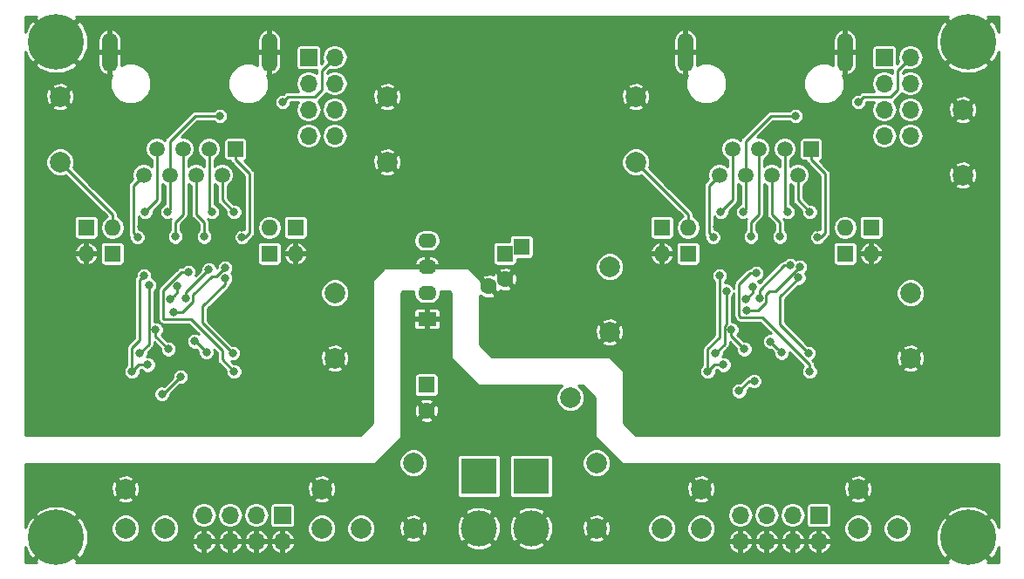
<source format=gbr>
G04 #@! TF.GenerationSoftware,KiCad,Pcbnew,5.0.2-bee76a0~70~ubuntu18.04.1*
G04 #@! TF.CreationDate,2019-06-19T23:09:45-07:00*
G04 #@! TF.ProjectId,aa-panel-receiver-lvds,61612d70-616e-4656-9c2d-726563656976,rev?*
G04 #@! TF.SameCoordinates,Original*
G04 #@! TF.FileFunction,Copper,L2,Bot*
G04 #@! TF.FilePolarity,Positive*
%FSLAX46Y46*%
G04 Gerber Fmt 4.6, Leading zero omitted, Abs format (unit mm)*
G04 Created by KiCad (PCBNEW 5.0.2-bee76a0~70~ubuntu18.04.1) date Wed 19 Jun 2019 11:09:45 PM PDT*
%MOMM*%
%LPD*%
G01*
G04 APERTURE LIST*
G04 #@! TA.AperFunction,ComponentPad*
%ADD10C,2.000000*%
G04 #@! TD*
G04 #@! TA.AperFunction,ComponentPad*
%ADD11R,1.600000X1.600000*%
G04 #@! TD*
G04 #@! TA.AperFunction,ComponentPad*
%ADD12C,1.600000*%
G04 #@! TD*
G04 #@! TA.AperFunction,ComponentPad*
%ADD13R,3.500120X3.500120*%
G04 #@! TD*
G04 #@! TA.AperFunction,ComponentPad*
%ADD14C,3.500120*%
G04 #@! TD*
G04 #@! TA.AperFunction,ComponentPad*
%ADD15O,1.600000X1.600000*%
G04 #@! TD*
G04 #@! TA.AperFunction,ComponentPad*
%ADD16R,1.800000X1.400000*%
G04 #@! TD*
G04 #@! TA.AperFunction,ComponentPad*
%ADD17O,1.800000X1.400000*%
G04 #@! TD*
G04 #@! TA.AperFunction,ComponentPad*
%ADD18C,1.520000*%
G04 #@! TD*
G04 #@! TA.AperFunction,ComponentPad*
%ADD19R,1.520000X1.520000*%
G04 #@! TD*
G04 #@! TA.AperFunction,ComponentPad*
%ADD20O,1.524000X3.810000*%
G04 #@! TD*
G04 #@! TA.AperFunction,ComponentPad*
%ADD21R,1.700000X1.700000*%
G04 #@! TD*
G04 #@! TA.AperFunction,ComponentPad*
%ADD22O,1.700000X1.700000*%
G04 #@! TD*
G04 #@! TA.AperFunction,ComponentPad*
%ADD23C,0.800000*%
G04 #@! TD*
G04 #@! TA.AperFunction,ComponentPad*
%ADD24C,5.400000*%
G04 #@! TD*
G04 #@! TA.AperFunction,ViaPad*
%ADD25C,0.800000*%
G04 #@! TD*
G04 #@! TA.AperFunction,Conductor*
%ADD26C,0.254000*%
G04 #@! TD*
G04 APERTURE END LIST*
D10*
G04 #@! TO.P,TP104,1*
G04 #@! TO.N,+5V_Y*
X147320000Y-93980000D03*
G04 #@! TD*
D11*
G04 #@! TO.P,C102,1*
G04 #@! TO.N,+5V*
X130810000Y-86400000D03*
D12*
G04 #@! TO.P,C102,2*
G04 #@! TO.N,GND*
X130810000Y-88900000D03*
G04 #@! TD*
D13*
G04 #@! TO.P,CN102,1*
G04 #@! TO.N,+5V_Y*
X140970000Y-95250000D03*
D14*
G04 #@! TO.P,CN102,2*
G04 #@! TO.N,GND*
X140970000Y-100330000D03*
G04 #@! TD*
D15*
G04 #@! TO.P,D222,2*
G04 #@! TO.N,GND_S*
X97790000Y-73660000D03*
D11*
G04 #@! TO.P,D222,1*
G04 #@! TO.N,/+2.5B*
X100330000Y-73660000D03*
G04 #@! TD*
G04 #@! TO.P,D322,1*
G04 #@! TO.N,/+2.5D*
X156210000Y-73660000D03*
D15*
G04 #@! TO.P,D322,2*
G04 #@! TO.N,GND_S*
X153670000Y-73660000D03*
G04 #@! TD*
G04 #@! TO.P,D321,2*
G04 #@! TO.N,/+2.5D*
X156210000Y-71120000D03*
D11*
G04 #@! TO.P,D321,1*
G04 #@! TO.N,+5V_S*
X153670000Y-71120000D03*
G04 #@! TD*
G04 #@! TO.P,D312,1*
G04 #@! TO.N,/+2.5C*
X171450000Y-73660000D03*
D15*
G04 #@! TO.P,D312,2*
G04 #@! TO.N,GND_S*
X173990000Y-73660000D03*
G04 #@! TD*
G04 #@! TO.P,D311,2*
G04 #@! TO.N,/+2.5C*
X171450000Y-71120000D03*
D11*
G04 #@! TO.P,D311,1*
G04 #@! TO.N,+5V_S*
X173990000Y-71120000D03*
G04 #@! TD*
G04 #@! TO.P,D221,1*
G04 #@! TO.N,+5V_S*
X97790000Y-71120000D03*
D15*
G04 #@! TO.P,D221,2*
G04 #@! TO.N,/+2.5B*
X100330000Y-71120000D03*
G04 #@! TD*
G04 #@! TO.P,D212,2*
G04 #@! TO.N,GND_S*
X118110000Y-73660000D03*
D11*
G04 #@! TO.P,D212,1*
G04 #@! TO.N,/+2.5A*
X115570000Y-73660000D03*
G04 #@! TD*
G04 #@! TO.P,D211,1*
G04 #@! TO.N,+5V_S*
X118110000Y-71120000D03*
D15*
G04 #@! TO.P,D211,2*
G04 #@! TO.N,/+2.5A*
X115570000Y-71120000D03*
G04 #@! TD*
D10*
G04 #@! TO.P,TP203,1*
G04 #@! TO.N,/PANEL_2*
X105410000Y-100330000D03*
G04 #@! TD*
G04 #@! TO.P,TP151,1*
G04 #@! TO.N,GND_S*
X148590000Y-81280000D03*
G04 #@! TD*
G04 #@! TO.P,TP153,1*
G04 #@! TO.N,GND*
X147320000Y-100330000D03*
G04 #@! TD*
G04 #@! TO.P,TP201,1*
G04 #@! TO.N,/PANEL_0*
X124460000Y-100330000D03*
G04 #@! TD*
G04 #@! TO.P,TP202,1*
G04 #@! TO.N,/PANEL_1*
X120650000Y-100330000D03*
G04 #@! TD*
G04 #@! TO.P,TP102,1*
G04 #@! TO.N,+5V*
X144780000Y-87630000D03*
G04 #@! TD*
G04 #@! TO.P,TP254,1*
G04 #@! TO.N,GND*
X120650000Y-96520000D03*
G04 #@! TD*
G04 #@! TO.P,TP204,1*
G04 #@! TO.N,/PANEL_3*
X101600000Y-100330000D03*
G04 #@! TD*
G04 #@! TO.P,TP211,1*
G04 #@! TO.N,/+2.5A*
X121920000Y-77470000D03*
G04 #@! TD*
G04 #@! TO.P,TP221,1*
G04 #@! TO.N,/+2.5B*
X95250000Y-64770000D03*
G04 #@! TD*
G04 #@! TO.P,TP251,1*
G04 #@! TO.N,GND_S*
X127000000Y-58420000D03*
G04 #@! TD*
G04 #@! TO.P,TP252,1*
G04 #@! TO.N,GND_S*
X127000000Y-64770000D03*
G04 #@! TD*
G04 #@! TO.P,TP253,1*
G04 #@! TO.N,GND*
X101600000Y-96520000D03*
G04 #@! TD*
G04 #@! TO.P,TP152,1*
G04 #@! TO.N,GND*
X129540000Y-100330000D03*
G04 #@! TD*
G04 #@! TO.P,TP103,1*
G04 #@! TO.N,+5V_X*
X129540000Y-93980000D03*
G04 #@! TD*
G04 #@! TO.P,TP271,1*
G04 #@! TO.N,GND_S*
X95250000Y-58420000D03*
G04 #@! TD*
G04 #@! TO.P,TP371,1*
G04 #@! TO.N,GND_S*
X151130000Y-58420000D03*
G04 #@! TD*
G04 #@! TO.P,TP361,1*
G04 #@! TO.N,GND_S*
X177800000Y-83820000D03*
G04 #@! TD*
G04 #@! TO.P,TP301,1*
G04 #@! TO.N,/PANEL_4*
X176530000Y-100330000D03*
G04 #@! TD*
G04 #@! TO.P,TP302,1*
G04 #@! TO.N,/PANEL_5*
X172720000Y-100330000D03*
G04 #@! TD*
G04 #@! TO.P,TP303,1*
G04 #@! TO.N,/PANEL_6*
X157480000Y-100330000D03*
G04 #@! TD*
G04 #@! TO.P,TP354,1*
G04 #@! TO.N,GND*
X172720000Y-96520000D03*
G04 #@! TD*
G04 #@! TO.P,TP353,1*
G04 #@! TO.N,GND*
X157480000Y-96520000D03*
G04 #@! TD*
G04 #@! TO.P,TP304,1*
G04 #@! TO.N,/PANEL_7*
X153670000Y-100330000D03*
G04 #@! TD*
G04 #@! TO.P,TP311,1*
G04 #@! TO.N,/+2.5C*
X177800000Y-77470000D03*
G04 #@! TD*
G04 #@! TO.P,TP321,1*
G04 #@! TO.N,/+2.5D*
X151130000Y-64770000D03*
G04 #@! TD*
G04 #@! TO.P,TP351,1*
G04 #@! TO.N,GND_S*
X182880000Y-59690000D03*
G04 #@! TD*
G04 #@! TO.P,TP352,1*
G04 #@! TO.N,GND_S*
X182880000Y-66040000D03*
G04 #@! TD*
G04 #@! TO.P,TP101,1*
G04 #@! TO.N,+5V_S*
X148590000Y-74930000D03*
G04 #@! TD*
G04 #@! TO.P,TP261,1*
G04 #@! TO.N,GND_S*
X121920000Y-83820000D03*
G04 #@! TD*
D16*
G04 #@! TO.P,U101,1*
G04 #@! TO.N,GND*
X130875851Y-80000714D03*
D17*
G04 #@! TO.P,U101,2*
G04 #@! TO.N,+5V*
X130875851Y-77460714D03*
G04 #@! TO.P,U101,3*
G04 #@! TO.N,GND_S*
X130875851Y-74920714D03*
G04 #@! TO.P,U101,4*
G04 #@! TO.N,+5V_S*
X130875851Y-72380714D03*
G04 #@! TD*
D18*
G04 #@! TO.P,CN301,6*
G04 #@! TO.N,/PANEL_5_P*
X161798000Y-66040000D03*
G04 #@! TO.P,CN301,5*
G04 #@! TO.N,/PANEL_4_P*
X163068000Y-63500000D03*
G04 #@! TO.P,CN301,4*
G04 #@! TO.N,/PANEL_4_N*
X164338000Y-66040000D03*
G04 #@! TO.P,CN301,3*
G04 #@! TO.N,/PANEL_5_N*
X165608000Y-63500000D03*
G04 #@! TO.P,CN301,2*
G04 #@! TO.N,/PANEL_6_P*
X166878000Y-66040000D03*
D19*
G04 #@! TO.P,CN301,1*
G04 #@! TO.N,/PANEL_6_N*
X168148000Y-63500000D03*
D18*
G04 #@! TO.P,CN301,7*
G04 #@! TO.N,/PANEL_7_N*
X160528000Y-63500000D03*
G04 #@! TO.P,CN301,8*
G04 #@! TO.N,/PANEL_7_P*
X159258000Y-66040000D03*
D20*
G04 #@! TO.P,CN301,SH*
G04 #@! TO.N,GND_S*
X171450000Y-54102000D03*
X155956000Y-54102000D03*
G04 #@! TD*
D21*
G04 #@! TO.P,CN351,1*
G04 #@! TO.N,/PANEL_4_P*
X175260000Y-54610000D03*
D22*
G04 #@! TO.P,CN351,2*
G04 #@! TO.N,/PANEL_4_N*
X177800000Y-54610000D03*
G04 #@! TO.P,CN351,3*
G04 #@! TO.N,/PANEL_5_P*
X175260000Y-57150000D03*
G04 #@! TO.P,CN351,4*
G04 #@! TO.N,/PANEL_5_N*
X177800000Y-57150000D03*
G04 #@! TO.P,CN351,5*
G04 #@! TO.N,/PANEL_6_P*
X175260000Y-59690000D03*
G04 #@! TO.P,CN351,6*
G04 #@! TO.N,/PANEL_6_N*
X177800000Y-59690000D03*
G04 #@! TO.P,CN351,7*
G04 #@! TO.N,/PANEL_7_P*
X175260000Y-62230000D03*
G04 #@! TO.P,CN351,8*
G04 #@! TO.N,/PANEL_7_N*
X177800000Y-62230000D03*
G04 #@! TD*
D21*
G04 #@! TO.P,CN302,1*
G04 #@! TO.N,/PANEL_4*
X168910000Y-99060000D03*
D22*
G04 #@! TO.P,CN302,2*
G04 #@! TO.N,GND*
X168910000Y-101600000D03*
G04 #@! TO.P,CN302,3*
G04 #@! TO.N,/PANEL_5*
X166370000Y-99060000D03*
G04 #@! TO.P,CN302,4*
G04 #@! TO.N,GND*
X166370000Y-101600000D03*
G04 #@! TO.P,CN302,5*
G04 #@! TO.N,/PANEL_6*
X163830000Y-99060000D03*
G04 #@! TO.P,CN302,6*
G04 #@! TO.N,GND*
X163830000Y-101600000D03*
G04 #@! TO.P,CN302,7*
G04 #@! TO.N,/PANEL_7*
X161290000Y-99060000D03*
G04 #@! TO.P,CN302,8*
G04 #@! TO.N,GND*
X161290000Y-101600000D03*
G04 #@! TD*
G04 #@! TO.P,CN251,8*
G04 #@! TO.N,/PANEL_3_N*
X121920000Y-62230000D03*
G04 #@! TO.P,CN251,7*
G04 #@! TO.N,/PANEL_3_P*
X119380000Y-62230000D03*
G04 #@! TO.P,CN251,6*
G04 #@! TO.N,/PANEL_2_N*
X121920000Y-59690000D03*
G04 #@! TO.P,CN251,5*
G04 #@! TO.N,/PANEL_2_P*
X119380000Y-59690000D03*
G04 #@! TO.P,CN251,4*
G04 #@! TO.N,/PANEL_1_N*
X121920000Y-57150000D03*
G04 #@! TO.P,CN251,3*
G04 #@! TO.N,/PANEL_1_P*
X119380000Y-57150000D03*
G04 #@! TO.P,CN251,2*
G04 #@! TO.N,/PANEL_0_N*
X121920000Y-54610000D03*
D21*
G04 #@! TO.P,CN251,1*
G04 #@! TO.N,/PANEL_0_P*
X119380000Y-54610000D03*
G04 #@! TD*
D23*
G04 #@! TO.P,H2,1*
G04 #@! TO.N,GND_S*
X184819891Y-51654109D03*
X183388000Y-51061000D03*
X181956109Y-51654109D03*
X181363000Y-53086000D03*
X181956109Y-54517891D03*
X183388000Y-55111000D03*
X184819891Y-54517891D03*
X185413000Y-53086000D03*
D24*
X183388000Y-53086000D03*
G04 #@! TD*
G04 #@! TO.P,H1,1*
G04 #@! TO.N,GND_S*
X94869000Y-53086000D03*
D23*
X96894000Y-53086000D03*
X96300891Y-54517891D03*
X94869000Y-55111000D03*
X93437109Y-54517891D03*
X92844000Y-53086000D03*
X93437109Y-51654109D03*
X94869000Y-51061000D03*
X96300891Y-51654109D03*
G04 #@! TD*
G04 #@! TO.P,H4,1*
G04 #@! TO.N,GND*
X184819891Y-99787109D03*
X183388000Y-99194000D03*
X181956109Y-99787109D03*
X181363000Y-101219000D03*
X181956109Y-102650891D03*
X183388000Y-103244000D03*
X184819891Y-102650891D03*
X185413000Y-101219000D03*
D24*
X183388000Y-101219000D03*
G04 #@! TD*
G04 #@! TO.P,H3,1*
G04 #@! TO.N,GND*
X94869000Y-101219000D03*
D23*
X96894000Y-101219000D03*
X96300891Y-102650891D03*
X94869000Y-103244000D03*
X93437109Y-102650891D03*
X92844000Y-101219000D03*
X93437109Y-99787109D03*
X94869000Y-99194000D03*
X96300891Y-99787109D03*
G04 #@! TD*
D22*
G04 #@! TO.P,CN202,8*
G04 #@! TO.N,GND*
X109220000Y-101600000D03*
G04 #@! TO.P,CN202,7*
G04 #@! TO.N,/PANEL_3*
X109220000Y-99060000D03*
G04 #@! TO.P,CN202,6*
G04 #@! TO.N,GND*
X111760000Y-101600000D03*
G04 #@! TO.P,CN202,5*
G04 #@! TO.N,/PANEL_2*
X111760000Y-99060000D03*
G04 #@! TO.P,CN202,4*
G04 #@! TO.N,GND*
X114300000Y-101600000D03*
G04 #@! TO.P,CN202,3*
G04 #@! TO.N,/PANEL_1*
X114300000Y-99060000D03*
G04 #@! TO.P,CN202,2*
G04 #@! TO.N,GND*
X116840000Y-101600000D03*
D21*
G04 #@! TO.P,CN202,1*
G04 #@! TO.N,/PANEL_0*
X116840000Y-99060000D03*
G04 #@! TD*
D12*
G04 #@! TO.P,C101,2*
G04 #@! TO.N,GND_S*
X136830000Y-76830937D03*
D11*
G04 #@! TO.P,C101,1*
G04 #@! TO.N,+5V_S*
X140030000Y-72989063D03*
D12*
G04 #@! TO.P,C101,2*
G04 #@! TO.N,GND_S*
X138430000Y-76160000D03*
D11*
G04 #@! TO.P,C101,1*
G04 #@! TO.N,+5V_S*
X138430000Y-73660000D03*
G04 #@! TD*
D14*
G04 #@! TO.P,CN101,2*
G04 #@! TO.N,GND*
X135890000Y-100330000D03*
D13*
G04 #@! TO.P,CN101,1*
G04 #@! TO.N,+5V_X*
X135890000Y-95250000D03*
G04 #@! TD*
D20*
G04 #@! TO.P,CN201,SH*
G04 #@! TO.N,GND_S*
X100076000Y-54102000D03*
X115570000Y-54102000D03*
D18*
G04 #@! TO.P,CN201,8*
G04 #@! TO.N,/PANEL_3_P*
X103378000Y-66040000D03*
G04 #@! TO.P,CN201,7*
G04 #@! TO.N,/PANEL_3_N*
X104648000Y-63500000D03*
D19*
G04 #@! TO.P,CN201,1*
G04 #@! TO.N,/PANEL_2_N*
X112268000Y-63500000D03*
D18*
G04 #@! TO.P,CN201,2*
G04 #@! TO.N,/PANEL_2_P*
X110998000Y-66040000D03*
G04 #@! TO.P,CN201,3*
G04 #@! TO.N,/PANEL_1_N*
X109728000Y-63500000D03*
G04 #@! TO.P,CN201,4*
G04 #@! TO.N,/PANEL_0_N*
X108458000Y-66040000D03*
G04 #@! TO.P,CN201,5*
G04 #@! TO.N,/PANEL_0_P*
X107188000Y-63500000D03*
G04 #@! TO.P,CN201,6*
G04 #@! TO.N,/PANEL_1_P*
X105918000Y-66040000D03*
G04 #@! TD*
D25*
G04 #@! TO.N,GND_S*
X112903000Y-71120000D03*
X102862118Y-88994004D03*
X103171108Y-71048566D03*
X113157000Y-81026000D03*
X101092012Y-81026000D03*
X159051108Y-71048566D03*
X158742118Y-88994004D03*
X168783000Y-71120000D03*
X156972012Y-81026000D03*
X169037000Y-81026000D03*
X148336000Y-70485000D03*
X107823000Y-73406000D03*
X108458000Y-72771000D03*
X107188000Y-72771000D03*
X110998000Y-78105000D03*
X163068000Y-72771000D03*
X164338000Y-72771000D03*
X163703000Y-73406000D03*
X166751000Y-78105000D03*
X111760000Y-89789000D03*
X109537499Y-88951020D03*
X105710393Y-88976705D03*
X160955393Y-88976702D03*
X167005000Y-89789000D03*
X164865010Y-88859492D03*
G04 #@! TO.N,GND*
X144526000Y-92075000D03*
X161011561Y-96517709D03*
X167005000Y-96647000D03*
X105283000Y-95377000D03*
X111760000Y-95631000D03*
X164782499Y-96468980D03*
X109536013Y-96527428D03*
G04 #@! TO.N,/PANEL_5_P*
X161544000Y-69595992D03*
X166624002Y-60305990D03*
G04 #@! TO.N,/PANEL_4_P*
X162306000Y-72008994D03*
X167894000Y-83312000D03*
X166938913Y-75999920D03*
G04 #@! TO.N,/PANEL_4_N*
X168021000Y-85090000D03*
X172737955Y-58945955D03*
X165100000Y-72009000D03*
X162814000Y-75565000D03*
G04 #@! TO.N,/PANEL_5_N*
X165862000Y-69596000D03*
X166116000Y-74803000D03*
X163137979Y-77978000D03*
G04 #@! TO.N,/PANEL_6_P*
X168021000Y-69596000D03*
X167043013Y-74930000D03*
X161927900Y-79163164D03*
G04 #@! TO.N,/PANEL_6_N*
X168787482Y-72047001D03*
X161817010Y-78120656D03*
X162466835Y-76905495D03*
G04 #@! TO.N,/PANEL_7_N*
X158877006Y-83312000D03*
X159913298Y-77277988D03*
X159385000Y-69596000D03*
G04 #@! TO.N,/PANEL_7_P*
X159259288Y-75795106D03*
X158115000Y-85090000D03*
X158648400Y-72059800D03*
X159639000Y-84455000D03*
G04 #@! TO.N,/PANEL_3_P*
X103759000Y-84455000D03*
X102235000Y-85090000D03*
X103379288Y-75795106D03*
X102768400Y-72059800D03*
G04 #@! TO.N,/PANEL_3_N*
X103505000Y-69596000D03*
X102997006Y-83312000D03*
X103885998Y-76708000D03*
G04 #@! TO.N,/PANEL_2_N*
X112907482Y-72047001D03*
X106622399Y-76811386D03*
X105937010Y-78105000D03*
G04 #@! TO.N,/PANEL_2_P*
X112141000Y-69596000D03*
X111252000Y-75057000D03*
X106299000Y-79355990D03*
G04 #@! TO.N,/PANEL_1_N*
X109982000Y-69596000D03*
X109691318Y-75220254D03*
X107480012Y-78012793D03*
G04 #@! TO.N,/PANEL_0_N*
X116857955Y-58945955D03*
X109220000Y-72009000D03*
X112141000Y-85090000D03*
X107695998Y-75438000D03*
G04 #@! TO.N,/PANEL_0_P*
X112014000Y-83312000D03*
X106426000Y-72008994D03*
X111252000Y-76073000D03*
G04 #@! TO.N,/PANEL_1_P*
X105664000Y-69595992D03*
X110744002Y-60305990D03*
G04 #@! TO.N,/PANEL_2_S*
X104521000Y-81026000D03*
X105765002Y-82931000D03*
G04 #@! TO.N,/PANEL_6_S*
X160401000Y-81026000D03*
X161671000Y-82931000D03*
G04 #@! TO.N,+5V_S*
X109455540Y-83240225D03*
X108331000Y-82169000D03*
X164193045Y-82186955D03*
X165290927Y-83284838D03*
X106945644Y-85599763D03*
X105136990Y-87283180D03*
X162633461Y-86033796D03*
X161163000Y-86995000D03*
G04 #@! TD*
D26*
G04 #@! TO.N,/+2.5B*
X100330000Y-71120000D02*
X100330000Y-69850000D01*
X100330000Y-69850000D02*
X95250000Y-64770000D01*
G04 #@! TO.N,/PANEL_5_P*
X161798000Y-66040000D02*
X161798000Y-62738000D01*
X161798000Y-62738000D02*
X164230010Y-60305990D01*
X166058317Y-60305990D02*
X166624002Y-60305990D01*
X164230010Y-60305990D02*
X166058317Y-60305990D01*
X161798000Y-66040000D02*
X161798000Y-69341992D01*
X161798000Y-69341992D02*
X161544000Y-69595992D01*
G04 #@! TO.N,/PANEL_4_P*
X163068000Y-63500000D02*
X163068000Y-69850000D01*
X162306000Y-70612000D02*
X162306000Y-72008994D01*
X163068000Y-69850000D02*
X162306000Y-70612000D01*
X166944997Y-76006004D02*
X166938913Y-75999920D01*
X165100000Y-77851000D02*
X166944997Y-76006004D01*
X165100000Y-80518000D02*
X165100000Y-77851000D01*
X167894000Y-83312000D02*
X165100000Y-80518000D01*
G04 #@! TO.N,/PANEL_4_N*
X164338000Y-66040000D02*
X164338000Y-69850000D01*
X164338000Y-69850000D02*
X165100000Y-70612000D01*
X176530000Y-55880000D02*
X176530000Y-57785000D01*
X177800000Y-54610000D02*
X176530000Y-55880000D01*
X173263910Y-58420000D02*
X172737955Y-58945955D01*
X165100000Y-70612000D02*
X165100000Y-72009000D01*
X175895000Y-58420000D02*
X173263910Y-58420000D01*
X176530000Y-57785000D02*
X175895000Y-58420000D01*
X168021000Y-84455000D02*
X168021000Y-85090000D01*
X163383174Y-79817174D02*
X168021000Y-84455000D01*
X162248315Y-75565000D02*
X161163009Y-76650306D01*
X162814000Y-75565000D02*
X162248315Y-75565000D01*
X161163009Y-76650306D02*
X161163009Y-79690183D01*
X161290000Y-79817174D02*
X163383174Y-79817174D01*
X161163009Y-79690183D02*
X161290000Y-79817174D01*
G04 #@! TO.N,/PANEL_5_N*
X165862000Y-69596000D02*
X165608000Y-69342000D01*
X165608000Y-69342000D02*
X165608000Y-63500000D01*
X163137979Y-77215336D02*
X163137979Y-77412315D01*
X166116000Y-74803000D02*
X165550315Y-74803000D01*
X165550315Y-74803000D02*
X163137979Y-77215336D01*
X163137979Y-77412315D02*
X163137979Y-77978000D01*
G04 #@! TO.N,/PANEL_6_P*
X168021000Y-69596000D02*
X166878000Y-68453000D01*
X166878000Y-68453000D02*
X166878000Y-66040000D01*
X164694189Y-77278824D02*
X164132069Y-77278824D01*
X162493585Y-79163164D02*
X161927900Y-79163164D01*
X163791989Y-78410689D02*
X163039514Y-79163164D01*
X163039514Y-79163164D02*
X162493585Y-79163164D01*
X163791989Y-77618904D02*
X163791989Y-78410689D01*
X167043013Y-74930000D02*
X164694189Y-77278824D01*
X164132069Y-77278824D02*
X163791989Y-77618904D01*
G04 #@! TO.N,/PANEL_6_N*
X168148000Y-63500000D02*
X168148000Y-64514000D01*
X168148000Y-64514000D02*
X169545000Y-65911000D01*
X169125999Y-72047001D02*
X168787482Y-72047001D01*
X169545000Y-71628000D02*
X169125999Y-72047001D01*
X169545000Y-65911000D02*
X169545000Y-71628000D01*
X161817010Y-78120656D02*
X162466835Y-77470831D01*
X162466835Y-77470831D02*
X162466835Y-76905495D01*
G04 #@! TO.N,/PANEL_7_N*
X160528000Y-68453000D02*
X160528000Y-63500000D01*
X159385000Y-69596000D02*
X160528000Y-68453000D01*
X159913298Y-80545780D02*
X159913298Y-77843673D01*
X159913298Y-77843673D02*
X159913298Y-77277988D01*
X158877006Y-83312000D02*
X159746999Y-82442007D01*
X159746999Y-80712079D02*
X159913298Y-80545780D01*
X159746999Y-82442007D02*
X159746999Y-80712079D01*
G04 #@! TO.N,/PANEL_7_P*
X158248401Y-67049599D02*
X158248401Y-71659801D01*
X158248401Y-71659801D02*
X158648400Y-72059800D01*
X158115000Y-85090000D02*
X158115000Y-82931000D01*
X158115000Y-82931000D02*
X159259288Y-81786712D01*
X158750000Y-84455000D02*
X158115000Y-85090000D01*
X159258000Y-66040000D02*
X158248401Y-67049599D01*
X159259288Y-81786712D02*
X159259288Y-75795106D01*
X159639000Y-84455000D02*
X158750000Y-84455000D01*
G04 #@! TO.N,/PANEL_3_P*
X102870000Y-84455000D02*
X102235000Y-85090000D01*
X103759000Y-84455000D02*
X102870000Y-84455000D01*
X102368401Y-67049599D02*
X102368401Y-71659801D01*
X102368401Y-71659801D02*
X102768400Y-72059800D01*
X103378000Y-66040000D02*
X102368401Y-67049599D01*
X102979289Y-76195105D02*
X103379288Y-75795106D01*
X102979289Y-82059711D02*
X102979289Y-76195105D01*
X102235000Y-85090000D02*
X102235000Y-82804000D01*
X102235000Y-82804000D02*
X102979289Y-82059711D01*
G04 #@! TO.N,/PANEL_3_N*
X103505000Y-69596000D02*
X104648000Y-68453000D01*
X104648000Y-68453000D02*
X104648000Y-63500000D01*
X103885998Y-80693080D02*
X103885998Y-77273685D01*
X103885998Y-77273685D02*
X103885998Y-76708000D01*
X103866999Y-80712079D02*
X103885998Y-80693080D01*
X102997006Y-83312000D02*
X103866999Y-82442007D01*
X103866999Y-82442007D02*
X103866999Y-80712079D01*
G04 #@! TO.N,/PANEL_2_N*
X113245999Y-72047001D02*
X112907482Y-72047001D01*
X113665000Y-71628000D02*
X113245999Y-72047001D01*
X113665000Y-65911000D02*
X113665000Y-71628000D01*
X112268000Y-63500000D02*
X112268000Y-64514000D01*
X112268000Y-64514000D02*
X113665000Y-65911000D01*
X106622399Y-76811386D02*
X106622399Y-77419611D01*
X106337009Y-77705001D02*
X105937010Y-78105000D01*
X106622399Y-77419611D02*
X106337009Y-77705001D01*
G04 #@! TO.N,/PANEL_2_P*
X110998000Y-68453000D02*
X110998000Y-66040000D01*
X112141000Y-69596000D02*
X110998000Y-68453000D01*
X108134014Y-78326715D02*
X107104739Y-79355990D01*
X106864685Y-79355990D02*
X106299000Y-79355990D01*
X107104739Y-79355990D02*
X106864685Y-79355990D01*
X109958630Y-75874255D02*
X108134014Y-77698871D01*
X108134014Y-77698871D02*
X108134014Y-78326715D01*
X110434745Y-75874255D02*
X109958630Y-75874255D01*
X111252000Y-75057000D02*
X110434745Y-75874255D01*
G04 #@! TO.N,/PANEL_1_N*
X109728000Y-69342000D02*
X109728000Y-63500000D01*
X109982000Y-69596000D02*
X109728000Y-69342000D01*
X107480012Y-77447108D02*
X107480012Y-78012793D01*
X107480012Y-77431560D02*
X107480012Y-77447108D01*
X109691318Y-75220254D02*
X107480012Y-77431560D01*
G04 #@! TO.N,/PANEL_0_N*
X120015000Y-58420000D02*
X117383910Y-58420000D01*
X120650000Y-57785000D02*
X120015000Y-58420000D01*
X121920000Y-54610000D02*
X120650000Y-55880000D01*
X117383910Y-58420000D02*
X116857955Y-58945955D01*
X120650000Y-55880000D02*
X120650000Y-57785000D01*
X108458000Y-66040000D02*
X108458000Y-69850000D01*
X109220000Y-70612000D02*
X109220000Y-72009000D01*
X108458000Y-69850000D02*
X109220000Y-70612000D01*
X107130313Y-75438000D02*
X107695998Y-75438000D01*
X105283000Y-80010000D02*
X105283000Y-77212406D01*
X107950000Y-80010000D02*
X105283000Y-80010000D01*
X110998000Y-83947000D02*
X110998000Y-83058000D01*
X107057406Y-75438000D02*
X107130313Y-75438000D01*
X105283000Y-77212406D02*
X107057406Y-75438000D01*
X112141000Y-85090000D02*
X110998000Y-83947000D01*
X110998000Y-83058000D02*
X107950000Y-80010000D01*
G04 #@! TO.N,/PANEL_0_P*
X107188000Y-63500000D02*
X107188000Y-69850000D01*
X107188000Y-69850000D02*
X106426000Y-70612000D01*
X106426000Y-70612000D02*
X106426000Y-72008994D01*
X111252000Y-76638685D02*
X111252000Y-76073000D01*
X109093000Y-78797685D02*
X111252000Y-76638685D01*
X112014000Y-83312000D02*
X109093000Y-80391000D01*
X109093000Y-80391000D02*
X109093000Y-78797685D01*
G04 #@! TO.N,/PANEL_1_P*
X105918000Y-66040000D02*
X105918000Y-69341992D01*
X105918000Y-69341992D02*
X105664000Y-69595992D01*
X108350010Y-60305990D02*
X110178317Y-60305990D01*
X110178317Y-60305990D02*
X110744002Y-60305990D01*
X105918000Y-66040000D02*
X105918000Y-62738000D01*
X105918000Y-62738000D02*
X108350010Y-60305990D01*
G04 #@! TO.N,/PANEL_2_S*
X104521000Y-81686998D02*
X105765002Y-82931000D01*
X104521000Y-81026000D02*
X104521000Y-81686998D01*
G04 #@! TO.N,/PANEL_6_S*
X160401000Y-81026000D02*
X160401000Y-81661000D01*
X160401000Y-81661000D02*
X161671000Y-82931000D01*
G04 #@! TO.N,+5V_S*
X108384315Y-82169000D02*
X108331000Y-82169000D01*
X109455540Y-83240225D02*
X108384315Y-82169000D01*
X164193045Y-82186955D02*
X164890928Y-82884839D01*
X164890928Y-82884839D02*
X165290927Y-83284838D01*
X105262227Y-87283180D02*
X105136990Y-87283180D01*
X106945644Y-85599763D02*
X105262227Y-87283180D01*
X161163000Y-86995000D02*
X162124204Y-86033796D01*
X162124204Y-86033796D02*
X162633461Y-86033796D01*
G04 #@! TO.N,/+2.5D*
X156210000Y-71120000D02*
X156210000Y-69850000D01*
X156210000Y-69850000D02*
X151130000Y-64770000D01*
G04 #@! TD*
G04 #@! TO.N,GND*
G36*
X129573673Y-77460714D02*
X129657571Y-77882499D01*
X129896493Y-78240072D01*
X130254066Y-78478994D01*
X130569382Y-78541714D01*
X131182320Y-78541714D01*
X131497636Y-78478994D01*
X131855209Y-78240072D01*
X132094131Y-77882499D01*
X132178029Y-77460714D01*
X132154614Y-77343000D01*
X133043394Y-77343000D01*
X133223000Y-77522606D01*
X133223000Y-83820000D01*
X133232667Y-83868601D01*
X133260197Y-83909803D01*
X135800197Y-86449803D01*
X135841399Y-86477333D01*
X135890000Y-86487000D01*
X143969972Y-86487000D01*
X143609245Y-86847727D01*
X143399000Y-87355302D01*
X143399000Y-87904698D01*
X143609245Y-88412273D01*
X143997727Y-88800755D01*
X144505302Y-89011000D01*
X145054698Y-89011000D01*
X145562273Y-88800755D01*
X145950755Y-88412273D01*
X146161000Y-87904698D01*
X146161000Y-87355302D01*
X145950755Y-86847727D01*
X145590028Y-86487000D01*
X145997394Y-86487000D01*
X147193000Y-87682606D01*
X147193000Y-91440000D01*
X147202667Y-91488601D01*
X147230197Y-91529803D01*
X149770197Y-94069803D01*
X149811399Y-94097333D01*
X149860000Y-94107000D01*
X186336001Y-94107000D01*
X186336001Y-100283195D01*
X186001985Y-99476810D01*
X185629854Y-99156751D01*
X183567605Y-101219000D01*
X185629854Y-103281249D01*
X186001985Y-102961190D01*
X186336001Y-102152130D01*
X186336001Y-103659000D01*
X185279829Y-103659000D01*
X185450249Y-103460854D01*
X183388000Y-101398605D01*
X181325751Y-103460854D01*
X181496171Y-103659000D01*
X96760829Y-103659000D01*
X96931249Y-103460854D01*
X94869000Y-101398605D01*
X92806751Y-103460854D01*
X92977171Y-103659000D01*
X91921000Y-103659000D01*
X91921000Y-102154808D01*
X92255015Y-102961190D01*
X92627146Y-103281249D01*
X94689395Y-101219000D01*
X95048605Y-101219000D01*
X97110854Y-103281249D01*
X97482985Y-102961190D01*
X97914080Y-101916982D01*
X108030499Y-101916982D01*
X108242348Y-102348056D01*
X108603036Y-102665245D01*
X108903020Y-102789489D01*
X109093000Y-102728627D01*
X109093000Y-101727000D01*
X109347000Y-101727000D01*
X109347000Y-102728627D01*
X109536980Y-102789489D01*
X109836964Y-102665245D01*
X110197652Y-102348056D01*
X110409501Y-101916982D01*
X110570499Y-101916982D01*
X110782348Y-102348056D01*
X111143036Y-102665245D01*
X111443020Y-102789489D01*
X111633000Y-102728627D01*
X111633000Y-101727000D01*
X111887000Y-101727000D01*
X111887000Y-102728627D01*
X112076980Y-102789489D01*
X112376964Y-102665245D01*
X112737652Y-102348056D01*
X112949501Y-101916982D01*
X113110499Y-101916982D01*
X113322348Y-102348056D01*
X113683036Y-102665245D01*
X113983020Y-102789489D01*
X114173000Y-102728627D01*
X114173000Y-101727000D01*
X114427000Y-101727000D01*
X114427000Y-102728627D01*
X114616980Y-102789489D01*
X114916964Y-102665245D01*
X115277652Y-102348056D01*
X115489501Y-101916982D01*
X115650499Y-101916982D01*
X115862348Y-102348056D01*
X116223036Y-102665245D01*
X116523020Y-102789489D01*
X116713000Y-102728627D01*
X116713000Y-101727000D01*
X116967000Y-101727000D01*
X116967000Y-102728627D01*
X117156980Y-102789489D01*
X117456964Y-102665245D01*
X117817652Y-102348056D01*
X118029501Y-101916982D01*
X118019702Y-101886112D01*
X134513493Y-101886112D01*
X134717783Y-102159484D01*
X135507126Y-102468811D01*
X136354759Y-102452522D01*
X137062217Y-102159484D01*
X137266507Y-101886112D01*
X139593493Y-101886112D01*
X139797783Y-102159484D01*
X140587126Y-102468811D01*
X141434759Y-102452522D01*
X142142217Y-102159484D01*
X142323437Y-101916982D01*
X160100499Y-101916982D01*
X160312348Y-102348056D01*
X160673036Y-102665245D01*
X160973020Y-102789489D01*
X161163000Y-102728627D01*
X161163000Y-101727000D01*
X161417000Y-101727000D01*
X161417000Y-102728627D01*
X161606980Y-102789489D01*
X161906964Y-102665245D01*
X162267652Y-102348056D01*
X162479501Y-101916982D01*
X162640499Y-101916982D01*
X162852348Y-102348056D01*
X163213036Y-102665245D01*
X163513020Y-102789489D01*
X163703000Y-102728627D01*
X163703000Y-101727000D01*
X163957000Y-101727000D01*
X163957000Y-102728627D01*
X164146980Y-102789489D01*
X164446964Y-102665245D01*
X164807652Y-102348056D01*
X165019501Y-101916982D01*
X165180499Y-101916982D01*
X165392348Y-102348056D01*
X165753036Y-102665245D01*
X166053020Y-102789489D01*
X166243000Y-102728627D01*
X166243000Y-101727000D01*
X166497000Y-101727000D01*
X166497000Y-102728627D01*
X166686980Y-102789489D01*
X166986964Y-102665245D01*
X167347652Y-102348056D01*
X167559501Y-101916982D01*
X167720499Y-101916982D01*
X167932348Y-102348056D01*
X168293036Y-102665245D01*
X168593020Y-102789489D01*
X168783000Y-102728627D01*
X168783000Y-101727000D01*
X169037000Y-101727000D01*
X169037000Y-102728627D01*
X169226980Y-102789489D01*
X169526964Y-102665245D01*
X169887652Y-102348056D01*
X170099501Y-101916982D01*
X170039193Y-101727000D01*
X169037000Y-101727000D01*
X168783000Y-101727000D01*
X167780807Y-101727000D01*
X167720499Y-101916982D01*
X167559501Y-101916982D01*
X167499193Y-101727000D01*
X166497000Y-101727000D01*
X166243000Y-101727000D01*
X165240807Y-101727000D01*
X165180499Y-101916982D01*
X165019501Y-101916982D01*
X164959193Y-101727000D01*
X163957000Y-101727000D01*
X163703000Y-101727000D01*
X162700807Y-101727000D01*
X162640499Y-101916982D01*
X162479501Y-101916982D01*
X162419193Y-101727000D01*
X161417000Y-101727000D01*
X161163000Y-101727000D01*
X160160807Y-101727000D01*
X160100499Y-101916982D01*
X142323437Y-101916982D01*
X142346507Y-101886112D01*
X140970000Y-100509605D01*
X139593493Y-101886112D01*
X137266507Y-101886112D01*
X135890000Y-100509605D01*
X134513493Y-101886112D01*
X118019702Y-101886112D01*
X117969193Y-101727000D01*
X116967000Y-101727000D01*
X116713000Y-101727000D01*
X115710807Y-101727000D01*
X115650499Y-101916982D01*
X115489501Y-101916982D01*
X115429193Y-101727000D01*
X114427000Y-101727000D01*
X114173000Y-101727000D01*
X113170807Y-101727000D01*
X113110499Y-101916982D01*
X112949501Y-101916982D01*
X112889193Y-101727000D01*
X111887000Y-101727000D01*
X111633000Y-101727000D01*
X110630807Y-101727000D01*
X110570499Y-101916982D01*
X110409501Y-101916982D01*
X110349193Y-101727000D01*
X109347000Y-101727000D01*
X109093000Y-101727000D01*
X108090807Y-101727000D01*
X108030499Y-101916982D01*
X97914080Y-101916982D01*
X97950715Y-101828245D01*
X97949282Y-100602549D01*
X97722605Y-100055302D01*
X100219000Y-100055302D01*
X100219000Y-100604698D01*
X100429245Y-101112273D01*
X100817727Y-101500755D01*
X101325302Y-101711000D01*
X101874698Y-101711000D01*
X102382273Y-101500755D01*
X102770755Y-101112273D01*
X102981000Y-100604698D01*
X102981000Y-100055302D01*
X104029000Y-100055302D01*
X104029000Y-100604698D01*
X104239245Y-101112273D01*
X104627727Y-101500755D01*
X105135302Y-101711000D01*
X105684698Y-101711000D01*
X106192273Y-101500755D01*
X106410010Y-101283018D01*
X108030499Y-101283018D01*
X108090807Y-101473000D01*
X109093000Y-101473000D01*
X109093000Y-100471373D01*
X109347000Y-100471373D01*
X109347000Y-101473000D01*
X110349193Y-101473000D01*
X110409501Y-101283018D01*
X110570499Y-101283018D01*
X110630807Y-101473000D01*
X111633000Y-101473000D01*
X111633000Y-100471373D01*
X111887000Y-100471373D01*
X111887000Y-101473000D01*
X112889193Y-101473000D01*
X112949501Y-101283018D01*
X113110499Y-101283018D01*
X113170807Y-101473000D01*
X114173000Y-101473000D01*
X114173000Y-100471373D01*
X114427000Y-100471373D01*
X114427000Y-101473000D01*
X115429193Y-101473000D01*
X115489501Y-101283018D01*
X115650499Y-101283018D01*
X115710807Y-101473000D01*
X116713000Y-101473000D01*
X116713000Y-100471373D01*
X116967000Y-100471373D01*
X116967000Y-101473000D01*
X117969193Y-101473000D01*
X118029501Y-101283018D01*
X117817652Y-100851944D01*
X117456964Y-100534755D01*
X117156980Y-100410511D01*
X116967000Y-100471373D01*
X116713000Y-100471373D01*
X116523020Y-100410511D01*
X116223036Y-100534755D01*
X115862348Y-100851944D01*
X115650499Y-101283018D01*
X115489501Y-101283018D01*
X115277652Y-100851944D01*
X114916964Y-100534755D01*
X114616980Y-100410511D01*
X114427000Y-100471373D01*
X114173000Y-100471373D01*
X113983020Y-100410511D01*
X113683036Y-100534755D01*
X113322348Y-100851944D01*
X113110499Y-101283018D01*
X112949501Y-101283018D01*
X112737652Y-100851944D01*
X112376964Y-100534755D01*
X112076980Y-100410511D01*
X111887000Y-100471373D01*
X111633000Y-100471373D01*
X111443020Y-100410511D01*
X111143036Y-100534755D01*
X110782348Y-100851944D01*
X110570499Y-101283018D01*
X110409501Y-101283018D01*
X110197652Y-100851944D01*
X109836964Y-100534755D01*
X109536980Y-100410511D01*
X109347000Y-100471373D01*
X109093000Y-100471373D01*
X108903020Y-100410511D01*
X108603036Y-100534755D01*
X108242348Y-100851944D01*
X108030499Y-101283018D01*
X106410010Y-101283018D01*
X106580755Y-101112273D01*
X106791000Y-100604698D01*
X106791000Y-100055302D01*
X106580755Y-99547727D01*
X106192273Y-99159245D01*
X105952676Y-99060000D01*
X107964884Y-99060000D01*
X108060424Y-99540312D01*
X108332499Y-99947501D01*
X108739688Y-100219576D01*
X109098761Y-100291000D01*
X109341239Y-100291000D01*
X109700312Y-100219576D01*
X110107501Y-99947501D01*
X110379576Y-99540312D01*
X110475116Y-99060000D01*
X110504884Y-99060000D01*
X110600424Y-99540312D01*
X110872499Y-99947501D01*
X111279688Y-100219576D01*
X111638761Y-100291000D01*
X111881239Y-100291000D01*
X112240312Y-100219576D01*
X112647501Y-99947501D01*
X112919576Y-99540312D01*
X113015116Y-99060000D01*
X113044884Y-99060000D01*
X113140424Y-99540312D01*
X113412499Y-99947501D01*
X113819688Y-100219576D01*
X114178761Y-100291000D01*
X114421239Y-100291000D01*
X114780312Y-100219576D01*
X115187501Y-99947501D01*
X115459576Y-99540312D01*
X115555116Y-99060000D01*
X115459576Y-98579688D01*
X115212559Y-98210000D01*
X115601536Y-98210000D01*
X115601536Y-99910000D01*
X115631106Y-100058659D01*
X115715314Y-100184686D01*
X115841341Y-100268894D01*
X115990000Y-100298464D01*
X117690000Y-100298464D01*
X117838659Y-100268894D01*
X117964686Y-100184686D01*
X118048894Y-100058659D01*
X118049561Y-100055302D01*
X119269000Y-100055302D01*
X119269000Y-100604698D01*
X119479245Y-101112273D01*
X119867727Y-101500755D01*
X120375302Y-101711000D01*
X120924698Y-101711000D01*
X121432273Y-101500755D01*
X121820755Y-101112273D01*
X122031000Y-100604698D01*
X122031000Y-100055302D01*
X123079000Y-100055302D01*
X123079000Y-100604698D01*
X123289245Y-101112273D01*
X123677727Y-101500755D01*
X124185302Y-101711000D01*
X124734698Y-101711000D01*
X125242273Y-101500755D01*
X125399286Y-101343742D01*
X128705863Y-101343742D01*
X128818485Y-101539146D01*
X129336126Y-101723217D01*
X129884806Y-101695184D01*
X130261515Y-101539146D01*
X130374137Y-101343742D01*
X129540000Y-100509605D01*
X128705863Y-101343742D01*
X125399286Y-101343742D01*
X125630755Y-101112273D01*
X125841000Y-100604698D01*
X125841000Y-100126126D01*
X128146783Y-100126126D01*
X128174816Y-100674806D01*
X128330854Y-101051515D01*
X128526258Y-101164137D01*
X129360395Y-100330000D01*
X129719605Y-100330000D01*
X130553742Y-101164137D01*
X130749146Y-101051515D01*
X130933217Y-100533874D01*
X130905184Y-99985194D01*
X130889416Y-99947126D01*
X133751189Y-99947126D01*
X133767478Y-100794759D01*
X134060516Y-101502217D01*
X134333888Y-101706507D01*
X135710395Y-100330000D01*
X136069605Y-100330000D01*
X137446112Y-101706507D01*
X137719484Y-101502217D01*
X138028811Y-100712874D01*
X138014096Y-99947126D01*
X138831189Y-99947126D01*
X138847478Y-100794759D01*
X139140516Y-101502217D01*
X139413888Y-101706507D01*
X140790395Y-100330000D01*
X141149605Y-100330000D01*
X142526112Y-101706507D01*
X142799484Y-101502217D01*
X142861587Y-101343742D01*
X146485863Y-101343742D01*
X146598485Y-101539146D01*
X147116126Y-101723217D01*
X147664806Y-101695184D01*
X148041515Y-101539146D01*
X148154137Y-101343742D01*
X147320000Y-100509605D01*
X146485863Y-101343742D01*
X142861587Y-101343742D01*
X143108811Y-100712874D01*
X143097536Y-100126126D01*
X145926783Y-100126126D01*
X145954816Y-100674806D01*
X146110854Y-101051515D01*
X146306258Y-101164137D01*
X147140395Y-100330000D01*
X147499605Y-100330000D01*
X148333742Y-101164137D01*
X148529146Y-101051515D01*
X148713217Y-100533874D01*
X148688766Y-100055302D01*
X152289000Y-100055302D01*
X152289000Y-100604698D01*
X152499245Y-101112273D01*
X152887727Y-101500755D01*
X153395302Y-101711000D01*
X153944698Y-101711000D01*
X154452273Y-101500755D01*
X154840755Y-101112273D01*
X155051000Y-100604698D01*
X155051000Y-100055302D01*
X156099000Y-100055302D01*
X156099000Y-100604698D01*
X156309245Y-101112273D01*
X156697727Y-101500755D01*
X157205302Y-101711000D01*
X157754698Y-101711000D01*
X158262273Y-101500755D01*
X158480010Y-101283018D01*
X160100499Y-101283018D01*
X160160807Y-101473000D01*
X161163000Y-101473000D01*
X161163000Y-100471373D01*
X161417000Y-100471373D01*
X161417000Y-101473000D01*
X162419193Y-101473000D01*
X162479501Y-101283018D01*
X162640499Y-101283018D01*
X162700807Y-101473000D01*
X163703000Y-101473000D01*
X163703000Y-100471373D01*
X163957000Y-100471373D01*
X163957000Y-101473000D01*
X164959193Y-101473000D01*
X165019501Y-101283018D01*
X165180499Y-101283018D01*
X165240807Y-101473000D01*
X166243000Y-101473000D01*
X166243000Y-100471373D01*
X166497000Y-100471373D01*
X166497000Y-101473000D01*
X167499193Y-101473000D01*
X167559501Y-101283018D01*
X167720499Y-101283018D01*
X167780807Y-101473000D01*
X168783000Y-101473000D01*
X168783000Y-100471373D01*
X169037000Y-100471373D01*
X169037000Y-101473000D01*
X170039193Y-101473000D01*
X170099501Y-101283018D01*
X169887652Y-100851944D01*
X169526964Y-100534755D01*
X169226980Y-100410511D01*
X169037000Y-100471373D01*
X168783000Y-100471373D01*
X168593020Y-100410511D01*
X168293036Y-100534755D01*
X167932348Y-100851944D01*
X167720499Y-101283018D01*
X167559501Y-101283018D01*
X167347652Y-100851944D01*
X166986964Y-100534755D01*
X166686980Y-100410511D01*
X166497000Y-100471373D01*
X166243000Y-100471373D01*
X166053020Y-100410511D01*
X165753036Y-100534755D01*
X165392348Y-100851944D01*
X165180499Y-101283018D01*
X165019501Y-101283018D01*
X164807652Y-100851944D01*
X164446964Y-100534755D01*
X164146980Y-100410511D01*
X163957000Y-100471373D01*
X163703000Y-100471373D01*
X163513020Y-100410511D01*
X163213036Y-100534755D01*
X162852348Y-100851944D01*
X162640499Y-101283018D01*
X162479501Y-101283018D01*
X162267652Y-100851944D01*
X161906964Y-100534755D01*
X161606980Y-100410511D01*
X161417000Y-100471373D01*
X161163000Y-100471373D01*
X160973020Y-100410511D01*
X160673036Y-100534755D01*
X160312348Y-100851944D01*
X160100499Y-101283018D01*
X158480010Y-101283018D01*
X158650755Y-101112273D01*
X158861000Y-100604698D01*
X158861000Y-100055302D01*
X158650755Y-99547727D01*
X158262273Y-99159245D01*
X158022676Y-99060000D01*
X160034884Y-99060000D01*
X160130424Y-99540312D01*
X160402499Y-99947501D01*
X160809688Y-100219576D01*
X161168761Y-100291000D01*
X161411239Y-100291000D01*
X161770312Y-100219576D01*
X162177501Y-99947501D01*
X162449576Y-99540312D01*
X162545116Y-99060000D01*
X162574884Y-99060000D01*
X162670424Y-99540312D01*
X162942499Y-99947501D01*
X163349688Y-100219576D01*
X163708761Y-100291000D01*
X163951239Y-100291000D01*
X164310312Y-100219576D01*
X164717501Y-99947501D01*
X164989576Y-99540312D01*
X165085116Y-99060000D01*
X165114884Y-99060000D01*
X165210424Y-99540312D01*
X165482499Y-99947501D01*
X165889688Y-100219576D01*
X166248761Y-100291000D01*
X166491239Y-100291000D01*
X166850312Y-100219576D01*
X167257501Y-99947501D01*
X167529576Y-99540312D01*
X167625116Y-99060000D01*
X167529576Y-98579688D01*
X167282559Y-98210000D01*
X167671536Y-98210000D01*
X167671536Y-99910000D01*
X167701106Y-100058659D01*
X167785314Y-100184686D01*
X167911341Y-100268894D01*
X168060000Y-100298464D01*
X169760000Y-100298464D01*
X169908659Y-100268894D01*
X170034686Y-100184686D01*
X170118894Y-100058659D01*
X170119561Y-100055302D01*
X171339000Y-100055302D01*
X171339000Y-100604698D01*
X171549245Y-101112273D01*
X171937727Y-101500755D01*
X172445302Y-101711000D01*
X172994698Y-101711000D01*
X173502273Y-101500755D01*
X173890755Y-101112273D01*
X174101000Y-100604698D01*
X174101000Y-100055302D01*
X175149000Y-100055302D01*
X175149000Y-100604698D01*
X175359245Y-101112273D01*
X175747727Y-101500755D01*
X176255302Y-101711000D01*
X176804698Y-101711000D01*
X177312273Y-101500755D01*
X177700755Y-101112273D01*
X177908905Y-100609755D01*
X180306285Y-100609755D01*
X180307718Y-101835451D01*
X180774015Y-102961190D01*
X181146146Y-103281249D01*
X183208395Y-101219000D01*
X181146146Y-99156751D01*
X180774015Y-99476810D01*
X180306285Y-100609755D01*
X177908905Y-100609755D01*
X177911000Y-100604698D01*
X177911000Y-100055302D01*
X177700755Y-99547727D01*
X177312273Y-99159245D01*
X176872649Y-98977146D01*
X181325751Y-98977146D01*
X183388000Y-101039395D01*
X185450249Y-98977146D01*
X185130190Y-98605015D01*
X183997245Y-98137285D01*
X182771549Y-98138718D01*
X181645810Y-98605015D01*
X181325751Y-98977146D01*
X176872649Y-98977146D01*
X176804698Y-98949000D01*
X176255302Y-98949000D01*
X175747727Y-99159245D01*
X175359245Y-99547727D01*
X175149000Y-100055302D01*
X174101000Y-100055302D01*
X173890755Y-99547727D01*
X173502273Y-99159245D01*
X172994698Y-98949000D01*
X172445302Y-98949000D01*
X171937727Y-99159245D01*
X171549245Y-99547727D01*
X171339000Y-100055302D01*
X170119561Y-100055302D01*
X170148464Y-99910000D01*
X170148464Y-98210000D01*
X170118894Y-98061341D01*
X170034686Y-97935314D01*
X169908659Y-97851106D01*
X169760000Y-97821536D01*
X168060000Y-97821536D01*
X167911341Y-97851106D01*
X167785314Y-97935314D01*
X167701106Y-98061341D01*
X167671536Y-98210000D01*
X167282559Y-98210000D01*
X167257501Y-98172499D01*
X166850312Y-97900424D01*
X166491239Y-97829000D01*
X166248761Y-97829000D01*
X165889688Y-97900424D01*
X165482499Y-98172499D01*
X165210424Y-98579688D01*
X165114884Y-99060000D01*
X165085116Y-99060000D01*
X164989576Y-98579688D01*
X164717501Y-98172499D01*
X164310312Y-97900424D01*
X163951239Y-97829000D01*
X163708761Y-97829000D01*
X163349688Y-97900424D01*
X162942499Y-98172499D01*
X162670424Y-98579688D01*
X162574884Y-99060000D01*
X162545116Y-99060000D01*
X162449576Y-98579688D01*
X162177501Y-98172499D01*
X161770312Y-97900424D01*
X161411239Y-97829000D01*
X161168761Y-97829000D01*
X160809688Y-97900424D01*
X160402499Y-98172499D01*
X160130424Y-98579688D01*
X160034884Y-99060000D01*
X158022676Y-99060000D01*
X157754698Y-98949000D01*
X157205302Y-98949000D01*
X156697727Y-99159245D01*
X156309245Y-99547727D01*
X156099000Y-100055302D01*
X155051000Y-100055302D01*
X154840755Y-99547727D01*
X154452273Y-99159245D01*
X153944698Y-98949000D01*
X153395302Y-98949000D01*
X152887727Y-99159245D01*
X152499245Y-99547727D01*
X152289000Y-100055302D01*
X148688766Y-100055302D01*
X148685184Y-99985194D01*
X148529146Y-99608485D01*
X148333742Y-99495863D01*
X147499605Y-100330000D01*
X147140395Y-100330000D01*
X146306258Y-99495863D01*
X146110854Y-99608485D01*
X145926783Y-100126126D01*
X143097536Y-100126126D01*
X143092522Y-99865241D01*
X142865127Y-99316258D01*
X146485863Y-99316258D01*
X147320000Y-100150395D01*
X148154137Y-99316258D01*
X148041515Y-99120854D01*
X147523874Y-98936783D01*
X146975194Y-98964816D01*
X146598485Y-99120854D01*
X146485863Y-99316258D01*
X142865127Y-99316258D01*
X142799484Y-99157783D01*
X142526112Y-98953493D01*
X141149605Y-100330000D01*
X140790395Y-100330000D01*
X139413888Y-98953493D01*
X139140516Y-99157783D01*
X138831189Y-99947126D01*
X138014096Y-99947126D01*
X138012522Y-99865241D01*
X137719484Y-99157783D01*
X137446112Y-98953493D01*
X136069605Y-100330000D01*
X135710395Y-100330000D01*
X134333888Y-98953493D01*
X134060516Y-99157783D01*
X133751189Y-99947126D01*
X130889416Y-99947126D01*
X130749146Y-99608485D01*
X130553742Y-99495863D01*
X129719605Y-100330000D01*
X129360395Y-100330000D01*
X128526258Y-99495863D01*
X128330854Y-99608485D01*
X128146783Y-100126126D01*
X125841000Y-100126126D01*
X125841000Y-100055302D01*
X125630755Y-99547727D01*
X125399286Y-99316258D01*
X128705863Y-99316258D01*
X129540000Y-100150395D01*
X130374137Y-99316258D01*
X130261515Y-99120854D01*
X129743874Y-98936783D01*
X129195194Y-98964816D01*
X128818485Y-99120854D01*
X128705863Y-99316258D01*
X125399286Y-99316258D01*
X125242273Y-99159245D01*
X124734698Y-98949000D01*
X124185302Y-98949000D01*
X123677727Y-99159245D01*
X123289245Y-99547727D01*
X123079000Y-100055302D01*
X122031000Y-100055302D01*
X121820755Y-99547727D01*
X121432273Y-99159245D01*
X120924698Y-98949000D01*
X120375302Y-98949000D01*
X119867727Y-99159245D01*
X119479245Y-99547727D01*
X119269000Y-100055302D01*
X118049561Y-100055302D01*
X118078464Y-99910000D01*
X118078464Y-98773888D01*
X134513493Y-98773888D01*
X135890000Y-100150395D01*
X137266507Y-98773888D01*
X139593493Y-98773888D01*
X140970000Y-100150395D01*
X142346507Y-98773888D01*
X142142217Y-98500516D01*
X141352874Y-98191189D01*
X140505241Y-98207478D01*
X139797783Y-98500516D01*
X139593493Y-98773888D01*
X137266507Y-98773888D01*
X137062217Y-98500516D01*
X136272874Y-98191189D01*
X135425241Y-98207478D01*
X134717783Y-98500516D01*
X134513493Y-98773888D01*
X118078464Y-98773888D01*
X118078464Y-98210000D01*
X118048894Y-98061341D01*
X117964686Y-97935314D01*
X117838659Y-97851106D01*
X117690000Y-97821536D01*
X115990000Y-97821536D01*
X115841341Y-97851106D01*
X115715314Y-97935314D01*
X115631106Y-98061341D01*
X115601536Y-98210000D01*
X115212559Y-98210000D01*
X115187501Y-98172499D01*
X114780312Y-97900424D01*
X114421239Y-97829000D01*
X114178761Y-97829000D01*
X113819688Y-97900424D01*
X113412499Y-98172499D01*
X113140424Y-98579688D01*
X113044884Y-99060000D01*
X113015116Y-99060000D01*
X112919576Y-98579688D01*
X112647501Y-98172499D01*
X112240312Y-97900424D01*
X111881239Y-97829000D01*
X111638761Y-97829000D01*
X111279688Y-97900424D01*
X110872499Y-98172499D01*
X110600424Y-98579688D01*
X110504884Y-99060000D01*
X110475116Y-99060000D01*
X110379576Y-98579688D01*
X110107501Y-98172499D01*
X109700312Y-97900424D01*
X109341239Y-97829000D01*
X109098761Y-97829000D01*
X108739688Y-97900424D01*
X108332499Y-98172499D01*
X108060424Y-98579688D01*
X107964884Y-99060000D01*
X105952676Y-99060000D01*
X105684698Y-98949000D01*
X105135302Y-98949000D01*
X104627727Y-99159245D01*
X104239245Y-99547727D01*
X104029000Y-100055302D01*
X102981000Y-100055302D01*
X102770755Y-99547727D01*
X102382273Y-99159245D01*
X101874698Y-98949000D01*
X101325302Y-98949000D01*
X100817727Y-99159245D01*
X100429245Y-99547727D01*
X100219000Y-100055302D01*
X97722605Y-100055302D01*
X97482985Y-99476810D01*
X97110854Y-99156751D01*
X95048605Y-101219000D01*
X94689395Y-101219000D01*
X92627146Y-99156751D01*
X92255015Y-99476810D01*
X91921000Y-100285868D01*
X91921000Y-98977146D01*
X92806751Y-98977146D01*
X94869000Y-101039395D01*
X96931249Y-98977146D01*
X96611190Y-98605015D01*
X95478245Y-98137285D01*
X94252549Y-98138718D01*
X93126810Y-98605015D01*
X92806751Y-98977146D01*
X91921000Y-98977146D01*
X91921000Y-97533742D01*
X100765863Y-97533742D01*
X100878485Y-97729146D01*
X101396126Y-97913217D01*
X101944806Y-97885184D01*
X102321515Y-97729146D01*
X102434137Y-97533742D01*
X119815863Y-97533742D01*
X119928485Y-97729146D01*
X120446126Y-97913217D01*
X120994806Y-97885184D01*
X121371515Y-97729146D01*
X121484137Y-97533742D01*
X156645863Y-97533742D01*
X156758485Y-97729146D01*
X157276126Y-97913217D01*
X157824806Y-97885184D01*
X158201515Y-97729146D01*
X158314137Y-97533742D01*
X171885863Y-97533742D01*
X171998485Y-97729146D01*
X172516126Y-97913217D01*
X173064806Y-97885184D01*
X173441515Y-97729146D01*
X173554137Y-97533742D01*
X172720000Y-96699605D01*
X171885863Y-97533742D01*
X158314137Y-97533742D01*
X157480000Y-96699605D01*
X156645863Y-97533742D01*
X121484137Y-97533742D01*
X120650000Y-96699605D01*
X119815863Y-97533742D01*
X102434137Y-97533742D01*
X101600000Y-96699605D01*
X100765863Y-97533742D01*
X91921000Y-97533742D01*
X91921000Y-96316126D01*
X100206783Y-96316126D01*
X100234816Y-96864806D01*
X100390854Y-97241515D01*
X100586258Y-97354137D01*
X101420395Y-96520000D01*
X101779605Y-96520000D01*
X102613742Y-97354137D01*
X102809146Y-97241515D01*
X102993217Y-96723874D01*
X102972385Y-96316126D01*
X119256783Y-96316126D01*
X119284816Y-96864806D01*
X119440854Y-97241515D01*
X119636258Y-97354137D01*
X120470395Y-96520000D01*
X120829605Y-96520000D01*
X121663742Y-97354137D01*
X121859146Y-97241515D01*
X122043217Y-96723874D01*
X122015184Y-96175194D01*
X121859146Y-95798485D01*
X121663742Y-95685863D01*
X120829605Y-96520000D01*
X120470395Y-96520000D01*
X119636258Y-95685863D01*
X119440854Y-95798485D01*
X119256783Y-96316126D01*
X102972385Y-96316126D01*
X102965184Y-96175194D01*
X102809146Y-95798485D01*
X102613742Y-95685863D01*
X101779605Y-96520000D01*
X101420395Y-96520000D01*
X100586258Y-95685863D01*
X100390854Y-95798485D01*
X100206783Y-96316126D01*
X91921000Y-96316126D01*
X91921000Y-95506258D01*
X100765863Y-95506258D01*
X101600000Y-96340395D01*
X102434137Y-95506258D01*
X119815863Y-95506258D01*
X120650000Y-96340395D01*
X121484137Y-95506258D01*
X121371515Y-95310854D01*
X120853874Y-95126783D01*
X120305194Y-95154816D01*
X119928485Y-95310854D01*
X119815863Y-95506258D01*
X102434137Y-95506258D01*
X102321515Y-95310854D01*
X101803874Y-95126783D01*
X101255194Y-95154816D01*
X100878485Y-95310854D01*
X100765863Y-95506258D01*
X91921000Y-95506258D01*
X91921000Y-94107000D01*
X125730000Y-94107000D01*
X125778601Y-94097333D01*
X125819803Y-94069803D01*
X126184304Y-93705302D01*
X128159000Y-93705302D01*
X128159000Y-94254698D01*
X128369245Y-94762273D01*
X128757727Y-95150755D01*
X129265302Y-95361000D01*
X129814698Y-95361000D01*
X130322273Y-95150755D01*
X130710755Y-94762273D01*
X130921000Y-94254698D01*
X130921000Y-93705302D01*
X130835937Y-93499940D01*
X133751476Y-93499940D01*
X133751476Y-97000060D01*
X133781046Y-97148719D01*
X133865254Y-97274746D01*
X133991281Y-97358954D01*
X134139940Y-97388524D01*
X137640060Y-97388524D01*
X137788719Y-97358954D01*
X137914746Y-97274746D01*
X137998954Y-97148719D01*
X138028524Y-97000060D01*
X138028524Y-93499940D01*
X138831476Y-93499940D01*
X138831476Y-97000060D01*
X138861046Y-97148719D01*
X138945254Y-97274746D01*
X139071281Y-97358954D01*
X139219940Y-97388524D01*
X142720060Y-97388524D01*
X142868719Y-97358954D01*
X142994746Y-97274746D01*
X143078954Y-97148719D01*
X143108524Y-97000060D01*
X143108524Y-96316126D01*
X156086783Y-96316126D01*
X156114816Y-96864806D01*
X156270854Y-97241515D01*
X156466258Y-97354137D01*
X157300395Y-96520000D01*
X157659605Y-96520000D01*
X158493742Y-97354137D01*
X158689146Y-97241515D01*
X158873217Y-96723874D01*
X158852385Y-96316126D01*
X171326783Y-96316126D01*
X171354816Y-96864806D01*
X171510854Y-97241515D01*
X171706258Y-97354137D01*
X172540395Y-96520000D01*
X172899605Y-96520000D01*
X173733742Y-97354137D01*
X173929146Y-97241515D01*
X174113217Y-96723874D01*
X174085184Y-96175194D01*
X173929146Y-95798485D01*
X173733742Y-95685863D01*
X172899605Y-96520000D01*
X172540395Y-96520000D01*
X171706258Y-95685863D01*
X171510854Y-95798485D01*
X171326783Y-96316126D01*
X158852385Y-96316126D01*
X158845184Y-96175194D01*
X158689146Y-95798485D01*
X158493742Y-95685863D01*
X157659605Y-96520000D01*
X157300395Y-96520000D01*
X156466258Y-95685863D01*
X156270854Y-95798485D01*
X156086783Y-96316126D01*
X143108524Y-96316126D01*
X143108524Y-95506258D01*
X156645863Y-95506258D01*
X157480000Y-96340395D01*
X158314137Y-95506258D01*
X171885863Y-95506258D01*
X172720000Y-96340395D01*
X173554137Y-95506258D01*
X173441515Y-95310854D01*
X172923874Y-95126783D01*
X172375194Y-95154816D01*
X171998485Y-95310854D01*
X171885863Y-95506258D01*
X158314137Y-95506258D01*
X158201515Y-95310854D01*
X157683874Y-95126783D01*
X157135194Y-95154816D01*
X156758485Y-95310854D01*
X156645863Y-95506258D01*
X143108524Y-95506258D01*
X143108524Y-93705302D01*
X145939000Y-93705302D01*
X145939000Y-94254698D01*
X146149245Y-94762273D01*
X146537727Y-95150755D01*
X147045302Y-95361000D01*
X147594698Y-95361000D01*
X148102273Y-95150755D01*
X148490755Y-94762273D01*
X148701000Y-94254698D01*
X148701000Y-93705302D01*
X148490755Y-93197727D01*
X148102273Y-92809245D01*
X147594698Y-92599000D01*
X147045302Y-92599000D01*
X146537727Y-92809245D01*
X146149245Y-93197727D01*
X145939000Y-93705302D01*
X143108524Y-93705302D01*
X143108524Y-93499940D01*
X143078954Y-93351281D01*
X142994746Y-93225254D01*
X142868719Y-93141046D01*
X142720060Y-93111476D01*
X139219940Y-93111476D01*
X139071281Y-93141046D01*
X138945254Y-93225254D01*
X138861046Y-93351281D01*
X138831476Y-93499940D01*
X138028524Y-93499940D01*
X137998954Y-93351281D01*
X137914746Y-93225254D01*
X137788719Y-93141046D01*
X137640060Y-93111476D01*
X134139940Y-93111476D01*
X133991281Y-93141046D01*
X133865254Y-93225254D01*
X133781046Y-93351281D01*
X133751476Y-93499940D01*
X130835937Y-93499940D01*
X130710755Y-93197727D01*
X130322273Y-92809245D01*
X129814698Y-92599000D01*
X129265302Y-92599000D01*
X128757727Y-92809245D01*
X128369245Y-93197727D01*
X128159000Y-93705302D01*
X126184304Y-93705302D01*
X128359803Y-91529803D01*
X128387333Y-91488601D01*
X128397000Y-91440000D01*
X128397000Y-89768744D01*
X130120861Y-89768744D01*
X130208918Y-89943383D01*
X130653959Y-90093984D01*
X131122755Y-90062812D01*
X131411082Y-89943383D01*
X131499139Y-89768744D01*
X130810000Y-89079605D01*
X130120861Y-89768744D01*
X128397000Y-89768744D01*
X128397000Y-88743959D01*
X129616016Y-88743959D01*
X129647188Y-89212755D01*
X129766617Y-89501082D01*
X129941256Y-89589139D01*
X130630395Y-88900000D01*
X130989605Y-88900000D01*
X131678744Y-89589139D01*
X131853383Y-89501082D01*
X132003984Y-89056041D01*
X131972812Y-88587245D01*
X131853383Y-88298918D01*
X131678744Y-88210861D01*
X130989605Y-88900000D01*
X130630395Y-88900000D01*
X129941256Y-88210861D01*
X129766617Y-88298918D01*
X129616016Y-88743959D01*
X128397000Y-88743959D01*
X128397000Y-88031256D01*
X130120861Y-88031256D01*
X130810000Y-88720395D01*
X131499139Y-88031256D01*
X131411082Y-87856617D01*
X130966041Y-87706016D01*
X130497245Y-87737188D01*
X130208918Y-87856617D01*
X130120861Y-88031256D01*
X128397000Y-88031256D01*
X128397000Y-85600000D01*
X129621536Y-85600000D01*
X129621536Y-87200000D01*
X129651106Y-87348659D01*
X129735314Y-87474686D01*
X129861341Y-87558894D01*
X130010000Y-87588464D01*
X131610000Y-87588464D01*
X131758659Y-87558894D01*
X131884686Y-87474686D01*
X131968894Y-87348659D01*
X131998464Y-87200000D01*
X131998464Y-85600000D01*
X131968894Y-85451341D01*
X131884686Y-85325314D01*
X131758659Y-85241106D01*
X131610000Y-85211536D01*
X130010000Y-85211536D01*
X129861341Y-85241106D01*
X129735314Y-85325314D01*
X129651106Y-85451341D01*
X129621536Y-85600000D01*
X128397000Y-85600000D01*
X128397000Y-80222964D01*
X129594851Y-80222964D01*
X129594851Y-80776500D01*
X129652855Y-80916534D01*
X129760032Y-81023710D01*
X129900066Y-81081714D01*
X130653601Y-81081714D01*
X130748851Y-80986464D01*
X130748851Y-80127714D01*
X131002851Y-80127714D01*
X131002851Y-80986464D01*
X131098101Y-81081714D01*
X131851636Y-81081714D01*
X131991670Y-81023710D01*
X132098847Y-80916534D01*
X132156851Y-80776500D01*
X132156851Y-80222964D01*
X132061601Y-80127714D01*
X131002851Y-80127714D01*
X130748851Y-80127714D01*
X129690101Y-80127714D01*
X129594851Y-80222964D01*
X128397000Y-80222964D01*
X128397000Y-79224928D01*
X129594851Y-79224928D01*
X129594851Y-79778464D01*
X129690101Y-79873714D01*
X130748851Y-79873714D01*
X130748851Y-79014964D01*
X131002851Y-79014964D01*
X131002851Y-79873714D01*
X132061601Y-79873714D01*
X132156851Y-79778464D01*
X132156851Y-79224928D01*
X132098847Y-79084894D01*
X131991670Y-78977718D01*
X131851636Y-78919714D01*
X131098101Y-78919714D01*
X131002851Y-79014964D01*
X130748851Y-79014964D01*
X130653601Y-78919714D01*
X129900066Y-78919714D01*
X129760032Y-78977718D01*
X129652855Y-79084894D01*
X129594851Y-79224928D01*
X128397000Y-79224928D01*
X128397000Y-77522606D01*
X128576606Y-77343000D01*
X129597088Y-77343000D01*
X129573673Y-77460714D01*
X129573673Y-77460714D01*
G37*
X129573673Y-77460714D02*
X129657571Y-77882499D01*
X129896493Y-78240072D01*
X130254066Y-78478994D01*
X130569382Y-78541714D01*
X131182320Y-78541714D01*
X131497636Y-78478994D01*
X131855209Y-78240072D01*
X132094131Y-77882499D01*
X132178029Y-77460714D01*
X132154614Y-77343000D01*
X133043394Y-77343000D01*
X133223000Y-77522606D01*
X133223000Y-83820000D01*
X133232667Y-83868601D01*
X133260197Y-83909803D01*
X135800197Y-86449803D01*
X135841399Y-86477333D01*
X135890000Y-86487000D01*
X143969972Y-86487000D01*
X143609245Y-86847727D01*
X143399000Y-87355302D01*
X143399000Y-87904698D01*
X143609245Y-88412273D01*
X143997727Y-88800755D01*
X144505302Y-89011000D01*
X145054698Y-89011000D01*
X145562273Y-88800755D01*
X145950755Y-88412273D01*
X146161000Y-87904698D01*
X146161000Y-87355302D01*
X145950755Y-86847727D01*
X145590028Y-86487000D01*
X145997394Y-86487000D01*
X147193000Y-87682606D01*
X147193000Y-91440000D01*
X147202667Y-91488601D01*
X147230197Y-91529803D01*
X149770197Y-94069803D01*
X149811399Y-94097333D01*
X149860000Y-94107000D01*
X186336001Y-94107000D01*
X186336001Y-100283195D01*
X186001985Y-99476810D01*
X185629854Y-99156751D01*
X183567605Y-101219000D01*
X185629854Y-103281249D01*
X186001985Y-102961190D01*
X186336001Y-102152130D01*
X186336001Y-103659000D01*
X185279829Y-103659000D01*
X185450249Y-103460854D01*
X183388000Y-101398605D01*
X181325751Y-103460854D01*
X181496171Y-103659000D01*
X96760829Y-103659000D01*
X96931249Y-103460854D01*
X94869000Y-101398605D01*
X92806751Y-103460854D01*
X92977171Y-103659000D01*
X91921000Y-103659000D01*
X91921000Y-102154808D01*
X92255015Y-102961190D01*
X92627146Y-103281249D01*
X94689395Y-101219000D01*
X95048605Y-101219000D01*
X97110854Y-103281249D01*
X97482985Y-102961190D01*
X97914080Y-101916982D01*
X108030499Y-101916982D01*
X108242348Y-102348056D01*
X108603036Y-102665245D01*
X108903020Y-102789489D01*
X109093000Y-102728627D01*
X109093000Y-101727000D01*
X109347000Y-101727000D01*
X109347000Y-102728627D01*
X109536980Y-102789489D01*
X109836964Y-102665245D01*
X110197652Y-102348056D01*
X110409501Y-101916982D01*
X110570499Y-101916982D01*
X110782348Y-102348056D01*
X111143036Y-102665245D01*
X111443020Y-102789489D01*
X111633000Y-102728627D01*
X111633000Y-101727000D01*
X111887000Y-101727000D01*
X111887000Y-102728627D01*
X112076980Y-102789489D01*
X112376964Y-102665245D01*
X112737652Y-102348056D01*
X112949501Y-101916982D01*
X113110499Y-101916982D01*
X113322348Y-102348056D01*
X113683036Y-102665245D01*
X113983020Y-102789489D01*
X114173000Y-102728627D01*
X114173000Y-101727000D01*
X114427000Y-101727000D01*
X114427000Y-102728627D01*
X114616980Y-102789489D01*
X114916964Y-102665245D01*
X115277652Y-102348056D01*
X115489501Y-101916982D01*
X115650499Y-101916982D01*
X115862348Y-102348056D01*
X116223036Y-102665245D01*
X116523020Y-102789489D01*
X116713000Y-102728627D01*
X116713000Y-101727000D01*
X116967000Y-101727000D01*
X116967000Y-102728627D01*
X117156980Y-102789489D01*
X117456964Y-102665245D01*
X117817652Y-102348056D01*
X118029501Y-101916982D01*
X118019702Y-101886112D01*
X134513493Y-101886112D01*
X134717783Y-102159484D01*
X135507126Y-102468811D01*
X136354759Y-102452522D01*
X137062217Y-102159484D01*
X137266507Y-101886112D01*
X139593493Y-101886112D01*
X139797783Y-102159484D01*
X140587126Y-102468811D01*
X141434759Y-102452522D01*
X142142217Y-102159484D01*
X142323437Y-101916982D01*
X160100499Y-101916982D01*
X160312348Y-102348056D01*
X160673036Y-102665245D01*
X160973020Y-102789489D01*
X161163000Y-102728627D01*
X161163000Y-101727000D01*
X161417000Y-101727000D01*
X161417000Y-102728627D01*
X161606980Y-102789489D01*
X161906964Y-102665245D01*
X162267652Y-102348056D01*
X162479501Y-101916982D01*
X162640499Y-101916982D01*
X162852348Y-102348056D01*
X163213036Y-102665245D01*
X163513020Y-102789489D01*
X163703000Y-102728627D01*
X163703000Y-101727000D01*
X163957000Y-101727000D01*
X163957000Y-102728627D01*
X164146980Y-102789489D01*
X164446964Y-102665245D01*
X164807652Y-102348056D01*
X165019501Y-101916982D01*
X165180499Y-101916982D01*
X165392348Y-102348056D01*
X165753036Y-102665245D01*
X166053020Y-102789489D01*
X166243000Y-102728627D01*
X166243000Y-101727000D01*
X166497000Y-101727000D01*
X166497000Y-102728627D01*
X166686980Y-102789489D01*
X166986964Y-102665245D01*
X167347652Y-102348056D01*
X167559501Y-101916982D01*
X167720499Y-101916982D01*
X167932348Y-102348056D01*
X168293036Y-102665245D01*
X168593020Y-102789489D01*
X168783000Y-102728627D01*
X168783000Y-101727000D01*
X169037000Y-101727000D01*
X169037000Y-102728627D01*
X169226980Y-102789489D01*
X169526964Y-102665245D01*
X169887652Y-102348056D01*
X170099501Y-101916982D01*
X170039193Y-101727000D01*
X169037000Y-101727000D01*
X168783000Y-101727000D01*
X167780807Y-101727000D01*
X167720499Y-101916982D01*
X167559501Y-101916982D01*
X167499193Y-101727000D01*
X166497000Y-101727000D01*
X166243000Y-101727000D01*
X165240807Y-101727000D01*
X165180499Y-101916982D01*
X165019501Y-101916982D01*
X164959193Y-101727000D01*
X163957000Y-101727000D01*
X163703000Y-101727000D01*
X162700807Y-101727000D01*
X162640499Y-101916982D01*
X162479501Y-101916982D01*
X162419193Y-101727000D01*
X161417000Y-101727000D01*
X161163000Y-101727000D01*
X160160807Y-101727000D01*
X160100499Y-101916982D01*
X142323437Y-101916982D01*
X142346507Y-101886112D01*
X140970000Y-100509605D01*
X139593493Y-101886112D01*
X137266507Y-101886112D01*
X135890000Y-100509605D01*
X134513493Y-101886112D01*
X118019702Y-101886112D01*
X117969193Y-101727000D01*
X116967000Y-101727000D01*
X116713000Y-101727000D01*
X115710807Y-101727000D01*
X115650499Y-101916982D01*
X115489501Y-101916982D01*
X115429193Y-101727000D01*
X114427000Y-101727000D01*
X114173000Y-101727000D01*
X113170807Y-101727000D01*
X113110499Y-101916982D01*
X112949501Y-101916982D01*
X112889193Y-101727000D01*
X111887000Y-101727000D01*
X111633000Y-101727000D01*
X110630807Y-101727000D01*
X110570499Y-101916982D01*
X110409501Y-101916982D01*
X110349193Y-101727000D01*
X109347000Y-101727000D01*
X109093000Y-101727000D01*
X108090807Y-101727000D01*
X108030499Y-101916982D01*
X97914080Y-101916982D01*
X97950715Y-101828245D01*
X97949282Y-100602549D01*
X97722605Y-100055302D01*
X100219000Y-100055302D01*
X100219000Y-100604698D01*
X100429245Y-101112273D01*
X100817727Y-101500755D01*
X101325302Y-101711000D01*
X101874698Y-101711000D01*
X102382273Y-101500755D01*
X102770755Y-101112273D01*
X102981000Y-100604698D01*
X102981000Y-100055302D01*
X104029000Y-100055302D01*
X104029000Y-100604698D01*
X104239245Y-101112273D01*
X104627727Y-101500755D01*
X105135302Y-101711000D01*
X105684698Y-101711000D01*
X106192273Y-101500755D01*
X106410010Y-101283018D01*
X108030499Y-101283018D01*
X108090807Y-101473000D01*
X109093000Y-101473000D01*
X109093000Y-100471373D01*
X109347000Y-100471373D01*
X109347000Y-101473000D01*
X110349193Y-101473000D01*
X110409501Y-101283018D01*
X110570499Y-101283018D01*
X110630807Y-101473000D01*
X111633000Y-101473000D01*
X111633000Y-100471373D01*
X111887000Y-100471373D01*
X111887000Y-101473000D01*
X112889193Y-101473000D01*
X112949501Y-101283018D01*
X113110499Y-101283018D01*
X113170807Y-101473000D01*
X114173000Y-101473000D01*
X114173000Y-100471373D01*
X114427000Y-100471373D01*
X114427000Y-101473000D01*
X115429193Y-101473000D01*
X115489501Y-101283018D01*
X115650499Y-101283018D01*
X115710807Y-101473000D01*
X116713000Y-101473000D01*
X116713000Y-100471373D01*
X116967000Y-100471373D01*
X116967000Y-101473000D01*
X117969193Y-101473000D01*
X118029501Y-101283018D01*
X117817652Y-100851944D01*
X117456964Y-100534755D01*
X117156980Y-100410511D01*
X116967000Y-100471373D01*
X116713000Y-100471373D01*
X116523020Y-100410511D01*
X116223036Y-100534755D01*
X115862348Y-100851944D01*
X115650499Y-101283018D01*
X115489501Y-101283018D01*
X115277652Y-100851944D01*
X114916964Y-100534755D01*
X114616980Y-100410511D01*
X114427000Y-100471373D01*
X114173000Y-100471373D01*
X113983020Y-100410511D01*
X113683036Y-100534755D01*
X113322348Y-100851944D01*
X113110499Y-101283018D01*
X112949501Y-101283018D01*
X112737652Y-100851944D01*
X112376964Y-100534755D01*
X112076980Y-100410511D01*
X111887000Y-100471373D01*
X111633000Y-100471373D01*
X111443020Y-100410511D01*
X111143036Y-100534755D01*
X110782348Y-100851944D01*
X110570499Y-101283018D01*
X110409501Y-101283018D01*
X110197652Y-100851944D01*
X109836964Y-100534755D01*
X109536980Y-100410511D01*
X109347000Y-100471373D01*
X109093000Y-100471373D01*
X108903020Y-100410511D01*
X108603036Y-100534755D01*
X108242348Y-100851944D01*
X108030499Y-101283018D01*
X106410010Y-101283018D01*
X106580755Y-101112273D01*
X106791000Y-100604698D01*
X106791000Y-100055302D01*
X106580755Y-99547727D01*
X106192273Y-99159245D01*
X105952676Y-99060000D01*
X107964884Y-99060000D01*
X108060424Y-99540312D01*
X108332499Y-99947501D01*
X108739688Y-100219576D01*
X109098761Y-100291000D01*
X109341239Y-100291000D01*
X109700312Y-100219576D01*
X110107501Y-99947501D01*
X110379576Y-99540312D01*
X110475116Y-99060000D01*
X110504884Y-99060000D01*
X110600424Y-99540312D01*
X110872499Y-99947501D01*
X111279688Y-100219576D01*
X111638761Y-100291000D01*
X111881239Y-100291000D01*
X112240312Y-100219576D01*
X112647501Y-99947501D01*
X112919576Y-99540312D01*
X113015116Y-99060000D01*
X113044884Y-99060000D01*
X113140424Y-99540312D01*
X113412499Y-99947501D01*
X113819688Y-100219576D01*
X114178761Y-100291000D01*
X114421239Y-100291000D01*
X114780312Y-100219576D01*
X115187501Y-99947501D01*
X115459576Y-99540312D01*
X115555116Y-99060000D01*
X115459576Y-98579688D01*
X115212559Y-98210000D01*
X115601536Y-98210000D01*
X115601536Y-99910000D01*
X115631106Y-100058659D01*
X115715314Y-100184686D01*
X115841341Y-100268894D01*
X115990000Y-100298464D01*
X117690000Y-100298464D01*
X117838659Y-100268894D01*
X117964686Y-100184686D01*
X118048894Y-100058659D01*
X118049561Y-100055302D01*
X119269000Y-100055302D01*
X119269000Y-100604698D01*
X119479245Y-101112273D01*
X119867727Y-101500755D01*
X120375302Y-101711000D01*
X120924698Y-101711000D01*
X121432273Y-101500755D01*
X121820755Y-101112273D01*
X122031000Y-100604698D01*
X122031000Y-100055302D01*
X123079000Y-100055302D01*
X123079000Y-100604698D01*
X123289245Y-101112273D01*
X123677727Y-101500755D01*
X124185302Y-101711000D01*
X124734698Y-101711000D01*
X125242273Y-101500755D01*
X125399286Y-101343742D01*
X128705863Y-101343742D01*
X128818485Y-101539146D01*
X129336126Y-101723217D01*
X129884806Y-101695184D01*
X130261515Y-101539146D01*
X130374137Y-101343742D01*
X129540000Y-100509605D01*
X128705863Y-101343742D01*
X125399286Y-101343742D01*
X125630755Y-101112273D01*
X125841000Y-100604698D01*
X125841000Y-100126126D01*
X128146783Y-100126126D01*
X128174816Y-100674806D01*
X128330854Y-101051515D01*
X128526258Y-101164137D01*
X129360395Y-100330000D01*
X129719605Y-100330000D01*
X130553742Y-101164137D01*
X130749146Y-101051515D01*
X130933217Y-100533874D01*
X130905184Y-99985194D01*
X130889416Y-99947126D01*
X133751189Y-99947126D01*
X133767478Y-100794759D01*
X134060516Y-101502217D01*
X134333888Y-101706507D01*
X135710395Y-100330000D01*
X136069605Y-100330000D01*
X137446112Y-101706507D01*
X137719484Y-101502217D01*
X138028811Y-100712874D01*
X138014096Y-99947126D01*
X138831189Y-99947126D01*
X138847478Y-100794759D01*
X139140516Y-101502217D01*
X139413888Y-101706507D01*
X140790395Y-100330000D01*
X141149605Y-100330000D01*
X142526112Y-101706507D01*
X142799484Y-101502217D01*
X142861587Y-101343742D01*
X146485863Y-101343742D01*
X146598485Y-101539146D01*
X147116126Y-101723217D01*
X147664806Y-101695184D01*
X148041515Y-101539146D01*
X148154137Y-101343742D01*
X147320000Y-100509605D01*
X146485863Y-101343742D01*
X142861587Y-101343742D01*
X143108811Y-100712874D01*
X143097536Y-100126126D01*
X145926783Y-100126126D01*
X145954816Y-100674806D01*
X146110854Y-101051515D01*
X146306258Y-101164137D01*
X147140395Y-100330000D01*
X147499605Y-100330000D01*
X148333742Y-101164137D01*
X148529146Y-101051515D01*
X148713217Y-100533874D01*
X148688766Y-100055302D01*
X152289000Y-100055302D01*
X152289000Y-100604698D01*
X152499245Y-101112273D01*
X152887727Y-101500755D01*
X153395302Y-101711000D01*
X153944698Y-101711000D01*
X154452273Y-101500755D01*
X154840755Y-101112273D01*
X155051000Y-100604698D01*
X155051000Y-100055302D01*
X156099000Y-100055302D01*
X156099000Y-100604698D01*
X156309245Y-101112273D01*
X156697727Y-101500755D01*
X157205302Y-101711000D01*
X157754698Y-101711000D01*
X158262273Y-101500755D01*
X158480010Y-101283018D01*
X160100499Y-101283018D01*
X160160807Y-101473000D01*
X161163000Y-101473000D01*
X161163000Y-100471373D01*
X161417000Y-100471373D01*
X161417000Y-101473000D01*
X162419193Y-101473000D01*
X162479501Y-101283018D01*
X162640499Y-101283018D01*
X162700807Y-101473000D01*
X163703000Y-101473000D01*
X163703000Y-100471373D01*
X163957000Y-100471373D01*
X163957000Y-101473000D01*
X164959193Y-101473000D01*
X165019501Y-101283018D01*
X165180499Y-101283018D01*
X165240807Y-101473000D01*
X166243000Y-101473000D01*
X166243000Y-100471373D01*
X166497000Y-100471373D01*
X166497000Y-101473000D01*
X167499193Y-101473000D01*
X167559501Y-101283018D01*
X167720499Y-101283018D01*
X167780807Y-101473000D01*
X168783000Y-101473000D01*
X168783000Y-100471373D01*
X169037000Y-100471373D01*
X169037000Y-101473000D01*
X170039193Y-101473000D01*
X170099501Y-101283018D01*
X169887652Y-100851944D01*
X169526964Y-100534755D01*
X169226980Y-100410511D01*
X169037000Y-100471373D01*
X168783000Y-100471373D01*
X168593020Y-100410511D01*
X168293036Y-100534755D01*
X167932348Y-100851944D01*
X167720499Y-101283018D01*
X167559501Y-101283018D01*
X167347652Y-100851944D01*
X166986964Y-100534755D01*
X166686980Y-100410511D01*
X166497000Y-100471373D01*
X166243000Y-100471373D01*
X166053020Y-100410511D01*
X165753036Y-100534755D01*
X165392348Y-100851944D01*
X165180499Y-101283018D01*
X165019501Y-101283018D01*
X164807652Y-100851944D01*
X164446964Y-100534755D01*
X164146980Y-100410511D01*
X163957000Y-100471373D01*
X163703000Y-100471373D01*
X163513020Y-100410511D01*
X163213036Y-100534755D01*
X162852348Y-100851944D01*
X162640499Y-101283018D01*
X162479501Y-101283018D01*
X162267652Y-100851944D01*
X161906964Y-100534755D01*
X161606980Y-100410511D01*
X161417000Y-100471373D01*
X161163000Y-100471373D01*
X160973020Y-100410511D01*
X160673036Y-100534755D01*
X160312348Y-100851944D01*
X160100499Y-101283018D01*
X158480010Y-101283018D01*
X158650755Y-101112273D01*
X158861000Y-100604698D01*
X158861000Y-100055302D01*
X158650755Y-99547727D01*
X158262273Y-99159245D01*
X158022676Y-99060000D01*
X160034884Y-99060000D01*
X160130424Y-99540312D01*
X160402499Y-99947501D01*
X160809688Y-100219576D01*
X161168761Y-100291000D01*
X161411239Y-100291000D01*
X161770312Y-100219576D01*
X162177501Y-99947501D01*
X162449576Y-99540312D01*
X162545116Y-99060000D01*
X162574884Y-99060000D01*
X162670424Y-99540312D01*
X162942499Y-99947501D01*
X163349688Y-100219576D01*
X163708761Y-100291000D01*
X163951239Y-100291000D01*
X164310312Y-100219576D01*
X164717501Y-99947501D01*
X164989576Y-99540312D01*
X165085116Y-99060000D01*
X165114884Y-99060000D01*
X165210424Y-99540312D01*
X165482499Y-99947501D01*
X165889688Y-100219576D01*
X166248761Y-100291000D01*
X166491239Y-100291000D01*
X166850312Y-100219576D01*
X167257501Y-99947501D01*
X167529576Y-99540312D01*
X167625116Y-99060000D01*
X167529576Y-98579688D01*
X167282559Y-98210000D01*
X167671536Y-98210000D01*
X167671536Y-99910000D01*
X167701106Y-100058659D01*
X167785314Y-100184686D01*
X167911341Y-100268894D01*
X168060000Y-100298464D01*
X169760000Y-100298464D01*
X169908659Y-100268894D01*
X170034686Y-100184686D01*
X170118894Y-100058659D01*
X170119561Y-100055302D01*
X171339000Y-100055302D01*
X171339000Y-100604698D01*
X171549245Y-101112273D01*
X171937727Y-101500755D01*
X172445302Y-101711000D01*
X172994698Y-101711000D01*
X173502273Y-101500755D01*
X173890755Y-101112273D01*
X174101000Y-100604698D01*
X174101000Y-100055302D01*
X175149000Y-100055302D01*
X175149000Y-100604698D01*
X175359245Y-101112273D01*
X175747727Y-101500755D01*
X176255302Y-101711000D01*
X176804698Y-101711000D01*
X177312273Y-101500755D01*
X177700755Y-101112273D01*
X177908905Y-100609755D01*
X180306285Y-100609755D01*
X180307718Y-101835451D01*
X180774015Y-102961190D01*
X181146146Y-103281249D01*
X183208395Y-101219000D01*
X181146146Y-99156751D01*
X180774015Y-99476810D01*
X180306285Y-100609755D01*
X177908905Y-100609755D01*
X177911000Y-100604698D01*
X177911000Y-100055302D01*
X177700755Y-99547727D01*
X177312273Y-99159245D01*
X176872649Y-98977146D01*
X181325751Y-98977146D01*
X183388000Y-101039395D01*
X185450249Y-98977146D01*
X185130190Y-98605015D01*
X183997245Y-98137285D01*
X182771549Y-98138718D01*
X181645810Y-98605015D01*
X181325751Y-98977146D01*
X176872649Y-98977146D01*
X176804698Y-98949000D01*
X176255302Y-98949000D01*
X175747727Y-99159245D01*
X175359245Y-99547727D01*
X175149000Y-100055302D01*
X174101000Y-100055302D01*
X173890755Y-99547727D01*
X173502273Y-99159245D01*
X172994698Y-98949000D01*
X172445302Y-98949000D01*
X171937727Y-99159245D01*
X171549245Y-99547727D01*
X171339000Y-100055302D01*
X170119561Y-100055302D01*
X170148464Y-99910000D01*
X170148464Y-98210000D01*
X170118894Y-98061341D01*
X170034686Y-97935314D01*
X169908659Y-97851106D01*
X169760000Y-97821536D01*
X168060000Y-97821536D01*
X167911341Y-97851106D01*
X167785314Y-97935314D01*
X167701106Y-98061341D01*
X167671536Y-98210000D01*
X167282559Y-98210000D01*
X167257501Y-98172499D01*
X166850312Y-97900424D01*
X166491239Y-97829000D01*
X166248761Y-97829000D01*
X165889688Y-97900424D01*
X165482499Y-98172499D01*
X165210424Y-98579688D01*
X165114884Y-99060000D01*
X165085116Y-99060000D01*
X164989576Y-98579688D01*
X164717501Y-98172499D01*
X164310312Y-97900424D01*
X163951239Y-97829000D01*
X163708761Y-97829000D01*
X163349688Y-97900424D01*
X162942499Y-98172499D01*
X162670424Y-98579688D01*
X162574884Y-99060000D01*
X162545116Y-99060000D01*
X162449576Y-98579688D01*
X162177501Y-98172499D01*
X161770312Y-97900424D01*
X161411239Y-97829000D01*
X161168761Y-97829000D01*
X160809688Y-97900424D01*
X160402499Y-98172499D01*
X160130424Y-98579688D01*
X160034884Y-99060000D01*
X158022676Y-99060000D01*
X157754698Y-98949000D01*
X157205302Y-98949000D01*
X156697727Y-99159245D01*
X156309245Y-99547727D01*
X156099000Y-100055302D01*
X155051000Y-100055302D01*
X154840755Y-99547727D01*
X154452273Y-99159245D01*
X153944698Y-98949000D01*
X153395302Y-98949000D01*
X152887727Y-99159245D01*
X152499245Y-99547727D01*
X152289000Y-100055302D01*
X148688766Y-100055302D01*
X148685184Y-99985194D01*
X148529146Y-99608485D01*
X148333742Y-99495863D01*
X147499605Y-100330000D01*
X147140395Y-100330000D01*
X146306258Y-99495863D01*
X146110854Y-99608485D01*
X145926783Y-100126126D01*
X143097536Y-100126126D01*
X143092522Y-99865241D01*
X142865127Y-99316258D01*
X146485863Y-99316258D01*
X147320000Y-100150395D01*
X148154137Y-99316258D01*
X148041515Y-99120854D01*
X147523874Y-98936783D01*
X146975194Y-98964816D01*
X146598485Y-99120854D01*
X146485863Y-99316258D01*
X142865127Y-99316258D01*
X142799484Y-99157783D01*
X142526112Y-98953493D01*
X141149605Y-100330000D01*
X140790395Y-100330000D01*
X139413888Y-98953493D01*
X139140516Y-99157783D01*
X138831189Y-99947126D01*
X138014096Y-99947126D01*
X138012522Y-99865241D01*
X137719484Y-99157783D01*
X137446112Y-98953493D01*
X136069605Y-100330000D01*
X135710395Y-100330000D01*
X134333888Y-98953493D01*
X134060516Y-99157783D01*
X133751189Y-99947126D01*
X130889416Y-99947126D01*
X130749146Y-99608485D01*
X130553742Y-99495863D01*
X129719605Y-100330000D01*
X129360395Y-100330000D01*
X128526258Y-99495863D01*
X128330854Y-99608485D01*
X128146783Y-100126126D01*
X125841000Y-100126126D01*
X125841000Y-100055302D01*
X125630755Y-99547727D01*
X125399286Y-99316258D01*
X128705863Y-99316258D01*
X129540000Y-100150395D01*
X130374137Y-99316258D01*
X130261515Y-99120854D01*
X129743874Y-98936783D01*
X129195194Y-98964816D01*
X128818485Y-99120854D01*
X128705863Y-99316258D01*
X125399286Y-99316258D01*
X125242273Y-99159245D01*
X124734698Y-98949000D01*
X124185302Y-98949000D01*
X123677727Y-99159245D01*
X123289245Y-99547727D01*
X123079000Y-100055302D01*
X122031000Y-100055302D01*
X121820755Y-99547727D01*
X121432273Y-99159245D01*
X120924698Y-98949000D01*
X120375302Y-98949000D01*
X119867727Y-99159245D01*
X119479245Y-99547727D01*
X119269000Y-100055302D01*
X118049561Y-100055302D01*
X118078464Y-99910000D01*
X118078464Y-98773888D01*
X134513493Y-98773888D01*
X135890000Y-100150395D01*
X137266507Y-98773888D01*
X139593493Y-98773888D01*
X140970000Y-100150395D01*
X142346507Y-98773888D01*
X142142217Y-98500516D01*
X141352874Y-98191189D01*
X140505241Y-98207478D01*
X139797783Y-98500516D01*
X139593493Y-98773888D01*
X137266507Y-98773888D01*
X137062217Y-98500516D01*
X136272874Y-98191189D01*
X135425241Y-98207478D01*
X134717783Y-98500516D01*
X134513493Y-98773888D01*
X118078464Y-98773888D01*
X118078464Y-98210000D01*
X118048894Y-98061341D01*
X117964686Y-97935314D01*
X117838659Y-97851106D01*
X117690000Y-97821536D01*
X115990000Y-97821536D01*
X115841341Y-97851106D01*
X115715314Y-97935314D01*
X115631106Y-98061341D01*
X115601536Y-98210000D01*
X115212559Y-98210000D01*
X115187501Y-98172499D01*
X114780312Y-97900424D01*
X114421239Y-97829000D01*
X114178761Y-97829000D01*
X113819688Y-97900424D01*
X113412499Y-98172499D01*
X113140424Y-98579688D01*
X113044884Y-99060000D01*
X113015116Y-99060000D01*
X112919576Y-98579688D01*
X112647501Y-98172499D01*
X112240312Y-97900424D01*
X111881239Y-97829000D01*
X111638761Y-97829000D01*
X111279688Y-97900424D01*
X110872499Y-98172499D01*
X110600424Y-98579688D01*
X110504884Y-99060000D01*
X110475116Y-99060000D01*
X110379576Y-98579688D01*
X110107501Y-98172499D01*
X109700312Y-97900424D01*
X109341239Y-97829000D01*
X109098761Y-97829000D01*
X108739688Y-97900424D01*
X108332499Y-98172499D01*
X108060424Y-98579688D01*
X107964884Y-99060000D01*
X105952676Y-99060000D01*
X105684698Y-98949000D01*
X105135302Y-98949000D01*
X104627727Y-99159245D01*
X104239245Y-99547727D01*
X104029000Y-100055302D01*
X102981000Y-100055302D01*
X102770755Y-99547727D01*
X102382273Y-99159245D01*
X101874698Y-98949000D01*
X101325302Y-98949000D01*
X100817727Y-99159245D01*
X100429245Y-99547727D01*
X100219000Y-100055302D01*
X97722605Y-100055302D01*
X97482985Y-99476810D01*
X97110854Y-99156751D01*
X95048605Y-101219000D01*
X94689395Y-101219000D01*
X92627146Y-99156751D01*
X92255015Y-99476810D01*
X91921000Y-100285868D01*
X91921000Y-98977146D01*
X92806751Y-98977146D01*
X94869000Y-101039395D01*
X96931249Y-98977146D01*
X96611190Y-98605015D01*
X95478245Y-98137285D01*
X94252549Y-98138718D01*
X93126810Y-98605015D01*
X92806751Y-98977146D01*
X91921000Y-98977146D01*
X91921000Y-97533742D01*
X100765863Y-97533742D01*
X100878485Y-97729146D01*
X101396126Y-97913217D01*
X101944806Y-97885184D01*
X102321515Y-97729146D01*
X102434137Y-97533742D01*
X119815863Y-97533742D01*
X119928485Y-97729146D01*
X120446126Y-97913217D01*
X120994806Y-97885184D01*
X121371515Y-97729146D01*
X121484137Y-97533742D01*
X156645863Y-97533742D01*
X156758485Y-97729146D01*
X157276126Y-97913217D01*
X157824806Y-97885184D01*
X158201515Y-97729146D01*
X158314137Y-97533742D01*
X171885863Y-97533742D01*
X171998485Y-97729146D01*
X172516126Y-97913217D01*
X173064806Y-97885184D01*
X173441515Y-97729146D01*
X173554137Y-97533742D01*
X172720000Y-96699605D01*
X171885863Y-97533742D01*
X158314137Y-97533742D01*
X157480000Y-96699605D01*
X156645863Y-97533742D01*
X121484137Y-97533742D01*
X120650000Y-96699605D01*
X119815863Y-97533742D01*
X102434137Y-97533742D01*
X101600000Y-96699605D01*
X100765863Y-97533742D01*
X91921000Y-97533742D01*
X91921000Y-96316126D01*
X100206783Y-96316126D01*
X100234816Y-96864806D01*
X100390854Y-97241515D01*
X100586258Y-97354137D01*
X101420395Y-96520000D01*
X101779605Y-96520000D01*
X102613742Y-97354137D01*
X102809146Y-97241515D01*
X102993217Y-96723874D01*
X102972385Y-96316126D01*
X119256783Y-96316126D01*
X119284816Y-96864806D01*
X119440854Y-97241515D01*
X119636258Y-97354137D01*
X120470395Y-96520000D01*
X120829605Y-96520000D01*
X121663742Y-97354137D01*
X121859146Y-97241515D01*
X122043217Y-96723874D01*
X122015184Y-96175194D01*
X121859146Y-95798485D01*
X121663742Y-95685863D01*
X120829605Y-96520000D01*
X120470395Y-96520000D01*
X119636258Y-95685863D01*
X119440854Y-95798485D01*
X119256783Y-96316126D01*
X102972385Y-96316126D01*
X102965184Y-96175194D01*
X102809146Y-95798485D01*
X102613742Y-95685863D01*
X101779605Y-96520000D01*
X101420395Y-96520000D01*
X100586258Y-95685863D01*
X100390854Y-95798485D01*
X100206783Y-96316126D01*
X91921000Y-96316126D01*
X91921000Y-95506258D01*
X100765863Y-95506258D01*
X101600000Y-96340395D01*
X102434137Y-95506258D01*
X119815863Y-95506258D01*
X120650000Y-96340395D01*
X121484137Y-95506258D01*
X121371515Y-95310854D01*
X120853874Y-95126783D01*
X120305194Y-95154816D01*
X119928485Y-95310854D01*
X119815863Y-95506258D01*
X102434137Y-95506258D01*
X102321515Y-95310854D01*
X101803874Y-95126783D01*
X101255194Y-95154816D01*
X100878485Y-95310854D01*
X100765863Y-95506258D01*
X91921000Y-95506258D01*
X91921000Y-94107000D01*
X125730000Y-94107000D01*
X125778601Y-94097333D01*
X125819803Y-94069803D01*
X126184304Y-93705302D01*
X128159000Y-93705302D01*
X128159000Y-94254698D01*
X128369245Y-94762273D01*
X128757727Y-95150755D01*
X129265302Y-95361000D01*
X129814698Y-95361000D01*
X130322273Y-95150755D01*
X130710755Y-94762273D01*
X130921000Y-94254698D01*
X130921000Y-93705302D01*
X130835937Y-93499940D01*
X133751476Y-93499940D01*
X133751476Y-97000060D01*
X133781046Y-97148719D01*
X133865254Y-97274746D01*
X133991281Y-97358954D01*
X134139940Y-97388524D01*
X137640060Y-97388524D01*
X137788719Y-97358954D01*
X137914746Y-97274746D01*
X137998954Y-97148719D01*
X138028524Y-97000060D01*
X138028524Y-93499940D01*
X138831476Y-93499940D01*
X138831476Y-97000060D01*
X138861046Y-97148719D01*
X138945254Y-97274746D01*
X139071281Y-97358954D01*
X139219940Y-97388524D01*
X142720060Y-97388524D01*
X142868719Y-97358954D01*
X142994746Y-97274746D01*
X143078954Y-97148719D01*
X143108524Y-97000060D01*
X143108524Y-96316126D01*
X156086783Y-96316126D01*
X156114816Y-96864806D01*
X156270854Y-97241515D01*
X156466258Y-97354137D01*
X157300395Y-96520000D01*
X157659605Y-96520000D01*
X158493742Y-97354137D01*
X158689146Y-97241515D01*
X158873217Y-96723874D01*
X158852385Y-96316126D01*
X171326783Y-96316126D01*
X171354816Y-96864806D01*
X171510854Y-97241515D01*
X171706258Y-97354137D01*
X172540395Y-96520000D01*
X172899605Y-96520000D01*
X173733742Y-97354137D01*
X173929146Y-97241515D01*
X174113217Y-96723874D01*
X174085184Y-96175194D01*
X173929146Y-95798485D01*
X173733742Y-95685863D01*
X172899605Y-96520000D01*
X172540395Y-96520000D01*
X171706258Y-95685863D01*
X171510854Y-95798485D01*
X171326783Y-96316126D01*
X158852385Y-96316126D01*
X158845184Y-96175194D01*
X158689146Y-95798485D01*
X158493742Y-95685863D01*
X157659605Y-96520000D01*
X157300395Y-96520000D01*
X156466258Y-95685863D01*
X156270854Y-95798485D01*
X156086783Y-96316126D01*
X143108524Y-96316126D01*
X143108524Y-95506258D01*
X156645863Y-95506258D01*
X157480000Y-96340395D01*
X158314137Y-95506258D01*
X171885863Y-95506258D01*
X172720000Y-96340395D01*
X173554137Y-95506258D01*
X173441515Y-95310854D01*
X172923874Y-95126783D01*
X172375194Y-95154816D01*
X171998485Y-95310854D01*
X171885863Y-95506258D01*
X158314137Y-95506258D01*
X158201515Y-95310854D01*
X157683874Y-95126783D01*
X157135194Y-95154816D01*
X156758485Y-95310854D01*
X156645863Y-95506258D01*
X143108524Y-95506258D01*
X143108524Y-93705302D01*
X145939000Y-93705302D01*
X145939000Y-94254698D01*
X146149245Y-94762273D01*
X146537727Y-95150755D01*
X147045302Y-95361000D01*
X147594698Y-95361000D01*
X148102273Y-95150755D01*
X148490755Y-94762273D01*
X148701000Y-94254698D01*
X148701000Y-93705302D01*
X148490755Y-93197727D01*
X148102273Y-92809245D01*
X147594698Y-92599000D01*
X147045302Y-92599000D01*
X146537727Y-92809245D01*
X146149245Y-93197727D01*
X145939000Y-93705302D01*
X143108524Y-93705302D01*
X143108524Y-93499940D01*
X143078954Y-93351281D01*
X142994746Y-93225254D01*
X142868719Y-93141046D01*
X142720060Y-93111476D01*
X139219940Y-93111476D01*
X139071281Y-93141046D01*
X138945254Y-93225254D01*
X138861046Y-93351281D01*
X138831476Y-93499940D01*
X138028524Y-93499940D01*
X137998954Y-93351281D01*
X137914746Y-93225254D01*
X137788719Y-93141046D01*
X137640060Y-93111476D01*
X134139940Y-93111476D01*
X133991281Y-93141046D01*
X133865254Y-93225254D01*
X133781046Y-93351281D01*
X133751476Y-93499940D01*
X130835937Y-93499940D01*
X130710755Y-93197727D01*
X130322273Y-92809245D01*
X129814698Y-92599000D01*
X129265302Y-92599000D01*
X128757727Y-92809245D01*
X128369245Y-93197727D01*
X128159000Y-93705302D01*
X126184304Y-93705302D01*
X128359803Y-91529803D01*
X128387333Y-91488601D01*
X128397000Y-91440000D01*
X128397000Y-89768744D01*
X130120861Y-89768744D01*
X130208918Y-89943383D01*
X130653959Y-90093984D01*
X131122755Y-90062812D01*
X131411082Y-89943383D01*
X131499139Y-89768744D01*
X130810000Y-89079605D01*
X130120861Y-89768744D01*
X128397000Y-89768744D01*
X128397000Y-88743959D01*
X129616016Y-88743959D01*
X129647188Y-89212755D01*
X129766617Y-89501082D01*
X129941256Y-89589139D01*
X130630395Y-88900000D01*
X130989605Y-88900000D01*
X131678744Y-89589139D01*
X131853383Y-89501082D01*
X132003984Y-89056041D01*
X131972812Y-88587245D01*
X131853383Y-88298918D01*
X131678744Y-88210861D01*
X130989605Y-88900000D01*
X130630395Y-88900000D01*
X129941256Y-88210861D01*
X129766617Y-88298918D01*
X129616016Y-88743959D01*
X128397000Y-88743959D01*
X128397000Y-88031256D01*
X130120861Y-88031256D01*
X130810000Y-88720395D01*
X131499139Y-88031256D01*
X131411082Y-87856617D01*
X130966041Y-87706016D01*
X130497245Y-87737188D01*
X130208918Y-87856617D01*
X130120861Y-88031256D01*
X128397000Y-88031256D01*
X128397000Y-85600000D01*
X129621536Y-85600000D01*
X129621536Y-87200000D01*
X129651106Y-87348659D01*
X129735314Y-87474686D01*
X129861341Y-87558894D01*
X130010000Y-87588464D01*
X131610000Y-87588464D01*
X131758659Y-87558894D01*
X131884686Y-87474686D01*
X131968894Y-87348659D01*
X131998464Y-87200000D01*
X131998464Y-85600000D01*
X131968894Y-85451341D01*
X131884686Y-85325314D01*
X131758659Y-85241106D01*
X131610000Y-85211536D01*
X130010000Y-85211536D01*
X129861341Y-85241106D01*
X129735314Y-85325314D01*
X129651106Y-85451341D01*
X129621536Y-85600000D01*
X128397000Y-85600000D01*
X128397000Y-80222964D01*
X129594851Y-80222964D01*
X129594851Y-80776500D01*
X129652855Y-80916534D01*
X129760032Y-81023710D01*
X129900066Y-81081714D01*
X130653601Y-81081714D01*
X130748851Y-80986464D01*
X130748851Y-80127714D01*
X131002851Y-80127714D01*
X131002851Y-80986464D01*
X131098101Y-81081714D01*
X131851636Y-81081714D01*
X131991670Y-81023710D01*
X132098847Y-80916534D01*
X132156851Y-80776500D01*
X132156851Y-80222964D01*
X132061601Y-80127714D01*
X131002851Y-80127714D01*
X130748851Y-80127714D01*
X129690101Y-80127714D01*
X129594851Y-80222964D01*
X128397000Y-80222964D01*
X128397000Y-79224928D01*
X129594851Y-79224928D01*
X129594851Y-79778464D01*
X129690101Y-79873714D01*
X130748851Y-79873714D01*
X130748851Y-79014964D01*
X131002851Y-79014964D01*
X131002851Y-79873714D01*
X132061601Y-79873714D01*
X132156851Y-79778464D01*
X132156851Y-79224928D01*
X132098847Y-79084894D01*
X131991670Y-78977718D01*
X131851636Y-78919714D01*
X131098101Y-78919714D01*
X131002851Y-79014964D01*
X130748851Y-79014964D01*
X130653601Y-78919714D01*
X129900066Y-78919714D01*
X129760032Y-78977718D01*
X129652855Y-79084894D01*
X129594851Y-79224928D01*
X128397000Y-79224928D01*
X128397000Y-77522606D01*
X128576606Y-77343000D01*
X129597088Y-77343000D01*
X129573673Y-77460714D01*
G04 #@! TO.N,GND_S*
G36*
X92806751Y-50844146D02*
X94869000Y-52906395D01*
X96931249Y-50844146D01*
X96760829Y-50646000D01*
X181496171Y-50646000D01*
X181325751Y-50844146D01*
X183388000Y-52906395D01*
X185450249Y-50844146D01*
X185279829Y-50646000D01*
X186336000Y-50646000D01*
X186336000Y-52150193D01*
X186001985Y-51343810D01*
X185629854Y-51023751D01*
X183567605Y-53086000D01*
X185629854Y-55148249D01*
X186001985Y-54828190D01*
X186336000Y-54019132D01*
X186336001Y-91313000D01*
X151182606Y-91313000D01*
X149987000Y-90117394D01*
X149987000Y-86839649D01*
X160382000Y-86839649D01*
X160382000Y-87150351D01*
X160500900Y-87437401D01*
X160720599Y-87657100D01*
X161007649Y-87776000D01*
X161318351Y-87776000D01*
X161605401Y-87657100D01*
X161825100Y-87437401D01*
X161944000Y-87150351D01*
X161944000Y-86932420D01*
X162185792Y-86690628D01*
X162191060Y-86695896D01*
X162478110Y-86814796D01*
X162788812Y-86814796D01*
X163075862Y-86695896D01*
X163295561Y-86476197D01*
X163414461Y-86189147D01*
X163414461Y-85878445D01*
X163295561Y-85591395D01*
X163075862Y-85371696D01*
X162788812Y-85252796D01*
X162478110Y-85252796D01*
X162191060Y-85371696D01*
X162027720Y-85535036D01*
X161925992Y-85555271D01*
X161800371Y-85639208D01*
X161800369Y-85639210D01*
X161757957Y-85667549D01*
X161729618Y-85709961D01*
X161225580Y-86214000D01*
X161007649Y-86214000D01*
X160720599Y-86332900D01*
X160500900Y-86552599D01*
X160382000Y-86839649D01*
X149987000Y-86839649D01*
X149987000Y-85090000D01*
X149977333Y-85041399D01*
X149949803Y-85000197D01*
X149884255Y-84934649D01*
X157334000Y-84934649D01*
X157334000Y-85245351D01*
X157452900Y-85532401D01*
X157672599Y-85752100D01*
X157959649Y-85871000D01*
X158270351Y-85871000D01*
X158557401Y-85752100D01*
X158777100Y-85532401D01*
X158896000Y-85245351D01*
X158896000Y-85027421D01*
X158960421Y-84963000D01*
X159042499Y-84963000D01*
X159196599Y-85117100D01*
X159483649Y-85236000D01*
X159794351Y-85236000D01*
X160081401Y-85117100D01*
X160301100Y-84897401D01*
X160420000Y-84610351D01*
X160420000Y-84299649D01*
X160301100Y-84012599D01*
X160081401Y-83792900D01*
X159794351Y-83674000D01*
X159572409Y-83674000D01*
X159658006Y-83467351D01*
X159658006Y-83249420D01*
X160070834Y-82836592D01*
X160113246Y-82808254D01*
X160141585Y-82765842D01*
X160141587Y-82765840D01*
X160225524Y-82640219D01*
X160232098Y-82607167D01*
X160254999Y-82492039D01*
X160254999Y-82492035D01*
X160264950Y-82442007D01*
X160254999Y-82391979D01*
X160254999Y-82233419D01*
X160890000Y-82868421D01*
X160890000Y-83086351D01*
X161008900Y-83373401D01*
X161228599Y-83593100D01*
X161515649Y-83712000D01*
X161826351Y-83712000D01*
X162113401Y-83593100D01*
X162333100Y-83373401D01*
X162452000Y-83086351D01*
X162452000Y-82775649D01*
X162333100Y-82488599D01*
X162113401Y-82268900D01*
X161826351Y-82150000D01*
X161608421Y-82150000D01*
X160994961Y-81536540D01*
X161063100Y-81468401D01*
X161182000Y-81181351D01*
X161182000Y-80870649D01*
X161063100Y-80583599D01*
X160843401Y-80363900D01*
X160556351Y-80245000D01*
X160421298Y-80245000D01*
X160421298Y-77874489D01*
X160575398Y-77720389D01*
X160655009Y-77528190D01*
X160655010Y-79640150D01*
X160645058Y-79690183D01*
X160684484Y-79888394D01*
X160768421Y-80014015D01*
X160768424Y-80014018D01*
X160796763Y-80056430D01*
X160839176Y-80084770D01*
X160895411Y-80141004D01*
X160923753Y-80183421D01*
X161091788Y-80295699D01*
X161239968Y-80325174D01*
X161239971Y-80325174D01*
X161289999Y-80335125D01*
X161340027Y-80325174D01*
X163172754Y-80325174D01*
X164253535Y-81405955D01*
X164037694Y-81405955D01*
X163750644Y-81524855D01*
X163530945Y-81744554D01*
X163412045Y-82031604D01*
X163412045Y-82342306D01*
X163530945Y-82629356D01*
X163750644Y-82849055D01*
X164037694Y-82967955D01*
X164255625Y-82967955D01*
X164496340Y-83208670D01*
X164496340Y-83208671D01*
X164509927Y-83222258D01*
X164509927Y-83440189D01*
X164628827Y-83727239D01*
X164848526Y-83946938D01*
X165135576Y-84065838D01*
X165446278Y-84065838D01*
X165733328Y-83946938D01*
X165953027Y-83727239D01*
X166071927Y-83440189D01*
X166071927Y-83224347D01*
X167427040Y-84579460D01*
X167358900Y-84647599D01*
X167240000Y-84934649D01*
X167240000Y-85245351D01*
X167358900Y-85532401D01*
X167578599Y-85752100D01*
X167865649Y-85871000D01*
X168176351Y-85871000D01*
X168463401Y-85752100D01*
X168683100Y-85532401D01*
X168802000Y-85245351D01*
X168802000Y-84934649D01*
X168760203Y-84833742D01*
X176965863Y-84833742D01*
X177078485Y-85029146D01*
X177596126Y-85213217D01*
X178144806Y-85185184D01*
X178521515Y-85029146D01*
X178634137Y-84833742D01*
X177800000Y-83999605D01*
X176965863Y-84833742D01*
X168760203Y-84833742D01*
X168683100Y-84647599D01*
X168530913Y-84495412D01*
X168538951Y-84454999D01*
X168529000Y-84404969D01*
X168529000Y-84404968D01*
X168499525Y-84256788D01*
X168387247Y-84088753D01*
X168344832Y-84060412D01*
X168281331Y-83996911D01*
X168336401Y-83974100D01*
X168556100Y-83754401D01*
X168613375Y-83616126D01*
X176406783Y-83616126D01*
X176434816Y-84164806D01*
X176590854Y-84541515D01*
X176786258Y-84654137D01*
X177620395Y-83820000D01*
X177979605Y-83820000D01*
X178813742Y-84654137D01*
X179009146Y-84541515D01*
X179193217Y-84023874D01*
X179165184Y-83475194D01*
X179009146Y-83098485D01*
X178813742Y-82985863D01*
X177979605Y-83820000D01*
X177620395Y-83820000D01*
X176786258Y-82985863D01*
X176590854Y-83098485D01*
X176406783Y-83616126D01*
X168613375Y-83616126D01*
X168675000Y-83467351D01*
X168675000Y-83156649D01*
X168556100Y-82869599D01*
X168492759Y-82806258D01*
X176965863Y-82806258D01*
X177800000Y-83640395D01*
X178634137Y-82806258D01*
X178521515Y-82610854D01*
X178003874Y-82426783D01*
X177455194Y-82454816D01*
X177078485Y-82610854D01*
X176965863Y-82806258D01*
X168492759Y-82806258D01*
X168336401Y-82649900D01*
X168049351Y-82531000D01*
X167831421Y-82531000D01*
X165608000Y-80307580D01*
X165608000Y-78061420D01*
X166474119Y-77195302D01*
X176419000Y-77195302D01*
X176419000Y-77744698D01*
X176629245Y-78252273D01*
X177017727Y-78640755D01*
X177525302Y-78851000D01*
X178074698Y-78851000D01*
X178582273Y-78640755D01*
X178970755Y-78252273D01*
X179181000Y-77744698D01*
X179181000Y-77195302D01*
X178970755Y-76687727D01*
X178582273Y-76299245D01*
X178074698Y-76089000D01*
X177525302Y-76089000D01*
X177017727Y-76299245D01*
X176629245Y-76687727D01*
X176419000Y-77195302D01*
X166474119Y-77195302D01*
X166888502Y-76780920D01*
X167094264Y-76780920D01*
X167381314Y-76662020D01*
X167601013Y-76442321D01*
X167719913Y-76155271D01*
X167719913Y-75844569D01*
X167601013Y-75557519D01*
X167560504Y-75517010D01*
X167705113Y-75372401D01*
X167824013Y-75085351D01*
X167824013Y-74774649D01*
X167705113Y-74487599D01*
X167485414Y-74267900D01*
X167198364Y-74149000D01*
X166887662Y-74149000D01*
X166660567Y-74243066D01*
X166558401Y-74140900D01*
X166271351Y-74022000D01*
X165960649Y-74022000D01*
X165673599Y-74140900D01*
X165524270Y-74290229D01*
X165500286Y-74295000D01*
X165500283Y-74295000D01*
X165352103Y-74324475D01*
X165226482Y-74408412D01*
X165226480Y-74408414D01*
X165184068Y-74436753D01*
X165155729Y-74479165D01*
X163141490Y-76493405D01*
X163128935Y-76463094D01*
X162999396Y-76333555D01*
X163256401Y-76227100D01*
X163476100Y-76007401D01*
X163595000Y-75720351D01*
X163595000Y-75409649D01*
X163476100Y-75122599D01*
X163256401Y-74902900D01*
X162969351Y-74784000D01*
X162658649Y-74784000D01*
X162371599Y-74902900D01*
X162222269Y-75052230D01*
X162198287Y-75057000D01*
X162198283Y-75057000D01*
X162050103Y-75086475D01*
X161882068Y-75198753D01*
X161853727Y-75241168D01*
X160839177Y-76255718D01*
X160796762Y-76284059D01*
X160768422Y-76326473D01*
X160768421Y-76326474D01*
X160723759Y-76393316D01*
X160684484Y-76452095D01*
X160655009Y-76600275D01*
X160655009Y-76600278D01*
X160645058Y-76650306D01*
X160655009Y-76700334D01*
X160655009Y-77027785D01*
X160575398Y-76835587D01*
X160355699Y-76615888D01*
X160068649Y-76496988D01*
X159767288Y-76496988D01*
X159767288Y-76391607D01*
X159921388Y-76237507D01*
X160040288Y-75950457D01*
X160040288Y-75639755D01*
X159921388Y-75352705D01*
X159701689Y-75133006D01*
X159414639Y-75014106D01*
X159103937Y-75014106D01*
X158816887Y-75133006D01*
X158597188Y-75352705D01*
X158478288Y-75639755D01*
X158478288Y-75950457D01*
X158597188Y-76237507D01*
X158751289Y-76391608D01*
X158751288Y-81576291D01*
X157791166Y-82536414D01*
X157748754Y-82564753D01*
X157720415Y-82607165D01*
X157720412Y-82607168D01*
X157636475Y-82732789D01*
X157597049Y-82931000D01*
X157607001Y-82981033D01*
X157607000Y-84493499D01*
X157452900Y-84647599D01*
X157334000Y-84934649D01*
X149884255Y-84934649D01*
X148679803Y-83730197D01*
X148638601Y-83702667D01*
X148590000Y-83693000D01*
X137212606Y-83693000D01*
X136017000Y-82497394D01*
X136017000Y-82293742D01*
X147755863Y-82293742D01*
X147868485Y-82489146D01*
X148386126Y-82673217D01*
X148934806Y-82645184D01*
X149311515Y-82489146D01*
X149424137Y-82293742D01*
X148590000Y-81459605D01*
X147755863Y-82293742D01*
X136017000Y-82293742D01*
X136017000Y-81076126D01*
X147196783Y-81076126D01*
X147224816Y-81624806D01*
X147380854Y-82001515D01*
X147576258Y-82114137D01*
X148410395Y-81280000D01*
X148769605Y-81280000D01*
X149603742Y-82114137D01*
X149799146Y-82001515D01*
X149983217Y-81483874D01*
X149955184Y-80935194D01*
X149799146Y-80558485D01*
X149603742Y-80445863D01*
X148769605Y-81280000D01*
X148410395Y-81280000D01*
X147576258Y-80445863D01*
X147380854Y-80558485D01*
X147196783Y-81076126D01*
X136017000Y-81076126D01*
X136017000Y-80266258D01*
X147755863Y-80266258D01*
X148590000Y-81100395D01*
X149424137Y-80266258D01*
X149311515Y-80070854D01*
X148793874Y-79886783D01*
X148245194Y-79914816D01*
X147868485Y-80070854D01*
X147755863Y-80266258D01*
X136017000Y-80266258D01*
X136017000Y-77717325D01*
X136070110Y-77770435D01*
X136140862Y-77699683D01*
X136228918Y-77874320D01*
X136673959Y-78024921D01*
X137142755Y-77993749D01*
X137431082Y-77874320D01*
X137519139Y-77699681D01*
X136830000Y-77010542D01*
X136815858Y-77024685D01*
X136636253Y-76845080D01*
X136650395Y-76830937D01*
X136016390Y-76196932D01*
X136007333Y-76151399D01*
X135979803Y-76110197D01*
X135831799Y-75962193D01*
X136140861Y-75962193D01*
X136830000Y-76651332D01*
X136844143Y-76637190D01*
X137023748Y-76816795D01*
X137009605Y-76830937D01*
X137698744Y-77520076D01*
X137873383Y-77432019D01*
X137938235Y-77240376D01*
X138273959Y-77353984D01*
X138742755Y-77322812D01*
X139031082Y-77203383D01*
X139119139Y-77028744D01*
X138430000Y-76339605D01*
X138415858Y-76353748D01*
X138236253Y-76174143D01*
X138250395Y-76160000D01*
X138609605Y-76160000D01*
X139298744Y-76849139D01*
X139473383Y-76761082D01*
X139623984Y-76316041D01*
X139592812Y-75847245D01*
X139473383Y-75558918D01*
X139298744Y-75470861D01*
X138609605Y-76160000D01*
X138250395Y-76160000D01*
X137561256Y-75470861D01*
X137386617Y-75558918D01*
X137321765Y-75750561D01*
X136986041Y-75636953D01*
X136517245Y-75668125D01*
X136228918Y-75787554D01*
X136140861Y-75962193D01*
X135831799Y-75962193D01*
X135160862Y-75291256D01*
X137740861Y-75291256D01*
X138430000Y-75980395D01*
X139119139Y-75291256D01*
X139031082Y-75116617D01*
X138586041Y-74966016D01*
X138117245Y-74997188D01*
X137828918Y-75116617D01*
X137740861Y-75291256D01*
X135160862Y-75291256D01*
X134963803Y-75094197D01*
X134922601Y-75066667D01*
X134874000Y-75057000D01*
X132056896Y-75057000D01*
X132053386Y-75047714D01*
X131002851Y-75047714D01*
X131002851Y-75057000D01*
X130748851Y-75057000D01*
X130748851Y-75047714D01*
X129698316Y-75047714D01*
X129694806Y-75057000D01*
X126746000Y-75057000D01*
X126697399Y-75066667D01*
X126656197Y-75094197D01*
X125640197Y-76110197D01*
X125612667Y-76151399D01*
X125603000Y-76200000D01*
X125603000Y-90117394D01*
X124407394Y-91313000D01*
X91921000Y-91313000D01*
X91921000Y-87127829D01*
X104355990Y-87127829D01*
X104355990Y-87438531D01*
X104474890Y-87725581D01*
X104694589Y-87945280D01*
X104981639Y-88064180D01*
X105292341Y-88064180D01*
X105579391Y-87945280D01*
X105799090Y-87725581D01*
X105917990Y-87438531D01*
X105917990Y-87345837D01*
X106883065Y-86380763D01*
X107100995Y-86380763D01*
X107388045Y-86261863D01*
X107607744Y-86042164D01*
X107726644Y-85755114D01*
X107726644Y-85444412D01*
X107607744Y-85157362D01*
X107388045Y-84937663D01*
X107100995Y-84818763D01*
X106790293Y-84818763D01*
X106503243Y-84937663D01*
X106283544Y-85157362D01*
X106164644Y-85444412D01*
X106164644Y-85662342D01*
X105315298Y-86511689D01*
X105292341Y-86502180D01*
X104981639Y-86502180D01*
X104694589Y-86621080D01*
X104474890Y-86840779D01*
X104355990Y-87127829D01*
X91921000Y-87127829D01*
X91921000Y-84934649D01*
X101454000Y-84934649D01*
X101454000Y-85245351D01*
X101572900Y-85532401D01*
X101792599Y-85752100D01*
X102079649Y-85871000D01*
X102390351Y-85871000D01*
X102677401Y-85752100D01*
X102897100Y-85532401D01*
X103016000Y-85245351D01*
X103016000Y-85027421D01*
X103080421Y-84963000D01*
X103162499Y-84963000D01*
X103316599Y-85117100D01*
X103603649Y-85236000D01*
X103914351Y-85236000D01*
X104201401Y-85117100D01*
X104421100Y-84897401D01*
X104540000Y-84610351D01*
X104540000Y-84299649D01*
X104421100Y-84012599D01*
X104201401Y-83792900D01*
X103914351Y-83674000D01*
X103692409Y-83674000D01*
X103778006Y-83467351D01*
X103778006Y-83249420D01*
X104190834Y-82836592D01*
X104233246Y-82808254D01*
X104261585Y-82765842D01*
X104261587Y-82765840D01*
X104345524Y-82640219D01*
X104352098Y-82607167D01*
X104374999Y-82492039D01*
X104374999Y-82492035D01*
X104384950Y-82442007D01*
X104374999Y-82391979D01*
X104374999Y-82259417D01*
X104984002Y-82868420D01*
X104984002Y-83086351D01*
X105102902Y-83373401D01*
X105322601Y-83593100D01*
X105609651Y-83712000D01*
X105920353Y-83712000D01*
X106207403Y-83593100D01*
X106427102Y-83373401D01*
X106546002Y-83086351D01*
X106546002Y-82775649D01*
X106427102Y-82488599D01*
X106207403Y-82268900D01*
X105920353Y-82150000D01*
X105702422Y-82150000D01*
X105101962Y-81549540D01*
X105183100Y-81468401D01*
X105302000Y-81181351D01*
X105302000Y-80870649D01*
X105183100Y-80583599D01*
X105088830Y-80489329D01*
X105283000Y-80527952D01*
X105333032Y-80518000D01*
X107739580Y-80518000D01*
X108696715Y-81475136D01*
X108486351Y-81388000D01*
X108175649Y-81388000D01*
X107888599Y-81506900D01*
X107668900Y-81726599D01*
X107550000Y-82013649D01*
X107550000Y-82324351D01*
X107668900Y-82611401D01*
X107888599Y-82831100D01*
X108175649Y-82950000D01*
X108446895Y-82950000D01*
X108674540Y-83177646D01*
X108674540Y-83395576D01*
X108793440Y-83682626D01*
X109013139Y-83902325D01*
X109300189Y-84021225D01*
X109610891Y-84021225D01*
X109897941Y-83902325D01*
X110117640Y-83682626D01*
X110236540Y-83395576D01*
X110236540Y-83084874D01*
X110187104Y-82965525D01*
X110490001Y-83268422D01*
X110490000Y-83896972D01*
X110480049Y-83947000D01*
X110490000Y-83997028D01*
X110490000Y-83997031D01*
X110519475Y-84145211D01*
X110631753Y-84313247D01*
X110674168Y-84341588D01*
X111360000Y-85027421D01*
X111360000Y-85245351D01*
X111478900Y-85532401D01*
X111698599Y-85752100D01*
X111985649Y-85871000D01*
X112296351Y-85871000D01*
X112583401Y-85752100D01*
X112803100Y-85532401D01*
X112922000Y-85245351D01*
X112922000Y-84934649D01*
X112880203Y-84833742D01*
X121085863Y-84833742D01*
X121198485Y-85029146D01*
X121716126Y-85213217D01*
X122264806Y-85185184D01*
X122641515Y-85029146D01*
X122754137Y-84833742D01*
X121920000Y-83999605D01*
X121085863Y-84833742D01*
X112880203Y-84833742D01*
X112803100Y-84647599D01*
X112583401Y-84427900D01*
X112296351Y-84309000D01*
X112078421Y-84309000D01*
X111862420Y-84093000D01*
X112169351Y-84093000D01*
X112456401Y-83974100D01*
X112676100Y-83754401D01*
X112733375Y-83616126D01*
X120526783Y-83616126D01*
X120554816Y-84164806D01*
X120710854Y-84541515D01*
X120906258Y-84654137D01*
X121740395Y-83820000D01*
X122099605Y-83820000D01*
X122933742Y-84654137D01*
X123129146Y-84541515D01*
X123313217Y-84023874D01*
X123285184Y-83475194D01*
X123129146Y-83098485D01*
X122933742Y-82985863D01*
X122099605Y-83820000D01*
X121740395Y-83820000D01*
X120906258Y-82985863D01*
X120710854Y-83098485D01*
X120526783Y-83616126D01*
X112733375Y-83616126D01*
X112795000Y-83467351D01*
X112795000Y-83156649D01*
X112676100Y-82869599D01*
X112612759Y-82806258D01*
X121085863Y-82806258D01*
X121920000Y-83640395D01*
X122754137Y-82806258D01*
X122641515Y-82610854D01*
X122123874Y-82426783D01*
X121575194Y-82454816D01*
X121198485Y-82610854D01*
X121085863Y-82806258D01*
X112612759Y-82806258D01*
X112456401Y-82649900D01*
X112169351Y-82531000D01*
X111951421Y-82531000D01*
X109601000Y-80180580D01*
X109601000Y-79008105D01*
X111413803Y-77195302D01*
X120539000Y-77195302D01*
X120539000Y-77744698D01*
X120749245Y-78252273D01*
X121137727Y-78640755D01*
X121645302Y-78851000D01*
X122194698Y-78851000D01*
X122702273Y-78640755D01*
X123090755Y-78252273D01*
X123301000Y-77744698D01*
X123301000Y-77195302D01*
X123090755Y-76687727D01*
X122702273Y-76299245D01*
X122194698Y-76089000D01*
X121645302Y-76089000D01*
X121137727Y-76299245D01*
X120749245Y-76687727D01*
X120539000Y-77195302D01*
X111413803Y-77195302D01*
X111575836Y-77033270D01*
X111618247Y-77004932D01*
X111646586Y-76962520D01*
X111646588Y-76962518D01*
X111730525Y-76836897D01*
X111730786Y-76835587D01*
X111760000Y-76688717D01*
X111760000Y-76688714D01*
X111764771Y-76664730D01*
X111914100Y-76515401D01*
X112033000Y-76228351D01*
X112033000Y-75917649D01*
X111914100Y-75630599D01*
X111848501Y-75565000D01*
X111914100Y-75499401D01*
X112033000Y-75212351D01*
X112033000Y-74901649D01*
X111914100Y-74614599D01*
X111694401Y-74394900D01*
X111407351Y-74276000D01*
X111096649Y-74276000D01*
X110809599Y-74394900D01*
X110589900Y-74614599D01*
X110471000Y-74901649D01*
X110471000Y-75061721D01*
X110353418Y-74777853D01*
X110133719Y-74558154D01*
X109846669Y-74439254D01*
X109535967Y-74439254D01*
X109248917Y-74558154D01*
X109029218Y-74777853D01*
X108910318Y-75064903D01*
X108910318Y-75282833D01*
X108390164Y-75802988D01*
X108476998Y-75593351D01*
X108476998Y-75282649D01*
X108358098Y-74995599D01*
X108138399Y-74775900D01*
X107851349Y-74657000D01*
X107540647Y-74657000D01*
X107253597Y-74775900D01*
X107100814Y-74928683D01*
X107057405Y-74920049D01*
X107007377Y-74930000D01*
X107007374Y-74930000D01*
X106864845Y-74958351D01*
X106859194Y-74959475D01*
X106733573Y-75043412D01*
X106733571Y-75043414D01*
X106691159Y-75071753D01*
X106662820Y-75114165D01*
X104959166Y-76817820D01*
X104916754Y-76846159D01*
X104888415Y-76888571D01*
X104888412Y-76888574D01*
X104804475Y-77014195D01*
X104765049Y-77212406D01*
X104775001Y-77262439D01*
X104775000Y-79959968D01*
X104765048Y-80010000D01*
X104804475Y-80208212D01*
X104887494Y-80332458D01*
X104676351Y-80245000D01*
X104393998Y-80245000D01*
X104393998Y-77304501D01*
X104548098Y-77150401D01*
X104666998Y-76863351D01*
X104666998Y-76552649D01*
X104548098Y-76265599D01*
X104328399Y-76045900D01*
X104151163Y-75972486D01*
X104160288Y-75950457D01*
X104160288Y-75639755D01*
X104041388Y-75352705D01*
X103821689Y-75133006D01*
X103534639Y-75014106D01*
X103223937Y-75014106D01*
X102936887Y-75133006D01*
X102717188Y-75352705D01*
X102598288Y-75639755D01*
X102598288Y-75850940D01*
X102584704Y-75871270D01*
X102584701Y-75871273D01*
X102500764Y-75996894D01*
X102461338Y-76195105D01*
X102471290Y-76245138D01*
X102471289Y-81849291D01*
X101911166Y-82409414D01*
X101868754Y-82437753D01*
X101840415Y-82480165D01*
X101840412Y-82480168D01*
X101756475Y-82605789D01*
X101717049Y-82804000D01*
X101727001Y-82854033D01*
X101727000Y-84493499D01*
X101572900Y-84647599D01*
X101454000Y-84934649D01*
X91921000Y-84934649D01*
X91921000Y-73969114D01*
X96650171Y-73969114D01*
X96765433Y-74247411D01*
X97068216Y-74594782D01*
X97480884Y-74799841D01*
X97663000Y-74738914D01*
X97663000Y-73787000D01*
X97917000Y-73787000D01*
X97917000Y-74738914D01*
X98099116Y-74799841D01*
X98511784Y-74594782D01*
X98814567Y-74247411D01*
X98929829Y-73969114D01*
X98868297Y-73787000D01*
X97917000Y-73787000D01*
X97663000Y-73787000D01*
X96711703Y-73787000D01*
X96650171Y-73969114D01*
X91921000Y-73969114D01*
X91921000Y-73350886D01*
X96650171Y-73350886D01*
X96711703Y-73533000D01*
X97663000Y-73533000D01*
X97663000Y-72581086D01*
X97917000Y-72581086D01*
X97917000Y-73533000D01*
X98868297Y-73533000D01*
X98929829Y-73350886D01*
X98814567Y-73072589D01*
X98629266Y-72860000D01*
X99141536Y-72860000D01*
X99141536Y-74460000D01*
X99171106Y-74608659D01*
X99255314Y-74734686D01*
X99381341Y-74818894D01*
X99530000Y-74848464D01*
X101130000Y-74848464D01*
X101278659Y-74818894D01*
X101404686Y-74734686D01*
X101488894Y-74608659D01*
X101518464Y-74460000D01*
X101518464Y-72860000D01*
X114381536Y-72860000D01*
X114381536Y-74460000D01*
X114411106Y-74608659D01*
X114495314Y-74734686D01*
X114621341Y-74818894D01*
X114770000Y-74848464D01*
X116370000Y-74848464D01*
X116518659Y-74818894D01*
X116644686Y-74734686D01*
X116728894Y-74608659D01*
X116758464Y-74460000D01*
X116758464Y-73969114D01*
X116970171Y-73969114D01*
X117085433Y-74247411D01*
X117388216Y-74594782D01*
X117800884Y-74799841D01*
X117983000Y-74738914D01*
X117983000Y-73787000D01*
X118237000Y-73787000D01*
X118237000Y-74738914D01*
X118419116Y-74799841D01*
X118766257Y-74627343D01*
X129635421Y-74627343D01*
X129698316Y-74793714D01*
X130748851Y-74793714D01*
X130748851Y-73930692D01*
X131002851Y-73930692D01*
X131002851Y-74793714D01*
X132053386Y-74793714D01*
X132116281Y-74627343D01*
X132114096Y-74596380D01*
X131910947Y-74223749D01*
X131580662Y-73957225D01*
X131173524Y-73837384D01*
X131002851Y-73930692D01*
X130748851Y-73930692D01*
X130578178Y-73837384D01*
X130171040Y-73957225D01*
X129840755Y-74223749D01*
X129637606Y-74596380D01*
X129635421Y-74627343D01*
X118766257Y-74627343D01*
X118831784Y-74594782D01*
X119134567Y-74247411D01*
X119249829Y-73969114D01*
X119188297Y-73787000D01*
X118237000Y-73787000D01*
X117983000Y-73787000D01*
X117031703Y-73787000D01*
X116970171Y-73969114D01*
X116758464Y-73969114D01*
X116758464Y-73350886D01*
X116970171Y-73350886D01*
X117031703Y-73533000D01*
X117983000Y-73533000D01*
X117983000Y-72581086D01*
X118237000Y-72581086D01*
X118237000Y-73533000D01*
X119188297Y-73533000D01*
X119249829Y-73350886D01*
X119134567Y-73072589D01*
X118831784Y-72725218D01*
X118419116Y-72520159D01*
X118237000Y-72581086D01*
X117983000Y-72581086D01*
X117800884Y-72520159D01*
X117388216Y-72725218D01*
X117085433Y-73072589D01*
X116970171Y-73350886D01*
X116758464Y-73350886D01*
X116758464Y-72860000D01*
X116728894Y-72711341D01*
X116644686Y-72585314D01*
X116518659Y-72501106D01*
X116370000Y-72471536D01*
X114770000Y-72471536D01*
X114621341Y-72501106D01*
X114495314Y-72585314D01*
X114411106Y-72711341D01*
X114381536Y-72860000D01*
X101518464Y-72860000D01*
X101488894Y-72711341D01*
X101404686Y-72585314D01*
X101278659Y-72501106D01*
X101130000Y-72471536D01*
X99530000Y-72471536D01*
X99381341Y-72501106D01*
X99255314Y-72585314D01*
X99171106Y-72711341D01*
X99141536Y-72860000D01*
X98629266Y-72860000D01*
X98511784Y-72725218D01*
X98099116Y-72520159D01*
X97917000Y-72581086D01*
X97663000Y-72581086D01*
X97480884Y-72520159D01*
X97068216Y-72725218D01*
X96765433Y-73072589D01*
X96650171Y-73350886D01*
X91921000Y-73350886D01*
X91921000Y-70320000D01*
X96601536Y-70320000D01*
X96601536Y-71920000D01*
X96631106Y-72068659D01*
X96715314Y-72194686D01*
X96841341Y-72278894D01*
X96990000Y-72308464D01*
X98590000Y-72308464D01*
X98738659Y-72278894D01*
X98864686Y-72194686D01*
X98948894Y-72068659D01*
X98978464Y-71920000D01*
X98978464Y-70320000D01*
X98948894Y-70171341D01*
X98864686Y-70045314D01*
X98738659Y-69961106D01*
X98590000Y-69931536D01*
X96990000Y-69931536D01*
X96841341Y-69961106D01*
X96715314Y-70045314D01*
X96631106Y-70171341D01*
X96601536Y-70320000D01*
X91921000Y-70320000D01*
X91921000Y-64495302D01*
X93869000Y-64495302D01*
X93869000Y-65044698D01*
X94079245Y-65552273D01*
X94467727Y-65940755D01*
X94975302Y-66151000D01*
X95524698Y-66151000D01*
X95798972Y-66037392D01*
X99809194Y-70047615D01*
X99478547Y-70268547D01*
X99217522Y-70659197D01*
X99125863Y-71120000D01*
X99217522Y-71580803D01*
X99478547Y-71971453D01*
X99869197Y-72232478D01*
X100213682Y-72301000D01*
X100446318Y-72301000D01*
X100790803Y-72232478D01*
X101181453Y-71971453D01*
X101442478Y-71580803D01*
X101534137Y-71120000D01*
X101442478Y-70659197D01*
X101181453Y-70268547D01*
X100838000Y-70039058D01*
X100838000Y-69900028D01*
X100847951Y-69850000D01*
X100838000Y-69799972D01*
X100838000Y-69799968D01*
X100808525Y-69651788D01*
X100724588Y-69526167D01*
X100724586Y-69526165D01*
X100696247Y-69483753D01*
X100653835Y-69455414D01*
X98248020Y-67049599D01*
X101850450Y-67049599D01*
X101860401Y-67099627D01*
X101860402Y-71609768D01*
X101850450Y-71659801D01*
X101889876Y-71858012D01*
X101973813Y-71983633D01*
X101973816Y-71983636D01*
X101987400Y-72003966D01*
X101987400Y-72215151D01*
X102106300Y-72502201D01*
X102325999Y-72721900D01*
X102613049Y-72840800D01*
X102923751Y-72840800D01*
X103210801Y-72721900D01*
X103430500Y-72502201D01*
X103549400Y-72215151D01*
X103549400Y-71904449D01*
X103430500Y-71617399D01*
X103210801Y-71397700D01*
X102923751Y-71278800D01*
X102876401Y-71278800D01*
X102876401Y-70071902D01*
X103062599Y-70258100D01*
X103349649Y-70377000D01*
X103660351Y-70377000D01*
X103947401Y-70258100D01*
X104167100Y-70038401D01*
X104286000Y-69751351D01*
X104286000Y-69533420D01*
X104971835Y-68847585D01*
X105014247Y-68819247D01*
X105042586Y-68776835D01*
X105042588Y-68776833D01*
X105126525Y-68651212D01*
X105126525Y-68651211D01*
X105156000Y-68503032D01*
X105156000Y-68503029D01*
X105165951Y-68453001D01*
X105156000Y-68402973D01*
X105156000Y-66891618D01*
X105271675Y-67007293D01*
X105410000Y-67064589D01*
X105410001Y-68855853D01*
X105221599Y-68933892D01*
X105001900Y-69153591D01*
X104883000Y-69440641D01*
X104883000Y-69751343D01*
X105001900Y-70038393D01*
X105221599Y-70258092D01*
X105508649Y-70376992D01*
X105819351Y-70376992D01*
X106030502Y-70289531D01*
X105978103Y-70367951D01*
X105947475Y-70413789D01*
X105918000Y-70561969D01*
X105918000Y-70561972D01*
X105908049Y-70612000D01*
X105918000Y-70662028D01*
X105918001Y-71412492D01*
X105763900Y-71566593D01*
X105645000Y-71853643D01*
X105645000Y-72164345D01*
X105763900Y-72451395D01*
X105983599Y-72671094D01*
X106270649Y-72789994D01*
X106581351Y-72789994D01*
X106868401Y-72671094D01*
X107088100Y-72451395D01*
X107207000Y-72164345D01*
X107207000Y-71853643D01*
X107088100Y-71566593D01*
X106934000Y-71412493D01*
X106934000Y-70822420D01*
X107511835Y-70244586D01*
X107554247Y-70216247D01*
X107582586Y-70173835D01*
X107582588Y-70173833D01*
X107666525Y-70048212D01*
X107667101Y-70045314D01*
X107696000Y-69900032D01*
X107696000Y-69900028D01*
X107705951Y-69850000D01*
X107696000Y-69799972D01*
X107696000Y-66891618D01*
X107811675Y-67007293D01*
X107950000Y-67064589D01*
X107950001Y-69799967D01*
X107940049Y-69850000D01*
X107979475Y-70048211D01*
X108063412Y-70173832D01*
X108063415Y-70173835D01*
X108091754Y-70216247D01*
X108134166Y-70244586D01*
X108712000Y-70822421D01*
X108712001Y-71412498D01*
X108557900Y-71566599D01*
X108439000Y-71853649D01*
X108439000Y-72164351D01*
X108557900Y-72451401D01*
X108777599Y-72671100D01*
X109064649Y-72790000D01*
X109375351Y-72790000D01*
X109662401Y-72671100D01*
X109882100Y-72451401D01*
X110001000Y-72164351D01*
X110001000Y-71853649D01*
X109882100Y-71566599D01*
X109728000Y-71412499D01*
X109728000Y-70662028D01*
X109737951Y-70612000D01*
X109728000Y-70561972D01*
X109728000Y-70561968D01*
X109698525Y-70413788D01*
X109635858Y-70320000D01*
X109615507Y-70289542D01*
X109826649Y-70377000D01*
X110137351Y-70377000D01*
X110424401Y-70258100D01*
X110644100Y-70038401D01*
X110763000Y-69751351D01*
X110763000Y-69440649D01*
X110644100Y-69153599D01*
X110424401Y-68933900D01*
X110236000Y-68855862D01*
X110236000Y-66891618D01*
X110351675Y-67007293D01*
X110490001Y-67064589D01*
X110490000Y-68402972D01*
X110480049Y-68453000D01*
X110490000Y-68503028D01*
X110490000Y-68503031D01*
X110519475Y-68651211D01*
X110631753Y-68819247D01*
X110674168Y-68847588D01*
X111360000Y-69533421D01*
X111360000Y-69751351D01*
X111478900Y-70038401D01*
X111698599Y-70258100D01*
X111985649Y-70377000D01*
X112296351Y-70377000D01*
X112583401Y-70258100D01*
X112803100Y-70038401D01*
X112922000Y-69751351D01*
X112922000Y-69440649D01*
X112803100Y-69153599D01*
X112583401Y-68933900D01*
X112296351Y-68815000D01*
X112078421Y-68815000D01*
X111506000Y-68242580D01*
X111506000Y-67064589D01*
X111644325Y-67007293D01*
X111965293Y-66686325D01*
X112139000Y-66266959D01*
X112139000Y-65813041D01*
X111965293Y-65393675D01*
X111644325Y-65072707D01*
X111224959Y-64899000D01*
X110771041Y-64899000D01*
X110351675Y-65072707D01*
X110236000Y-65188382D01*
X110236000Y-64524589D01*
X110374325Y-64467293D01*
X110695293Y-64146325D01*
X110869000Y-63726959D01*
X110869000Y-63273041D01*
X110695293Y-62853675D01*
X110581618Y-62740000D01*
X111119536Y-62740000D01*
X111119536Y-64260000D01*
X111149106Y-64408659D01*
X111233314Y-64534686D01*
X111359341Y-64618894D01*
X111508000Y-64648464D01*
X111776795Y-64648464D01*
X111789475Y-64712211D01*
X111873412Y-64837832D01*
X111873415Y-64837835D01*
X111901754Y-64880247D01*
X111944166Y-64908586D01*
X113157000Y-66121420D01*
X113157001Y-71305007D01*
X113062833Y-71266001D01*
X112752131Y-71266001D01*
X112465081Y-71384901D01*
X112245382Y-71604600D01*
X112126482Y-71891650D01*
X112126482Y-72202352D01*
X112245382Y-72489402D01*
X112465081Y-72709101D01*
X112752131Y-72828001D01*
X113062833Y-72828001D01*
X113349883Y-72709101D01*
X113569582Y-72489402D01*
X113596871Y-72423522D01*
X113612246Y-72413248D01*
X113633985Y-72380714D01*
X129573673Y-72380714D01*
X129657571Y-72802499D01*
X129896493Y-73160072D01*
X130254066Y-73398994D01*
X130569382Y-73461714D01*
X131182320Y-73461714D01*
X131497636Y-73398994D01*
X131855209Y-73160072D01*
X132055710Y-72860000D01*
X137241536Y-72860000D01*
X137241536Y-74460000D01*
X137271106Y-74608659D01*
X137355314Y-74734686D01*
X137481341Y-74818894D01*
X137630000Y-74848464D01*
X139230000Y-74848464D01*
X139378659Y-74818894D01*
X139504686Y-74734686D01*
X139557728Y-74655302D01*
X147209000Y-74655302D01*
X147209000Y-75204698D01*
X147419245Y-75712273D01*
X147807727Y-76100755D01*
X148315302Y-76311000D01*
X148864698Y-76311000D01*
X149372273Y-76100755D01*
X149760755Y-75712273D01*
X149971000Y-75204698D01*
X149971000Y-74655302D01*
X149760755Y-74147727D01*
X149582142Y-73969114D01*
X152530171Y-73969114D01*
X152645433Y-74247411D01*
X152948216Y-74594782D01*
X153360884Y-74799841D01*
X153543000Y-74738914D01*
X153543000Y-73787000D01*
X153797000Y-73787000D01*
X153797000Y-74738914D01*
X153979116Y-74799841D01*
X154391784Y-74594782D01*
X154694567Y-74247411D01*
X154809829Y-73969114D01*
X154748297Y-73787000D01*
X153797000Y-73787000D01*
X153543000Y-73787000D01*
X152591703Y-73787000D01*
X152530171Y-73969114D01*
X149582142Y-73969114D01*
X149372273Y-73759245D01*
X148864698Y-73549000D01*
X148315302Y-73549000D01*
X147807727Y-73759245D01*
X147419245Y-74147727D01*
X147209000Y-74655302D01*
X139557728Y-74655302D01*
X139588894Y-74608659D01*
X139618464Y-74460000D01*
X139618464Y-74177527D01*
X140830000Y-74177527D01*
X140978659Y-74147957D01*
X141104686Y-74063749D01*
X141188894Y-73937722D01*
X141218464Y-73789063D01*
X141218464Y-73350886D01*
X152530171Y-73350886D01*
X152591703Y-73533000D01*
X153543000Y-73533000D01*
X153543000Y-72581086D01*
X153797000Y-72581086D01*
X153797000Y-73533000D01*
X154748297Y-73533000D01*
X154809829Y-73350886D01*
X154694567Y-73072589D01*
X154509266Y-72860000D01*
X155021536Y-72860000D01*
X155021536Y-74460000D01*
X155051106Y-74608659D01*
X155135314Y-74734686D01*
X155261341Y-74818894D01*
X155410000Y-74848464D01*
X157010000Y-74848464D01*
X157158659Y-74818894D01*
X157284686Y-74734686D01*
X157368894Y-74608659D01*
X157398464Y-74460000D01*
X157398464Y-72860000D01*
X170261536Y-72860000D01*
X170261536Y-74460000D01*
X170291106Y-74608659D01*
X170375314Y-74734686D01*
X170501341Y-74818894D01*
X170650000Y-74848464D01*
X172250000Y-74848464D01*
X172398659Y-74818894D01*
X172524686Y-74734686D01*
X172608894Y-74608659D01*
X172638464Y-74460000D01*
X172638464Y-73969114D01*
X172850171Y-73969114D01*
X172965433Y-74247411D01*
X173268216Y-74594782D01*
X173680884Y-74799841D01*
X173863000Y-74738914D01*
X173863000Y-73787000D01*
X174117000Y-73787000D01*
X174117000Y-74738914D01*
X174299116Y-74799841D01*
X174711784Y-74594782D01*
X175014567Y-74247411D01*
X175129829Y-73969114D01*
X175068297Y-73787000D01*
X174117000Y-73787000D01*
X173863000Y-73787000D01*
X172911703Y-73787000D01*
X172850171Y-73969114D01*
X172638464Y-73969114D01*
X172638464Y-73350886D01*
X172850171Y-73350886D01*
X172911703Y-73533000D01*
X173863000Y-73533000D01*
X173863000Y-72581086D01*
X174117000Y-72581086D01*
X174117000Y-73533000D01*
X175068297Y-73533000D01*
X175129829Y-73350886D01*
X175014567Y-73072589D01*
X174711784Y-72725218D01*
X174299116Y-72520159D01*
X174117000Y-72581086D01*
X173863000Y-72581086D01*
X173680884Y-72520159D01*
X173268216Y-72725218D01*
X172965433Y-73072589D01*
X172850171Y-73350886D01*
X172638464Y-73350886D01*
X172638464Y-72860000D01*
X172608894Y-72711341D01*
X172524686Y-72585314D01*
X172398659Y-72501106D01*
X172250000Y-72471536D01*
X170650000Y-72471536D01*
X170501341Y-72501106D01*
X170375314Y-72585314D01*
X170291106Y-72711341D01*
X170261536Y-72860000D01*
X157398464Y-72860000D01*
X157368894Y-72711341D01*
X157284686Y-72585314D01*
X157158659Y-72501106D01*
X157010000Y-72471536D01*
X155410000Y-72471536D01*
X155261341Y-72501106D01*
X155135314Y-72585314D01*
X155051106Y-72711341D01*
X155021536Y-72860000D01*
X154509266Y-72860000D01*
X154391784Y-72725218D01*
X153979116Y-72520159D01*
X153797000Y-72581086D01*
X153543000Y-72581086D01*
X153360884Y-72520159D01*
X152948216Y-72725218D01*
X152645433Y-73072589D01*
X152530171Y-73350886D01*
X141218464Y-73350886D01*
X141218464Y-72189063D01*
X141188894Y-72040404D01*
X141104686Y-71914377D01*
X140978659Y-71830169D01*
X140830000Y-71800599D01*
X139230000Y-71800599D01*
X139081341Y-71830169D01*
X138955314Y-71914377D01*
X138871106Y-72040404D01*
X138841536Y-72189063D01*
X138841536Y-72471536D01*
X137630000Y-72471536D01*
X137481341Y-72501106D01*
X137355314Y-72585314D01*
X137271106Y-72711341D01*
X137241536Y-72860000D01*
X132055710Y-72860000D01*
X132094131Y-72802499D01*
X132178029Y-72380714D01*
X132094131Y-71958929D01*
X131855209Y-71601356D01*
X131497636Y-71362434D01*
X131182320Y-71299714D01*
X130569382Y-71299714D01*
X130254066Y-71362434D01*
X129896493Y-71601356D01*
X129657571Y-71958929D01*
X129573673Y-72380714D01*
X113633985Y-72380714D01*
X113640587Y-72370834D01*
X113988835Y-72022586D01*
X114031247Y-71994247D01*
X114059586Y-71951835D01*
X114059588Y-71951833D01*
X114143525Y-71826212D01*
X114148620Y-71800599D01*
X114173000Y-71678032D01*
X114173000Y-71678028D01*
X114182951Y-71628000D01*
X114173000Y-71577972D01*
X114173000Y-71120000D01*
X114365863Y-71120000D01*
X114457522Y-71580803D01*
X114718547Y-71971453D01*
X115109197Y-72232478D01*
X115453682Y-72301000D01*
X115686318Y-72301000D01*
X116030803Y-72232478D01*
X116421453Y-71971453D01*
X116682478Y-71580803D01*
X116774137Y-71120000D01*
X116682478Y-70659197D01*
X116455833Y-70320000D01*
X116921536Y-70320000D01*
X116921536Y-71920000D01*
X116951106Y-72068659D01*
X117035314Y-72194686D01*
X117161341Y-72278894D01*
X117310000Y-72308464D01*
X118910000Y-72308464D01*
X119058659Y-72278894D01*
X119184686Y-72194686D01*
X119268894Y-72068659D01*
X119298464Y-71920000D01*
X119298464Y-70320000D01*
X152481536Y-70320000D01*
X152481536Y-71920000D01*
X152511106Y-72068659D01*
X152595314Y-72194686D01*
X152721341Y-72278894D01*
X152870000Y-72308464D01*
X154470000Y-72308464D01*
X154618659Y-72278894D01*
X154744686Y-72194686D01*
X154828894Y-72068659D01*
X154858464Y-71920000D01*
X154858464Y-70320000D01*
X154828894Y-70171341D01*
X154744686Y-70045314D01*
X154618659Y-69961106D01*
X154470000Y-69931536D01*
X152870000Y-69931536D01*
X152721341Y-69961106D01*
X152595314Y-70045314D01*
X152511106Y-70171341D01*
X152481536Y-70320000D01*
X119298464Y-70320000D01*
X119268894Y-70171341D01*
X119184686Y-70045314D01*
X119058659Y-69961106D01*
X118910000Y-69931536D01*
X117310000Y-69931536D01*
X117161341Y-69961106D01*
X117035314Y-70045314D01*
X116951106Y-70171341D01*
X116921536Y-70320000D01*
X116455833Y-70320000D01*
X116421453Y-70268547D01*
X116030803Y-70007522D01*
X115686318Y-69939000D01*
X115453682Y-69939000D01*
X115109197Y-70007522D01*
X114718547Y-70268547D01*
X114457522Y-70659197D01*
X114365863Y-71120000D01*
X114173000Y-71120000D01*
X114173000Y-65961027D01*
X114182951Y-65910999D01*
X114173000Y-65860969D01*
X114173000Y-65860968D01*
X114157639Y-65783742D01*
X126165863Y-65783742D01*
X126278485Y-65979146D01*
X126796126Y-66163217D01*
X127344806Y-66135184D01*
X127721515Y-65979146D01*
X127834137Y-65783742D01*
X127000000Y-64949605D01*
X126165863Y-65783742D01*
X114157639Y-65783742D01*
X114143525Y-65712788D01*
X114031247Y-65544753D01*
X113988833Y-65516413D01*
X113105474Y-64633054D01*
X113176659Y-64618894D01*
X113255632Y-64566126D01*
X125606783Y-64566126D01*
X125634816Y-65114806D01*
X125790854Y-65491515D01*
X125986258Y-65604137D01*
X126820395Y-64770000D01*
X127179605Y-64770000D01*
X128013742Y-65604137D01*
X128209146Y-65491515D01*
X128393217Y-64973874D01*
X128368766Y-64495302D01*
X149749000Y-64495302D01*
X149749000Y-65044698D01*
X149959245Y-65552273D01*
X150347727Y-65940755D01*
X150855302Y-66151000D01*
X151404698Y-66151000D01*
X151678972Y-66037392D01*
X155689194Y-70047615D01*
X155358547Y-70268547D01*
X155097522Y-70659197D01*
X155005863Y-71120000D01*
X155097522Y-71580803D01*
X155358547Y-71971453D01*
X155749197Y-72232478D01*
X156093682Y-72301000D01*
X156326318Y-72301000D01*
X156670803Y-72232478D01*
X157061453Y-71971453D01*
X157322478Y-71580803D01*
X157414137Y-71120000D01*
X157322478Y-70659197D01*
X157061453Y-70268547D01*
X156718000Y-70039058D01*
X156718000Y-69900028D01*
X156727951Y-69850000D01*
X156718000Y-69799972D01*
X156718000Y-69799968D01*
X156688525Y-69651788D01*
X156604588Y-69526167D01*
X156604586Y-69526165D01*
X156576247Y-69483753D01*
X156533835Y-69455414D01*
X154128020Y-67049599D01*
X157730450Y-67049599D01*
X157740401Y-67099627D01*
X157740402Y-71609768D01*
X157730450Y-71659801D01*
X157769876Y-71858012D01*
X157853813Y-71983633D01*
X157853816Y-71983636D01*
X157867400Y-72003966D01*
X157867400Y-72215151D01*
X157986300Y-72502201D01*
X158205999Y-72721900D01*
X158493049Y-72840800D01*
X158803751Y-72840800D01*
X159090801Y-72721900D01*
X159310500Y-72502201D01*
X159429400Y-72215151D01*
X159429400Y-71904449D01*
X159310500Y-71617399D01*
X159090801Y-71397700D01*
X158803751Y-71278800D01*
X158756401Y-71278800D01*
X158756401Y-70071902D01*
X158942599Y-70258100D01*
X159229649Y-70377000D01*
X159540351Y-70377000D01*
X159827401Y-70258100D01*
X160047100Y-70038401D01*
X160166000Y-69751351D01*
X160166000Y-69533420D01*
X160851835Y-68847585D01*
X160894247Y-68819247D01*
X160922586Y-68776835D01*
X160922588Y-68776833D01*
X161006525Y-68651212D01*
X161006525Y-68651211D01*
X161036000Y-68503032D01*
X161036000Y-68503029D01*
X161045951Y-68453001D01*
X161036000Y-68402973D01*
X161036000Y-66891618D01*
X161151675Y-67007293D01*
X161290000Y-67064589D01*
X161290001Y-68855853D01*
X161101599Y-68933892D01*
X160881900Y-69153591D01*
X160763000Y-69440641D01*
X160763000Y-69751343D01*
X160881900Y-70038393D01*
X161101599Y-70258092D01*
X161388649Y-70376992D01*
X161699351Y-70376992D01*
X161910502Y-70289531D01*
X161858103Y-70367951D01*
X161827475Y-70413789D01*
X161798000Y-70561969D01*
X161798000Y-70561972D01*
X161788049Y-70612000D01*
X161798000Y-70662028D01*
X161798001Y-71412492D01*
X161643900Y-71566593D01*
X161525000Y-71853643D01*
X161525000Y-72164345D01*
X161643900Y-72451395D01*
X161863599Y-72671094D01*
X162150649Y-72789994D01*
X162461351Y-72789994D01*
X162748401Y-72671094D01*
X162968100Y-72451395D01*
X163087000Y-72164345D01*
X163087000Y-71853643D01*
X162968100Y-71566593D01*
X162814000Y-71412493D01*
X162814000Y-70822420D01*
X163391835Y-70244586D01*
X163434247Y-70216247D01*
X163462586Y-70173835D01*
X163462588Y-70173833D01*
X163546525Y-70048212D01*
X163547101Y-70045314D01*
X163576000Y-69900032D01*
X163576000Y-69900028D01*
X163585951Y-69850000D01*
X163576000Y-69799972D01*
X163576000Y-66891618D01*
X163691675Y-67007293D01*
X163830000Y-67064589D01*
X163830001Y-69799967D01*
X163820049Y-69850000D01*
X163859475Y-70048211D01*
X163943412Y-70173832D01*
X163943415Y-70173835D01*
X163971754Y-70216247D01*
X164014166Y-70244586D01*
X164592000Y-70822421D01*
X164592001Y-71412498D01*
X164437900Y-71566599D01*
X164319000Y-71853649D01*
X164319000Y-72164351D01*
X164437900Y-72451401D01*
X164657599Y-72671100D01*
X164944649Y-72790000D01*
X165255351Y-72790000D01*
X165542401Y-72671100D01*
X165762100Y-72451401D01*
X165881000Y-72164351D01*
X165881000Y-71853649D01*
X165762100Y-71566599D01*
X165608000Y-71412499D01*
X165608000Y-70662028D01*
X165617951Y-70612000D01*
X165608000Y-70561972D01*
X165608000Y-70561968D01*
X165578525Y-70413788D01*
X165515858Y-70320000D01*
X165495507Y-70289542D01*
X165706649Y-70377000D01*
X166017351Y-70377000D01*
X166304401Y-70258100D01*
X166524100Y-70038401D01*
X166643000Y-69751351D01*
X166643000Y-69440649D01*
X166524100Y-69153599D01*
X166304401Y-68933900D01*
X166116000Y-68855862D01*
X166116000Y-66891618D01*
X166231675Y-67007293D01*
X166370001Y-67064589D01*
X166370000Y-68402972D01*
X166360049Y-68453000D01*
X166370000Y-68503028D01*
X166370000Y-68503031D01*
X166399475Y-68651211D01*
X166511753Y-68819247D01*
X166554168Y-68847588D01*
X167240000Y-69533421D01*
X167240000Y-69751351D01*
X167358900Y-70038401D01*
X167578599Y-70258100D01*
X167865649Y-70377000D01*
X168176351Y-70377000D01*
X168463401Y-70258100D01*
X168683100Y-70038401D01*
X168802000Y-69751351D01*
X168802000Y-69440649D01*
X168683100Y-69153599D01*
X168463401Y-68933900D01*
X168176351Y-68815000D01*
X167958421Y-68815000D01*
X167386000Y-68242580D01*
X167386000Y-67064589D01*
X167524325Y-67007293D01*
X167845293Y-66686325D01*
X168019000Y-66266959D01*
X168019000Y-65813041D01*
X167845293Y-65393675D01*
X167524325Y-65072707D01*
X167104959Y-64899000D01*
X166651041Y-64899000D01*
X166231675Y-65072707D01*
X166116000Y-65188382D01*
X166116000Y-64524589D01*
X166254325Y-64467293D01*
X166575293Y-64146325D01*
X166749000Y-63726959D01*
X166749000Y-63273041D01*
X166575293Y-62853675D01*
X166461618Y-62740000D01*
X166999536Y-62740000D01*
X166999536Y-64260000D01*
X167029106Y-64408659D01*
X167113314Y-64534686D01*
X167239341Y-64618894D01*
X167388000Y-64648464D01*
X167656795Y-64648464D01*
X167669475Y-64712211D01*
X167753412Y-64837832D01*
X167753415Y-64837835D01*
X167781754Y-64880247D01*
X167824166Y-64908586D01*
X169037000Y-66121420D01*
X169037001Y-71305007D01*
X168942833Y-71266001D01*
X168632131Y-71266001D01*
X168345081Y-71384901D01*
X168125382Y-71604600D01*
X168006482Y-71891650D01*
X168006482Y-72202352D01*
X168125382Y-72489402D01*
X168345081Y-72709101D01*
X168632131Y-72828001D01*
X168942833Y-72828001D01*
X169229883Y-72709101D01*
X169449582Y-72489402D01*
X169476871Y-72423522D01*
X169492246Y-72413248D01*
X169520587Y-72370834D01*
X169868835Y-72022586D01*
X169911247Y-71994247D01*
X169939586Y-71951835D01*
X169939588Y-71951833D01*
X170023525Y-71826212D01*
X170028620Y-71800599D01*
X170053000Y-71678032D01*
X170053000Y-71678028D01*
X170062951Y-71628000D01*
X170053000Y-71577972D01*
X170053000Y-71120000D01*
X170245863Y-71120000D01*
X170337522Y-71580803D01*
X170598547Y-71971453D01*
X170989197Y-72232478D01*
X171333682Y-72301000D01*
X171566318Y-72301000D01*
X171910803Y-72232478D01*
X172301453Y-71971453D01*
X172562478Y-71580803D01*
X172654137Y-71120000D01*
X172562478Y-70659197D01*
X172335833Y-70320000D01*
X172801536Y-70320000D01*
X172801536Y-71920000D01*
X172831106Y-72068659D01*
X172915314Y-72194686D01*
X173041341Y-72278894D01*
X173190000Y-72308464D01*
X174790000Y-72308464D01*
X174938659Y-72278894D01*
X175064686Y-72194686D01*
X175148894Y-72068659D01*
X175178464Y-71920000D01*
X175178464Y-70320000D01*
X175148894Y-70171341D01*
X175064686Y-70045314D01*
X174938659Y-69961106D01*
X174790000Y-69931536D01*
X173190000Y-69931536D01*
X173041341Y-69961106D01*
X172915314Y-70045314D01*
X172831106Y-70171341D01*
X172801536Y-70320000D01*
X172335833Y-70320000D01*
X172301453Y-70268547D01*
X171910803Y-70007522D01*
X171566318Y-69939000D01*
X171333682Y-69939000D01*
X170989197Y-70007522D01*
X170598547Y-70268547D01*
X170337522Y-70659197D01*
X170245863Y-71120000D01*
X170053000Y-71120000D01*
X170053000Y-67053742D01*
X182045863Y-67053742D01*
X182158485Y-67249146D01*
X182676126Y-67433217D01*
X183224806Y-67405184D01*
X183601515Y-67249146D01*
X183714137Y-67053742D01*
X182880000Y-66219605D01*
X182045863Y-67053742D01*
X170053000Y-67053742D01*
X170053000Y-65961027D01*
X170062951Y-65910999D01*
X170053000Y-65860969D01*
X170053000Y-65860968D01*
X170048059Y-65836126D01*
X181486783Y-65836126D01*
X181514816Y-66384806D01*
X181670854Y-66761515D01*
X181866258Y-66874137D01*
X182700395Y-66040000D01*
X183059605Y-66040000D01*
X183893742Y-66874137D01*
X184089146Y-66761515D01*
X184273217Y-66243874D01*
X184245184Y-65695194D01*
X184089146Y-65318485D01*
X183893742Y-65205863D01*
X183059605Y-66040000D01*
X182700395Y-66040000D01*
X181866258Y-65205863D01*
X181670854Y-65318485D01*
X181486783Y-65836126D01*
X170048059Y-65836126D01*
X170023525Y-65712788D01*
X169911247Y-65544753D01*
X169868833Y-65516413D01*
X169378678Y-65026258D01*
X182045863Y-65026258D01*
X182880000Y-65860395D01*
X183714137Y-65026258D01*
X183601515Y-64830854D01*
X183083874Y-64646783D01*
X182535194Y-64674816D01*
X182158485Y-64830854D01*
X182045863Y-65026258D01*
X169378678Y-65026258D01*
X168985474Y-64633054D01*
X169056659Y-64618894D01*
X169182686Y-64534686D01*
X169266894Y-64408659D01*
X169296464Y-64260000D01*
X169296464Y-62740000D01*
X169266894Y-62591341D01*
X169182686Y-62465314D01*
X169056659Y-62381106D01*
X168908000Y-62351536D01*
X167388000Y-62351536D01*
X167239341Y-62381106D01*
X167113314Y-62465314D01*
X167029106Y-62591341D01*
X166999536Y-62740000D01*
X166461618Y-62740000D01*
X166254325Y-62532707D01*
X165834959Y-62359000D01*
X165381041Y-62359000D01*
X164961675Y-62532707D01*
X164640707Y-62853675D01*
X164467000Y-63273041D01*
X164467000Y-63726959D01*
X164640707Y-64146325D01*
X164961675Y-64467293D01*
X165100001Y-64524589D01*
X165100001Y-65188383D01*
X164984325Y-65072707D01*
X164564959Y-64899000D01*
X164111041Y-64899000D01*
X163691675Y-65072707D01*
X163576000Y-65188382D01*
X163576000Y-64524589D01*
X163714325Y-64467293D01*
X164035293Y-64146325D01*
X164209000Y-63726959D01*
X164209000Y-63273041D01*
X164035293Y-62853675D01*
X163714325Y-62532707D01*
X163294959Y-62359000D01*
X162895420Y-62359000D01*
X163024420Y-62230000D01*
X174004884Y-62230000D01*
X174100424Y-62710312D01*
X174372499Y-63117501D01*
X174779688Y-63389576D01*
X175138761Y-63461000D01*
X175381239Y-63461000D01*
X175740312Y-63389576D01*
X176147501Y-63117501D01*
X176419576Y-62710312D01*
X176515116Y-62230000D01*
X176544884Y-62230000D01*
X176640424Y-62710312D01*
X176912499Y-63117501D01*
X177319688Y-63389576D01*
X177678761Y-63461000D01*
X177921239Y-63461000D01*
X178280312Y-63389576D01*
X178687501Y-63117501D01*
X178959576Y-62710312D01*
X179055116Y-62230000D01*
X178959576Y-61749688D01*
X178687501Y-61342499D01*
X178280312Y-61070424D01*
X177921239Y-60999000D01*
X177678761Y-60999000D01*
X177319688Y-61070424D01*
X176912499Y-61342499D01*
X176640424Y-61749688D01*
X176544884Y-62230000D01*
X176515116Y-62230000D01*
X176419576Y-61749688D01*
X176147501Y-61342499D01*
X175740312Y-61070424D01*
X175381239Y-60999000D01*
X175138761Y-60999000D01*
X174779688Y-61070424D01*
X174372499Y-61342499D01*
X174100424Y-61749688D01*
X174004884Y-62230000D01*
X163024420Y-62230000D01*
X164440430Y-60813990D01*
X166027501Y-60813990D01*
X166181601Y-60968090D01*
X166468651Y-61086990D01*
X166779353Y-61086990D01*
X167066403Y-60968090D01*
X167286102Y-60748391D01*
X167405002Y-60461341D01*
X167405002Y-60150639D01*
X167286102Y-59863589D01*
X167066403Y-59643890D01*
X166779353Y-59524990D01*
X166468651Y-59524990D01*
X166181601Y-59643890D01*
X166027501Y-59797990D01*
X164280038Y-59797990D01*
X164230010Y-59788039D01*
X164179982Y-59797990D01*
X164179978Y-59797990D01*
X164031798Y-59827465D01*
X163863763Y-59939743D01*
X163835422Y-59982158D01*
X161474166Y-62343414D01*
X161431754Y-62371753D01*
X161403415Y-62414165D01*
X161403412Y-62414168D01*
X161319475Y-62539789D01*
X161296568Y-62654950D01*
X161174325Y-62532707D01*
X160754959Y-62359000D01*
X160301041Y-62359000D01*
X159881675Y-62532707D01*
X159560707Y-62853675D01*
X159387000Y-63273041D01*
X159387000Y-63726959D01*
X159560707Y-64146325D01*
X159881675Y-64467293D01*
X160020001Y-64524589D01*
X160020001Y-65188383D01*
X159904325Y-65072707D01*
X159484959Y-64899000D01*
X159031041Y-64899000D01*
X158611675Y-65072707D01*
X158290707Y-65393675D01*
X158117000Y-65813041D01*
X158117000Y-66266959D01*
X158174296Y-66405284D01*
X157924569Y-66655011D01*
X157882154Y-66683352D01*
X157769876Y-66851388D01*
X157740401Y-66999568D01*
X157740401Y-66999571D01*
X157730450Y-67049599D01*
X154128020Y-67049599D01*
X152397392Y-65318972D01*
X152511000Y-65044698D01*
X152511000Y-64495302D01*
X152300755Y-63987727D01*
X151912273Y-63599245D01*
X151404698Y-63389000D01*
X150855302Y-63389000D01*
X150347727Y-63599245D01*
X149959245Y-63987727D01*
X149749000Y-64495302D01*
X128368766Y-64495302D01*
X128365184Y-64425194D01*
X128209146Y-64048485D01*
X128013742Y-63935863D01*
X127179605Y-64770000D01*
X126820395Y-64770000D01*
X125986258Y-63935863D01*
X125790854Y-64048485D01*
X125606783Y-64566126D01*
X113255632Y-64566126D01*
X113302686Y-64534686D01*
X113386894Y-64408659D01*
X113416464Y-64260000D01*
X113416464Y-63756258D01*
X126165863Y-63756258D01*
X127000000Y-64590395D01*
X127834137Y-63756258D01*
X127721515Y-63560854D01*
X127203874Y-63376783D01*
X126655194Y-63404816D01*
X126278485Y-63560854D01*
X126165863Y-63756258D01*
X113416464Y-63756258D01*
X113416464Y-62740000D01*
X113386894Y-62591341D01*
X113302686Y-62465314D01*
X113176659Y-62381106D01*
X113028000Y-62351536D01*
X111508000Y-62351536D01*
X111359341Y-62381106D01*
X111233314Y-62465314D01*
X111149106Y-62591341D01*
X111119536Y-62740000D01*
X110581618Y-62740000D01*
X110374325Y-62532707D01*
X109954959Y-62359000D01*
X109501041Y-62359000D01*
X109081675Y-62532707D01*
X108760707Y-62853675D01*
X108587000Y-63273041D01*
X108587000Y-63726959D01*
X108760707Y-64146325D01*
X109081675Y-64467293D01*
X109220001Y-64524589D01*
X109220001Y-65188383D01*
X109104325Y-65072707D01*
X108684959Y-64899000D01*
X108231041Y-64899000D01*
X107811675Y-65072707D01*
X107696000Y-65188382D01*
X107696000Y-64524589D01*
X107834325Y-64467293D01*
X108155293Y-64146325D01*
X108329000Y-63726959D01*
X108329000Y-63273041D01*
X108155293Y-62853675D01*
X107834325Y-62532707D01*
X107414959Y-62359000D01*
X107015420Y-62359000D01*
X107144420Y-62230000D01*
X118124884Y-62230000D01*
X118220424Y-62710312D01*
X118492499Y-63117501D01*
X118899688Y-63389576D01*
X119258761Y-63461000D01*
X119501239Y-63461000D01*
X119860312Y-63389576D01*
X120267501Y-63117501D01*
X120539576Y-62710312D01*
X120635116Y-62230000D01*
X120664884Y-62230000D01*
X120760424Y-62710312D01*
X121032499Y-63117501D01*
X121439688Y-63389576D01*
X121798761Y-63461000D01*
X122041239Y-63461000D01*
X122400312Y-63389576D01*
X122807501Y-63117501D01*
X123079576Y-62710312D01*
X123175116Y-62230000D01*
X123079576Y-61749688D01*
X122807501Y-61342499D01*
X122400312Y-61070424D01*
X122041239Y-60999000D01*
X121798761Y-60999000D01*
X121439688Y-61070424D01*
X121032499Y-61342499D01*
X120760424Y-61749688D01*
X120664884Y-62230000D01*
X120635116Y-62230000D01*
X120539576Y-61749688D01*
X120267501Y-61342499D01*
X119860312Y-61070424D01*
X119501239Y-60999000D01*
X119258761Y-60999000D01*
X118899688Y-61070424D01*
X118492499Y-61342499D01*
X118220424Y-61749688D01*
X118124884Y-62230000D01*
X107144420Y-62230000D01*
X108560430Y-60813990D01*
X110147501Y-60813990D01*
X110301601Y-60968090D01*
X110588651Y-61086990D01*
X110899353Y-61086990D01*
X111186403Y-60968090D01*
X111406102Y-60748391D01*
X111525002Y-60461341D01*
X111525002Y-60150639D01*
X111406102Y-59863589D01*
X111186403Y-59643890D01*
X110899353Y-59524990D01*
X110588651Y-59524990D01*
X110301601Y-59643890D01*
X110147501Y-59797990D01*
X108400038Y-59797990D01*
X108350010Y-59788039D01*
X108299982Y-59797990D01*
X108299978Y-59797990D01*
X108151798Y-59827465D01*
X107983763Y-59939743D01*
X107955422Y-59982158D01*
X105594166Y-62343414D01*
X105551754Y-62371753D01*
X105523415Y-62414165D01*
X105523412Y-62414168D01*
X105439475Y-62539789D01*
X105416568Y-62654950D01*
X105294325Y-62532707D01*
X104874959Y-62359000D01*
X104421041Y-62359000D01*
X104001675Y-62532707D01*
X103680707Y-62853675D01*
X103507000Y-63273041D01*
X103507000Y-63726959D01*
X103680707Y-64146325D01*
X104001675Y-64467293D01*
X104140001Y-64524589D01*
X104140001Y-65188383D01*
X104024325Y-65072707D01*
X103604959Y-64899000D01*
X103151041Y-64899000D01*
X102731675Y-65072707D01*
X102410707Y-65393675D01*
X102237000Y-65813041D01*
X102237000Y-66266959D01*
X102294296Y-66405284D01*
X102044569Y-66655011D01*
X102002154Y-66683352D01*
X101889876Y-66851388D01*
X101860401Y-66999568D01*
X101860401Y-66999571D01*
X101850450Y-67049599D01*
X98248020Y-67049599D01*
X96517392Y-65318972D01*
X96631000Y-65044698D01*
X96631000Y-64495302D01*
X96420755Y-63987727D01*
X96032273Y-63599245D01*
X95524698Y-63389000D01*
X94975302Y-63389000D01*
X94467727Y-63599245D01*
X94079245Y-63987727D01*
X93869000Y-64495302D01*
X91921000Y-64495302D01*
X91921000Y-59433742D01*
X94415863Y-59433742D01*
X94528485Y-59629146D01*
X95046126Y-59813217D01*
X95594806Y-59785184D01*
X95971515Y-59629146D01*
X96084137Y-59433742D01*
X95250000Y-58599605D01*
X94415863Y-59433742D01*
X91921000Y-59433742D01*
X91921000Y-58216126D01*
X93856783Y-58216126D01*
X93884816Y-58764806D01*
X94040854Y-59141515D01*
X94236258Y-59254137D01*
X95070395Y-58420000D01*
X95429605Y-58420000D01*
X96263742Y-59254137D01*
X96459146Y-59141515D01*
X96643217Y-58623874D01*
X96615184Y-58075194D01*
X96459146Y-57698485D01*
X96263742Y-57585863D01*
X95429605Y-58420000D01*
X95070395Y-58420000D01*
X94236258Y-57585863D01*
X94040854Y-57698485D01*
X93856783Y-58216126D01*
X91921000Y-58216126D01*
X91921000Y-57406258D01*
X94415863Y-57406258D01*
X95250000Y-58240395D01*
X96084137Y-57406258D01*
X95971515Y-57210854D01*
X95453874Y-57026783D01*
X94905194Y-57054816D01*
X94528485Y-57210854D01*
X94415863Y-57406258D01*
X91921000Y-57406258D01*
X91921000Y-56750982D01*
X100102000Y-56750982D01*
X100102000Y-57549018D01*
X100407395Y-58286308D01*
X100971692Y-58850605D01*
X101708982Y-59156000D01*
X102507018Y-59156000D01*
X103244308Y-58850605D01*
X103808605Y-58286308D01*
X104114000Y-57549018D01*
X104114000Y-56750982D01*
X111532000Y-56750982D01*
X111532000Y-57549018D01*
X111837395Y-58286308D01*
X112401692Y-58850605D01*
X113138982Y-59156000D01*
X113937018Y-59156000D01*
X114674308Y-58850605D01*
X114734309Y-58790604D01*
X116076955Y-58790604D01*
X116076955Y-59101306D01*
X116195855Y-59388356D01*
X116415554Y-59608055D01*
X116702604Y-59726955D01*
X117013306Y-59726955D01*
X117300356Y-59608055D01*
X117520055Y-59388356D01*
X117638955Y-59101306D01*
X117638955Y-58928000D01*
X118408642Y-58928000D01*
X118220424Y-59209688D01*
X118124884Y-59690000D01*
X118220424Y-60170312D01*
X118492499Y-60577501D01*
X118899688Y-60849576D01*
X119258761Y-60921000D01*
X119501239Y-60921000D01*
X119860312Y-60849576D01*
X120267501Y-60577501D01*
X120539576Y-60170312D01*
X120635116Y-59690000D01*
X120664884Y-59690000D01*
X120760424Y-60170312D01*
X121032499Y-60577501D01*
X121439688Y-60849576D01*
X121798761Y-60921000D01*
X122041239Y-60921000D01*
X122400312Y-60849576D01*
X122807501Y-60577501D01*
X123079576Y-60170312D01*
X123175116Y-59690000D01*
X123124144Y-59433742D01*
X126165863Y-59433742D01*
X126278485Y-59629146D01*
X126796126Y-59813217D01*
X127344806Y-59785184D01*
X127721515Y-59629146D01*
X127834137Y-59433742D01*
X150295863Y-59433742D01*
X150408485Y-59629146D01*
X150926126Y-59813217D01*
X151474806Y-59785184D01*
X151851515Y-59629146D01*
X151964137Y-59433742D01*
X151130000Y-58599605D01*
X150295863Y-59433742D01*
X127834137Y-59433742D01*
X127000000Y-58599605D01*
X126165863Y-59433742D01*
X123124144Y-59433742D01*
X123079576Y-59209688D01*
X122807501Y-58802499D01*
X122400312Y-58530424D01*
X122041239Y-58459000D01*
X121798761Y-58459000D01*
X121439688Y-58530424D01*
X121032499Y-58802499D01*
X120760424Y-59209688D01*
X120664884Y-59690000D01*
X120635116Y-59690000D01*
X120539576Y-59209688D01*
X120295102Y-58843807D01*
X120381247Y-58786247D01*
X120409588Y-58743832D01*
X120973835Y-58179586D01*
X121016247Y-58151247D01*
X121044586Y-58108835D01*
X121044588Y-58108833D01*
X121073807Y-58065102D01*
X121439688Y-58309576D01*
X121798761Y-58381000D01*
X122041239Y-58381000D01*
X122400312Y-58309576D01*
X122540169Y-58216126D01*
X125606783Y-58216126D01*
X125634816Y-58764806D01*
X125790854Y-59141515D01*
X125986258Y-59254137D01*
X126820395Y-58420000D01*
X127179605Y-58420000D01*
X128013742Y-59254137D01*
X128209146Y-59141515D01*
X128393217Y-58623874D01*
X128372385Y-58216126D01*
X149736783Y-58216126D01*
X149764816Y-58764806D01*
X149920854Y-59141515D01*
X150116258Y-59254137D01*
X150950395Y-58420000D01*
X151309605Y-58420000D01*
X152143742Y-59254137D01*
X152339146Y-59141515D01*
X152523217Y-58623874D01*
X152495184Y-58075194D01*
X152339146Y-57698485D01*
X152143742Y-57585863D01*
X151309605Y-58420000D01*
X150950395Y-58420000D01*
X150116258Y-57585863D01*
X149920854Y-57698485D01*
X149736783Y-58216126D01*
X128372385Y-58216126D01*
X128365184Y-58075194D01*
X128209146Y-57698485D01*
X128013742Y-57585863D01*
X127179605Y-58420000D01*
X126820395Y-58420000D01*
X125986258Y-57585863D01*
X125790854Y-57698485D01*
X125606783Y-58216126D01*
X122540169Y-58216126D01*
X122807501Y-58037501D01*
X123079576Y-57630312D01*
X123124143Y-57406258D01*
X126165863Y-57406258D01*
X127000000Y-58240395D01*
X127834137Y-57406258D01*
X150295863Y-57406258D01*
X151130000Y-58240395D01*
X151964137Y-57406258D01*
X151851515Y-57210854D01*
X151333874Y-57026783D01*
X150785194Y-57054816D01*
X150408485Y-57210854D01*
X150295863Y-57406258D01*
X127834137Y-57406258D01*
X127721515Y-57210854D01*
X127203874Y-57026783D01*
X126655194Y-57054816D01*
X126278485Y-57210854D01*
X126165863Y-57406258D01*
X123124143Y-57406258D01*
X123175116Y-57150000D01*
X123095747Y-56750982D01*
X155982000Y-56750982D01*
X155982000Y-57549018D01*
X156287395Y-58286308D01*
X156851692Y-58850605D01*
X157588982Y-59156000D01*
X158387018Y-59156000D01*
X159124308Y-58850605D01*
X159688605Y-58286308D01*
X159994000Y-57549018D01*
X159994000Y-56750982D01*
X167412000Y-56750982D01*
X167412000Y-57549018D01*
X167717395Y-58286308D01*
X168281692Y-58850605D01*
X169018982Y-59156000D01*
X169817018Y-59156000D01*
X170554308Y-58850605D01*
X170614309Y-58790604D01*
X171956955Y-58790604D01*
X171956955Y-59101306D01*
X172075855Y-59388356D01*
X172295554Y-59608055D01*
X172582604Y-59726955D01*
X172893306Y-59726955D01*
X173180356Y-59608055D01*
X173400055Y-59388356D01*
X173518955Y-59101306D01*
X173518955Y-58928000D01*
X174288642Y-58928000D01*
X174100424Y-59209688D01*
X174004884Y-59690000D01*
X174100424Y-60170312D01*
X174372499Y-60577501D01*
X174779688Y-60849576D01*
X175138761Y-60921000D01*
X175381239Y-60921000D01*
X175740312Y-60849576D01*
X176147501Y-60577501D01*
X176419576Y-60170312D01*
X176515116Y-59690000D01*
X176544884Y-59690000D01*
X176640424Y-60170312D01*
X176912499Y-60577501D01*
X177319688Y-60849576D01*
X177678761Y-60921000D01*
X177921239Y-60921000D01*
X178280312Y-60849576D01*
X178498567Y-60703742D01*
X182045863Y-60703742D01*
X182158485Y-60899146D01*
X182676126Y-61083217D01*
X183224806Y-61055184D01*
X183601515Y-60899146D01*
X183714137Y-60703742D01*
X182880000Y-59869605D01*
X182045863Y-60703742D01*
X178498567Y-60703742D01*
X178687501Y-60577501D01*
X178959576Y-60170312D01*
X179055116Y-59690000D01*
X179014563Y-59486126D01*
X181486783Y-59486126D01*
X181514816Y-60034806D01*
X181670854Y-60411515D01*
X181866258Y-60524137D01*
X182700395Y-59690000D01*
X183059605Y-59690000D01*
X183893742Y-60524137D01*
X184089146Y-60411515D01*
X184273217Y-59893874D01*
X184245184Y-59345194D01*
X184089146Y-58968485D01*
X183893742Y-58855863D01*
X183059605Y-59690000D01*
X182700395Y-59690000D01*
X181866258Y-58855863D01*
X181670854Y-58968485D01*
X181486783Y-59486126D01*
X179014563Y-59486126D01*
X178959576Y-59209688D01*
X178687501Y-58802499D01*
X178498568Y-58676258D01*
X182045863Y-58676258D01*
X182880000Y-59510395D01*
X183714137Y-58676258D01*
X183601515Y-58480854D01*
X183083874Y-58296783D01*
X182535194Y-58324816D01*
X182158485Y-58480854D01*
X182045863Y-58676258D01*
X178498568Y-58676258D01*
X178280312Y-58530424D01*
X177921239Y-58459000D01*
X177678761Y-58459000D01*
X177319688Y-58530424D01*
X176912499Y-58802499D01*
X176640424Y-59209688D01*
X176544884Y-59690000D01*
X176515116Y-59690000D01*
X176419576Y-59209688D01*
X176175102Y-58843807D01*
X176261247Y-58786247D01*
X176289588Y-58743832D01*
X176853835Y-58179586D01*
X176896247Y-58151247D01*
X176924586Y-58108835D01*
X176924588Y-58108833D01*
X176953807Y-58065102D01*
X177319688Y-58309576D01*
X177678761Y-58381000D01*
X177921239Y-58381000D01*
X178280312Y-58309576D01*
X178687501Y-58037501D01*
X178959576Y-57630312D01*
X179055116Y-57150000D01*
X178959576Y-56669688D01*
X178687501Y-56262499D01*
X178280312Y-55990424D01*
X177921239Y-55919000D01*
X177678761Y-55919000D01*
X177319688Y-55990424D01*
X177038000Y-56178642D01*
X177038000Y-56090420D01*
X177352348Y-55776072D01*
X177678761Y-55841000D01*
X177921239Y-55841000D01*
X178280312Y-55769576D01*
X178687501Y-55497501D01*
X178800855Y-55327854D01*
X181325751Y-55327854D01*
X181645810Y-55699985D01*
X182778755Y-56167715D01*
X184004451Y-56166282D01*
X185130190Y-55699985D01*
X185450249Y-55327854D01*
X183388000Y-53265605D01*
X181325751Y-55327854D01*
X178800855Y-55327854D01*
X178959576Y-55090312D01*
X179055116Y-54610000D01*
X178959576Y-54129688D01*
X178687501Y-53722499D01*
X178280312Y-53450424D01*
X177921239Y-53379000D01*
X177678761Y-53379000D01*
X177319688Y-53450424D01*
X176912499Y-53722499D01*
X176640424Y-54129688D01*
X176544884Y-54610000D01*
X176633928Y-55057652D01*
X176498464Y-55193116D01*
X176498464Y-53760000D01*
X176468894Y-53611341D01*
X176384686Y-53485314D01*
X176258659Y-53401106D01*
X176110000Y-53371536D01*
X174410000Y-53371536D01*
X174261341Y-53401106D01*
X174135314Y-53485314D01*
X174051106Y-53611341D01*
X174021536Y-53760000D01*
X174021536Y-55460000D01*
X174051106Y-55608659D01*
X174135314Y-55734686D01*
X174261341Y-55818894D01*
X174410000Y-55848464D01*
X176018322Y-55848464D01*
X176012049Y-55880000D01*
X176022000Y-55930028D01*
X176022000Y-56178642D01*
X175740312Y-55990424D01*
X175381239Y-55919000D01*
X175138761Y-55919000D01*
X174779688Y-55990424D01*
X174372499Y-56262499D01*
X174100424Y-56669688D01*
X174004884Y-57150000D01*
X174100424Y-57630312D01*
X174288642Y-57912000D01*
X173313938Y-57912000D01*
X173263910Y-57902049D01*
X173213882Y-57912000D01*
X173213878Y-57912000D01*
X173065698Y-57941475D01*
X172940077Y-58025412D01*
X172940075Y-58025414D01*
X172897663Y-58053753D01*
X172869324Y-58096165D01*
X172800534Y-58164955D01*
X172582604Y-58164955D01*
X172295554Y-58283855D01*
X172075855Y-58503554D01*
X171956955Y-58790604D01*
X170614309Y-58790604D01*
X171118605Y-58286308D01*
X171424000Y-57549018D01*
X171424000Y-56750982D01*
X171242710Y-56313308D01*
X171323000Y-56285025D01*
X171323000Y-54229000D01*
X171577000Y-54229000D01*
X171577000Y-56285025D01*
X171753134Y-56347071D01*
X172168421Y-56143026D01*
X172457394Y-55799740D01*
X172593000Y-55372000D01*
X172593000Y-54229000D01*
X171577000Y-54229000D01*
X171323000Y-54229000D01*
X170307000Y-54229000D01*
X170307000Y-55346957D01*
X169817018Y-55144000D01*
X169018982Y-55144000D01*
X168281692Y-55449395D01*
X167717395Y-56013692D01*
X167412000Y-56750982D01*
X159994000Y-56750982D01*
X159688605Y-56013692D01*
X159124308Y-55449395D01*
X158387018Y-55144000D01*
X157588982Y-55144000D01*
X157099000Y-55346957D01*
X157099000Y-54229000D01*
X156083000Y-54229000D01*
X156083000Y-56285025D01*
X156163290Y-56313308D01*
X155982000Y-56750982D01*
X123095747Y-56750982D01*
X123079576Y-56669688D01*
X122807501Y-56262499D01*
X122400312Y-55990424D01*
X122041239Y-55919000D01*
X121798761Y-55919000D01*
X121439688Y-55990424D01*
X121158000Y-56178642D01*
X121158000Y-56090420D01*
X121472348Y-55776072D01*
X121798761Y-55841000D01*
X122041239Y-55841000D01*
X122400312Y-55769576D01*
X122807501Y-55497501D01*
X123079576Y-55090312D01*
X123175116Y-54610000D01*
X123099331Y-54229000D01*
X154813000Y-54229000D01*
X154813000Y-55372000D01*
X154948606Y-55799740D01*
X155237579Y-56143026D01*
X155652866Y-56347071D01*
X155829000Y-56285025D01*
X155829000Y-54229000D01*
X154813000Y-54229000D01*
X123099331Y-54229000D01*
X123079576Y-54129688D01*
X122807501Y-53722499D01*
X122400312Y-53450424D01*
X122041239Y-53379000D01*
X121798761Y-53379000D01*
X121439688Y-53450424D01*
X121032499Y-53722499D01*
X120760424Y-54129688D01*
X120664884Y-54610000D01*
X120753928Y-55057652D01*
X120618464Y-55193116D01*
X120618464Y-53760000D01*
X120588894Y-53611341D01*
X120504686Y-53485314D01*
X120378659Y-53401106D01*
X120230000Y-53371536D01*
X118530000Y-53371536D01*
X118381341Y-53401106D01*
X118255314Y-53485314D01*
X118171106Y-53611341D01*
X118141536Y-53760000D01*
X118141536Y-55460000D01*
X118171106Y-55608659D01*
X118255314Y-55734686D01*
X118381341Y-55818894D01*
X118530000Y-55848464D01*
X120138322Y-55848464D01*
X120132049Y-55880000D01*
X120142000Y-55930028D01*
X120142000Y-56178642D01*
X119860312Y-55990424D01*
X119501239Y-55919000D01*
X119258761Y-55919000D01*
X118899688Y-55990424D01*
X118492499Y-56262499D01*
X118220424Y-56669688D01*
X118124884Y-57150000D01*
X118220424Y-57630312D01*
X118408642Y-57912000D01*
X117433938Y-57912000D01*
X117383910Y-57902049D01*
X117333882Y-57912000D01*
X117333878Y-57912000D01*
X117185698Y-57941475D01*
X117060077Y-58025412D01*
X117060075Y-58025414D01*
X117017663Y-58053753D01*
X116989324Y-58096165D01*
X116920534Y-58164955D01*
X116702604Y-58164955D01*
X116415554Y-58283855D01*
X116195855Y-58503554D01*
X116076955Y-58790604D01*
X114734309Y-58790604D01*
X115238605Y-58286308D01*
X115544000Y-57549018D01*
X115544000Y-56750982D01*
X115362710Y-56313308D01*
X115443000Y-56285025D01*
X115443000Y-54229000D01*
X115697000Y-54229000D01*
X115697000Y-56285025D01*
X115873134Y-56347071D01*
X116288421Y-56143026D01*
X116577394Y-55799740D01*
X116713000Y-55372000D01*
X116713000Y-54229000D01*
X115697000Y-54229000D01*
X115443000Y-54229000D01*
X114427000Y-54229000D01*
X114427000Y-55346957D01*
X113937018Y-55144000D01*
X113138982Y-55144000D01*
X112401692Y-55449395D01*
X111837395Y-56013692D01*
X111532000Y-56750982D01*
X104114000Y-56750982D01*
X103808605Y-56013692D01*
X103244308Y-55449395D01*
X102507018Y-55144000D01*
X101708982Y-55144000D01*
X101219000Y-55346957D01*
X101219000Y-54229000D01*
X100203000Y-54229000D01*
X100203000Y-56285025D01*
X100283290Y-56313308D01*
X100102000Y-56750982D01*
X91921000Y-56750982D01*
X91921000Y-55327854D01*
X92806751Y-55327854D01*
X93126810Y-55699985D01*
X94259755Y-56167715D01*
X95485451Y-56166282D01*
X96611190Y-55699985D01*
X96931249Y-55327854D01*
X94869000Y-53265605D01*
X92806751Y-55327854D01*
X91921000Y-55327854D01*
X91921000Y-54021808D01*
X92255015Y-54828190D01*
X92627146Y-55148249D01*
X94689395Y-53086000D01*
X95048605Y-53086000D01*
X97110854Y-55148249D01*
X97482985Y-54828190D01*
X97730357Y-54229000D01*
X98933000Y-54229000D01*
X98933000Y-55372000D01*
X99068606Y-55799740D01*
X99357579Y-56143026D01*
X99772866Y-56347071D01*
X99949000Y-56285025D01*
X99949000Y-54229000D01*
X98933000Y-54229000D01*
X97730357Y-54229000D01*
X97950715Y-53695245D01*
X97949706Y-52832000D01*
X98933000Y-52832000D01*
X98933000Y-53975000D01*
X99949000Y-53975000D01*
X99949000Y-51918975D01*
X100203000Y-51918975D01*
X100203000Y-53975000D01*
X101219000Y-53975000D01*
X101219000Y-52832000D01*
X114427000Y-52832000D01*
X114427000Y-53975000D01*
X115443000Y-53975000D01*
X115443000Y-51918975D01*
X115697000Y-51918975D01*
X115697000Y-53975000D01*
X116713000Y-53975000D01*
X116713000Y-52832000D01*
X154813000Y-52832000D01*
X154813000Y-53975000D01*
X155829000Y-53975000D01*
X155829000Y-51918975D01*
X156083000Y-51918975D01*
X156083000Y-53975000D01*
X157099000Y-53975000D01*
X157099000Y-52832000D01*
X170307000Y-52832000D01*
X170307000Y-53975000D01*
X171323000Y-53975000D01*
X171323000Y-51918975D01*
X171577000Y-51918975D01*
X171577000Y-53975000D01*
X172593000Y-53975000D01*
X172593000Y-52832000D01*
X172480378Y-52476755D01*
X180306285Y-52476755D01*
X180307718Y-53702451D01*
X180774015Y-54828190D01*
X181146146Y-55148249D01*
X183208395Y-53086000D01*
X181146146Y-51023751D01*
X180774015Y-51343810D01*
X180306285Y-52476755D01*
X172480378Y-52476755D01*
X172457394Y-52404260D01*
X172168421Y-52060974D01*
X171753134Y-51856929D01*
X171577000Y-51918975D01*
X171323000Y-51918975D01*
X171146866Y-51856929D01*
X170731579Y-52060974D01*
X170442606Y-52404260D01*
X170307000Y-52832000D01*
X157099000Y-52832000D01*
X156963394Y-52404260D01*
X156674421Y-52060974D01*
X156259134Y-51856929D01*
X156083000Y-51918975D01*
X155829000Y-51918975D01*
X155652866Y-51856929D01*
X155237579Y-52060974D01*
X154948606Y-52404260D01*
X154813000Y-52832000D01*
X116713000Y-52832000D01*
X116577394Y-52404260D01*
X116288421Y-52060974D01*
X115873134Y-51856929D01*
X115697000Y-51918975D01*
X115443000Y-51918975D01*
X115266866Y-51856929D01*
X114851579Y-52060974D01*
X114562606Y-52404260D01*
X114427000Y-52832000D01*
X101219000Y-52832000D01*
X101083394Y-52404260D01*
X100794421Y-52060974D01*
X100379134Y-51856929D01*
X100203000Y-51918975D01*
X99949000Y-51918975D01*
X99772866Y-51856929D01*
X99357579Y-52060974D01*
X99068606Y-52404260D01*
X98933000Y-52832000D01*
X97949706Y-52832000D01*
X97949282Y-52469549D01*
X97482985Y-51343810D01*
X97110854Y-51023751D01*
X95048605Y-53086000D01*
X94689395Y-53086000D01*
X92627146Y-51023751D01*
X92255015Y-51343810D01*
X91921000Y-52152868D01*
X91921000Y-50646000D01*
X92977171Y-50646000D01*
X92806751Y-50844146D01*
X92806751Y-50844146D01*
G37*
X92806751Y-50844146D02*
X94869000Y-52906395D01*
X96931249Y-50844146D01*
X96760829Y-50646000D01*
X181496171Y-50646000D01*
X181325751Y-50844146D01*
X183388000Y-52906395D01*
X185450249Y-50844146D01*
X185279829Y-50646000D01*
X186336000Y-50646000D01*
X186336000Y-52150193D01*
X186001985Y-51343810D01*
X185629854Y-51023751D01*
X183567605Y-53086000D01*
X185629854Y-55148249D01*
X186001985Y-54828190D01*
X186336000Y-54019132D01*
X186336001Y-91313000D01*
X151182606Y-91313000D01*
X149987000Y-90117394D01*
X149987000Y-86839649D01*
X160382000Y-86839649D01*
X160382000Y-87150351D01*
X160500900Y-87437401D01*
X160720599Y-87657100D01*
X161007649Y-87776000D01*
X161318351Y-87776000D01*
X161605401Y-87657100D01*
X161825100Y-87437401D01*
X161944000Y-87150351D01*
X161944000Y-86932420D01*
X162185792Y-86690628D01*
X162191060Y-86695896D01*
X162478110Y-86814796D01*
X162788812Y-86814796D01*
X163075862Y-86695896D01*
X163295561Y-86476197D01*
X163414461Y-86189147D01*
X163414461Y-85878445D01*
X163295561Y-85591395D01*
X163075862Y-85371696D01*
X162788812Y-85252796D01*
X162478110Y-85252796D01*
X162191060Y-85371696D01*
X162027720Y-85535036D01*
X161925992Y-85555271D01*
X161800371Y-85639208D01*
X161800369Y-85639210D01*
X161757957Y-85667549D01*
X161729618Y-85709961D01*
X161225580Y-86214000D01*
X161007649Y-86214000D01*
X160720599Y-86332900D01*
X160500900Y-86552599D01*
X160382000Y-86839649D01*
X149987000Y-86839649D01*
X149987000Y-85090000D01*
X149977333Y-85041399D01*
X149949803Y-85000197D01*
X149884255Y-84934649D01*
X157334000Y-84934649D01*
X157334000Y-85245351D01*
X157452900Y-85532401D01*
X157672599Y-85752100D01*
X157959649Y-85871000D01*
X158270351Y-85871000D01*
X158557401Y-85752100D01*
X158777100Y-85532401D01*
X158896000Y-85245351D01*
X158896000Y-85027421D01*
X158960421Y-84963000D01*
X159042499Y-84963000D01*
X159196599Y-85117100D01*
X159483649Y-85236000D01*
X159794351Y-85236000D01*
X160081401Y-85117100D01*
X160301100Y-84897401D01*
X160420000Y-84610351D01*
X160420000Y-84299649D01*
X160301100Y-84012599D01*
X160081401Y-83792900D01*
X159794351Y-83674000D01*
X159572409Y-83674000D01*
X159658006Y-83467351D01*
X159658006Y-83249420D01*
X160070834Y-82836592D01*
X160113246Y-82808254D01*
X160141585Y-82765842D01*
X160141587Y-82765840D01*
X160225524Y-82640219D01*
X160232098Y-82607167D01*
X160254999Y-82492039D01*
X160254999Y-82492035D01*
X160264950Y-82442007D01*
X160254999Y-82391979D01*
X160254999Y-82233419D01*
X160890000Y-82868421D01*
X160890000Y-83086351D01*
X161008900Y-83373401D01*
X161228599Y-83593100D01*
X161515649Y-83712000D01*
X161826351Y-83712000D01*
X162113401Y-83593100D01*
X162333100Y-83373401D01*
X162452000Y-83086351D01*
X162452000Y-82775649D01*
X162333100Y-82488599D01*
X162113401Y-82268900D01*
X161826351Y-82150000D01*
X161608421Y-82150000D01*
X160994961Y-81536540D01*
X161063100Y-81468401D01*
X161182000Y-81181351D01*
X161182000Y-80870649D01*
X161063100Y-80583599D01*
X160843401Y-80363900D01*
X160556351Y-80245000D01*
X160421298Y-80245000D01*
X160421298Y-77874489D01*
X160575398Y-77720389D01*
X160655009Y-77528190D01*
X160655010Y-79640150D01*
X160645058Y-79690183D01*
X160684484Y-79888394D01*
X160768421Y-80014015D01*
X160768424Y-80014018D01*
X160796763Y-80056430D01*
X160839176Y-80084770D01*
X160895411Y-80141004D01*
X160923753Y-80183421D01*
X161091788Y-80295699D01*
X161239968Y-80325174D01*
X161239971Y-80325174D01*
X161289999Y-80335125D01*
X161340027Y-80325174D01*
X163172754Y-80325174D01*
X164253535Y-81405955D01*
X164037694Y-81405955D01*
X163750644Y-81524855D01*
X163530945Y-81744554D01*
X163412045Y-82031604D01*
X163412045Y-82342306D01*
X163530945Y-82629356D01*
X163750644Y-82849055D01*
X164037694Y-82967955D01*
X164255625Y-82967955D01*
X164496340Y-83208670D01*
X164496340Y-83208671D01*
X164509927Y-83222258D01*
X164509927Y-83440189D01*
X164628827Y-83727239D01*
X164848526Y-83946938D01*
X165135576Y-84065838D01*
X165446278Y-84065838D01*
X165733328Y-83946938D01*
X165953027Y-83727239D01*
X166071927Y-83440189D01*
X166071927Y-83224347D01*
X167427040Y-84579460D01*
X167358900Y-84647599D01*
X167240000Y-84934649D01*
X167240000Y-85245351D01*
X167358900Y-85532401D01*
X167578599Y-85752100D01*
X167865649Y-85871000D01*
X168176351Y-85871000D01*
X168463401Y-85752100D01*
X168683100Y-85532401D01*
X168802000Y-85245351D01*
X168802000Y-84934649D01*
X168760203Y-84833742D01*
X176965863Y-84833742D01*
X177078485Y-85029146D01*
X177596126Y-85213217D01*
X178144806Y-85185184D01*
X178521515Y-85029146D01*
X178634137Y-84833742D01*
X177800000Y-83999605D01*
X176965863Y-84833742D01*
X168760203Y-84833742D01*
X168683100Y-84647599D01*
X168530913Y-84495412D01*
X168538951Y-84454999D01*
X168529000Y-84404969D01*
X168529000Y-84404968D01*
X168499525Y-84256788D01*
X168387247Y-84088753D01*
X168344832Y-84060412D01*
X168281331Y-83996911D01*
X168336401Y-83974100D01*
X168556100Y-83754401D01*
X168613375Y-83616126D01*
X176406783Y-83616126D01*
X176434816Y-84164806D01*
X176590854Y-84541515D01*
X176786258Y-84654137D01*
X177620395Y-83820000D01*
X177979605Y-83820000D01*
X178813742Y-84654137D01*
X179009146Y-84541515D01*
X179193217Y-84023874D01*
X179165184Y-83475194D01*
X179009146Y-83098485D01*
X178813742Y-82985863D01*
X177979605Y-83820000D01*
X177620395Y-83820000D01*
X176786258Y-82985863D01*
X176590854Y-83098485D01*
X176406783Y-83616126D01*
X168613375Y-83616126D01*
X168675000Y-83467351D01*
X168675000Y-83156649D01*
X168556100Y-82869599D01*
X168492759Y-82806258D01*
X176965863Y-82806258D01*
X177800000Y-83640395D01*
X178634137Y-82806258D01*
X178521515Y-82610854D01*
X178003874Y-82426783D01*
X177455194Y-82454816D01*
X177078485Y-82610854D01*
X176965863Y-82806258D01*
X168492759Y-82806258D01*
X168336401Y-82649900D01*
X168049351Y-82531000D01*
X167831421Y-82531000D01*
X165608000Y-80307580D01*
X165608000Y-78061420D01*
X166474119Y-77195302D01*
X176419000Y-77195302D01*
X176419000Y-77744698D01*
X176629245Y-78252273D01*
X177017727Y-78640755D01*
X177525302Y-78851000D01*
X178074698Y-78851000D01*
X178582273Y-78640755D01*
X178970755Y-78252273D01*
X179181000Y-77744698D01*
X179181000Y-77195302D01*
X178970755Y-76687727D01*
X178582273Y-76299245D01*
X178074698Y-76089000D01*
X177525302Y-76089000D01*
X177017727Y-76299245D01*
X176629245Y-76687727D01*
X176419000Y-77195302D01*
X166474119Y-77195302D01*
X166888502Y-76780920D01*
X167094264Y-76780920D01*
X167381314Y-76662020D01*
X167601013Y-76442321D01*
X167719913Y-76155271D01*
X167719913Y-75844569D01*
X167601013Y-75557519D01*
X167560504Y-75517010D01*
X167705113Y-75372401D01*
X167824013Y-75085351D01*
X167824013Y-74774649D01*
X167705113Y-74487599D01*
X167485414Y-74267900D01*
X167198364Y-74149000D01*
X166887662Y-74149000D01*
X166660567Y-74243066D01*
X166558401Y-74140900D01*
X166271351Y-74022000D01*
X165960649Y-74022000D01*
X165673599Y-74140900D01*
X165524270Y-74290229D01*
X165500286Y-74295000D01*
X165500283Y-74295000D01*
X165352103Y-74324475D01*
X165226482Y-74408412D01*
X165226480Y-74408414D01*
X165184068Y-74436753D01*
X165155729Y-74479165D01*
X163141490Y-76493405D01*
X163128935Y-76463094D01*
X162999396Y-76333555D01*
X163256401Y-76227100D01*
X163476100Y-76007401D01*
X163595000Y-75720351D01*
X163595000Y-75409649D01*
X163476100Y-75122599D01*
X163256401Y-74902900D01*
X162969351Y-74784000D01*
X162658649Y-74784000D01*
X162371599Y-74902900D01*
X162222269Y-75052230D01*
X162198287Y-75057000D01*
X162198283Y-75057000D01*
X162050103Y-75086475D01*
X161882068Y-75198753D01*
X161853727Y-75241168D01*
X160839177Y-76255718D01*
X160796762Y-76284059D01*
X160768422Y-76326473D01*
X160768421Y-76326474D01*
X160723759Y-76393316D01*
X160684484Y-76452095D01*
X160655009Y-76600275D01*
X160655009Y-76600278D01*
X160645058Y-76650306D01*
X160655009Y-76700334D01*
X160655009Y-77027785D01*
X160575398Y-76835587D01*
X160355699Y-76615888D01*
X160068649Y-76496988D01*
X159767288Y-76496988D01*
X159767288Y-76391607D01*
X159921388Y-76237507D01*
X160040288Y-75950457D01*
X160040288Y-75639755D01*
X159921388Y-75352705D01*
X159701689Y-75133006D01*
X159414639Y-75014106D01*
X159103937Y-75014106D01*
X158816887Y-75133006D01*
X158597188Y-75352705D01*
X158478288Y-75639755D01*
X158478288Y-75950457D01*
X158597188Y-76237507D01*
X158751289Y-76391608D01*
X158751288Y-81576291D01*
X157791166Y-82536414D01*
X157748754Y-82564753D01*
X157720415Y-82607165D01*
X157720412Y-82607168D01*
X157636475Y-82732789D01*
X157597049Y-82931000D01*
X157607001Y-82981033D01*
X157607000Y-84493499D01*
X157452900Y-84647599D01*
X157334000Y-84934649D01*
X149884255Y-84934649D01*
X148679803Y-83730197D01*
X148638601Y-83702667D01*
X148590000Y-83693000D01*
X137212606Y-83693000D01*
X136017000Y-82497394D01*
X136017000Y-82293742D01*
X147755863Y-82293742D01*
X147868485Y-82489146D01*
X148386126Y-82673217D01*
X148934806Y-82645184D01*
X149311515Y-82489146D01*
X149424137Y-82293742D01*
X148590000Y-81459605D01*
X147755863Y-82293742D01*
X136017000Y-82293742D01*
X136017000Y-81076126D01*
X147196783Y-81076126D01*
X147224816Y-81624806D01*
X147380854Y-82001515D01*
X147576258Y-82114137D01*
X148410395Y-81280000D01*
X148769605Y-81280000D01*
X149603742Y-82114137D01*
X149799146Y-82001515D01*
X149983217Y-81483874D01*
X149955184Y-80935194D01*
X149799146Y-80558485D01*
X149603742Y-80445863D01*
X148769605Y-81280000D01*
X148410395Y-81280000D01*
X147576258Y-80445863D01*
X147380854Y-80558485D01*
X147196783Y-81076126D01*
X136017000Y-81076126D01*
X136017000Y-80266258D01*
X147755863Y-80266258D01*
X148590000Y-81100395D01*
X149424137Y-80266258D01*
X149311515Y-80070854D01*
X148793874Y-79886783D01*
X148245194Y-79914816D01*
X147868485Y-80070854D01*
X147755863Y-80266258D01*
X136017000Y-80266258D01*
X136017000Y-77717325D01*
X136070110Y-77770435D01*
X136140862Y-77699683D01*
X136228918Y-77874320D01*
X136673959Y-78024921D01*
X137142755Y-77993749D01*
X137431082Y-77874320D01*
X137519139Y-77699681D01*
X136830000Y-77010542D01*
X136815858Y-77024685D01*
X136636253Y-76845080D01*
X136650395Y-76830937D01*
X136016390Y-76196932D01*
X136007333Y-76151399D01*
X135979803Y-76110197D01*
X135831799Y-75962193D01*
X136140861Y-75962193D01*
X136830000Y-76651332D01*
X136844143Y-76637190D01*
X137023748Y-76816795D01*
X137009605Y-76830937D01*
X137698744Y-77520076D01*
X137873383Y-77432019D01*
X137938235Y-77240376D01*
X138273959Y-77353984D01*
X138742755Y-77322812D01*
X139031082Y-77203383D01*
X139119139Y-77028744D01*
X138430000Y-76339605D01*
X138415858Y-76353748D01*
X138236253Y-76174143D01*
X138250395Y-76160000D01*
X138609605Y-76160000D01*
X139298744Y-76849139D01*
X139473383Y-76761082D01*
X139623984Y-76316041D01*
X139592812Y-75847245D01*
X139473383Y-75558918D01*
X139298744Y-75470861D01*
X138609605Y-76160000D01*
X138250395Y-76160000D01*
X137561256Y-75470861D01*
X137386617Y-75558918D01*
X137321765Y-75750561D01*
X136986041Y-75636953D01*
X136517245Y-75668125D01*
X136228918Y-75787554D01*
X136140861Y-75962193D01*
X135831799Y-75962193D01*
X135160862Y-75291256D01*
X137740861Y-75291256D01*
X138430000Y-75980395D01*
X139119139Y-75291256D01*
X139031082Y-75116617D01*
X138586041Y-74966016D01*
X138117245Y-74997188D01*
X137828918Y-75116617D01*
X137740861Y-75291256D01*
X135160862Y-75291256D01*
X134963803Y-75094197D01*
X134922601Y-75066667D01*
X134874000Y-75057000D01*
X132056896Y-75057000D01*
X132053386Y-75047714D01*
X131002851Y-75047714D01*
X131002851Y-75057000D01*
X130748851Y-75057000D01*
X130748851Y-75047714D01*
X129698316Y-75047714D01*
X129694806Y-75057000D01*
X126746000Y-75057000D01*
X126697399Y-75066667D01*
X126656197Y-75094197D01*
X125640197Y-76110197D01*
X125612667Y-76151399D01*
X125603000Y-76200000D01*
X125603000Y-90117394D01*
X124407394Y-91313000D01*
X91921000Y-91313000D01*
X91921000Y-87127829D01*
X104355990Y-87127829D01*
X104355990Y-87438531D01*
X104474890Y-87725581D01*
X104694589Y-87945280D01*
X104981639Y-88064180D01*
X105292341Y-88064180D01*
X105579391Y-87945280D01*
X105799090Y-87725581D01*
X105917990Y-87438531D01*
X105917990Y-87345837D01*
X106883065Y-86380763D01*
X107100995Y-86380763D01*
X107388045Y-86261863D01*
X107607744Y-86042164D01*
X107726644Y-85755114D01*
X107726644Y-85444412D01*
X107607744Y-85157362D01*
X107388045Y-84937663D01*
X107100995Y-84818763D01*
X106790293Y-84818763D01*
X106503243Y-84937663D01*
X106283544Y-85157362D01*
X106164644Y-85444412D01*
X106164644Y-85662342D01*
X105315298Y-86511689D01*
X105292341Y-86502180D01*
X104981639Y-86502180D01*
X104694589Y-86621080D01*
X104474890Y-86840779D01*
X104355990Y-87127829D01*
X91921000Y-87127829D01*
X91921000Y-84934649D01*
X101454000Y-84934649D01*
X101454000Y-85245351D01*
X101572900Y-85532401D01*
X101792599Y-85752100D01*
X102079649Y-85871000D01*
X102390351Y-85871000D01*
X102677401Y-85752100D01*
X102897100Y-85532401D01*
X103016000Y-85245351D01*
X103016000Y-85027421D01*
X103080421Y-84963000D01*
X103162499Y-84963000D01*
X103316599Y-85117100D01*
X103603649Y-85236000D01*
X103914351Y-85236000D01*
X104201401Y-85117100D01*
X104421100Y-84897401D01*
X104540000Y-84610351D01*
X104540000Y-84299649D01*
X104421100Y-84012599D01*
X104201401Y-83792900D01*
X103914351Y-83674000D01*
X103692409Y-83674000D01*
X103778006Y-83467351D01*
X103778006Y-83249420D01*
X104190834Y-82836592D01*
X104233246Y-82808254D01*
X104261585Y-82765842D01*
X104261587Y-82765840D01*
X104345524Y-82640219D01*
X104352098Y-82607167D01*
X104374999Y-82492039D01*
X104374999Y-82492035D01*
X104384950Y-82442007D01*
X104374999Y-82391979D01*
X104374999Y-82259417D01*
X104984002Y-82868420D01*
X104984002Y-83086351D01*
X105102902Y-83373401D01*
X105322601Y-83593100D01*
X105609651Y-83712000D01*
X105920353Y-83712000D01*
X106207403Y-83593100D01*
X106427102Y-83373401D01*
X106546002Y-83086351D01*
X106546002Y-82775649D01*
X106427102Y-82488599D01*
X106207403Y-82268900D01*
X105920353Y-82150000D01*
X105702422Y-82150000D01*
X105101962Y-81549540D01*
X105183100Y-81468401D01*
X105302000Y-81181351D01*
X105302000Y-80870649D01*
X105183100Y-80583599D01*
X105088830Y-80489329D01*
X105283000Y-80527952D01*
X105333032Y-80518000D01*
X107739580Y-80518000D01*
X108696715Y-81475136D01*
X108486351Y-81388000D01*
X108175649Y-81388000D01*
X107888599Y-81506900D01*
X107668900Y-81726599D01*
X107550000Y-82013649D01*
X107550000Y-82324351D01*
X107668900Y-82611401D01*
X107888599Y-82831100D01*
X108175649Y-82950000D01*
X108446895Y-82950000D01*
X108674540Y-83177646D01*
X108674540Y-83395576D01*
X108793440Y-83682626D01*
X109013139Y-83902325D01*
X109300189Y-84021225D01*
X109610891Y-84021225D01*
X109897941Y-83902325D01*
X110117640Y-83682626D01*
X110236540Y-83395576D01*
X110236540Y-83084874D01*
X110187104Y-82965525D01*
X110490001Y-83268422D01*
X110490000Y-83896972D01*
X110480049Y-83947000D01*
X110490000Y-83997028D01*
X110490000Y-83997031D01*
X110519475Y-84145211D01*
X110631753Y-84313247D01*
X110674168Y-84341588D01*
X111360000Y-85027421D01*
X111360000Y-85245351D01*
X111478900Y-85532401D01*
X111698599Y-85752100D01*
X111985649Y-85871000D01*
X112296351Y-85871000D01*
X112583401Y-85752100D01*
X112803100Y-85532401D01*
X112922000Y-85245351D01*
X112922000Y-84934649D01*
X112880203Y-84833742D01*
X121085863Y-84833742D01*
X121198485Y-85029146D01*
X121716126Y-85213217D01*
X122264806Y-85185184D01*
X122641515Y-85029146D01*
X122754137Y-84833742D01*
X121920000Y-83999605D01*
X121085863Y-84833742D01*
X112880203Y-84833742D01*
X112803100Y-84647599D01*
X112583401Y-84427900D01*
X112296351Y-84309000D01*
X112078421Y-84309000D01*
X111862420Y-84093000D01*
X112169351Y-84093000D01*
X112456401Y-83974100D01*
X112676100Y-83754401D01*
X112733375Y-83616126D01*
X120526783Y-83616126D01*
X120554816Y-84164806D01*
X120710854Y-84541515D01*
X120906258Y-84654137D01*
X121740395Y-83820000D01*
X122099605Y-83820000D01*
X122933742Y-84654137D01*
X123129146Y-84541515D01*
X123313217Y-84023874D01*
X123285184Y-83475194D01*
X123129146Y-83098485D01*
X122933742Y-82985863D01*
X122099605Y-83820000D01*
X121740395Y-83820000D01*
X120906258Y-82985863D01*
X120710854Y-83098485D01*
X120526783Y-83616126D01*
X112733375Y-83616126D01*
X112795000Y-83467351D01*
X112795000Y-83156649D01*
X112676100Y-82869599D01*
X112612759Y-82806258D01*
X121085863Y-82806258D01*
X121920000Y-83640395D01*
X122754137Y-82806258D01*
X122641515Y-82610854D01*
X122123874Y-82426783D01*
X121575194Y-82454816D01*
X121198485Y-82610854D01*
X121085863Y-82806258D01*
X112612759Y-82806258D01*
X112456401Y-82649900D01*
X112169351Y-82531000D01*
X111951421Y-82531000D01*
X109601000Y-80180580D01*
X109601000Y-79008105D01*
X111413803Y-77195302D01*
X120539000Y-77195302D01*
X120539000Y-77744698D01*
X120749245Y-78252273D01*
X121137727Y-78640755D01*
X121645302Y-78851000D01*
X122194698Y-78851000D01*
X122702273Y-78640755D01*
X123090755Y-78252273D01*
X123301000Y-77744698D01*
X123301000Y-77195302D01*
X123090755Y-76687727D01*
X122702273Y-76299245D01*
X122194698Y-76089000D01*
X121645302Y-76089000D01*
X121137727Y-76299245D01*
X120749245Y-76687727D01*
X120539000Y-77195302D01*
X111413803Y-77195302D01*
X111575836Y-77033270D01*
X111618247Y-77004932D01*
X111646586Y-76962520D01*
X111646588Y-76962518D01*
X111730525Y-76836897D01*
X111730786Y-76835587D01*
X111760000Y-76688717D01*
X111760000Y-76688714D01*
X111764771Y-76664730D01*
X111914100Y-76515401D01*
X112033000Y-76228351D01*
X112033000Y-75917649D01*
X111914100Y-75630599D01*
X111848501Y-75565000D01*
X111914100Y-75499401D01*
X112033000Y-75212351D01*
X112033000Y-74901649D01*
X111914100Y-74614599D01*
X111694401Y-74394900D01*
X111407351Y-74276000D01*
X111096649Y-74276000D01*
X110809599Y-74394900D01*
X110589900Y-74614599D01*
X110471000Y-74901649D01*
X110471000Y-75061721D01*
X110353418Y-74777853D01*
X110133719Y-74558154D01*
X109846669Y-74439254D01*
X109535967Y-74439254D01*
X109248917Y-74558154D01*
X109029218Y-74777853D01*
X108910318Y-75064903D01*
X108910318Y-75282833D01*
X108390164Y-75802988D01*
X108476998Y-75593351D01*
X108476998Y-75282649D01*
X108358098Y-74995599D01*
X108138399Y-74775900D01*
X107851349Y-74657000D01*
X107540647Y-74657000D01*
X107253597Y-74775900D01*
X107100814Y-74928683D01*
X107057405Y-74920049D01*
X107007377Y-74930000D01*
X107007374Y-74930000D01*
X106864845Y-74958351D01*
X106859194Y-74959475D01*
X106733573Y-75043412D01*
X106733571Y-75043414D01*
X106691159Y-75071753D01*
X106662820Y-75114165D01*
X104959166Y-76817820D01*
X104916754Y-76846159D01*
X104888415Y-76888571D01*
X104888412Y-76888574D01*
X104804475Y-77014195D01*
X104765049Y-77212406D01*
X104775001Y-77262439D01*
X104775000Y-79959968D01*
X104765048Y-80010000D01*
X104804475Y-80208212D01*
X104887494Y-80332458D01*
X104676351Y-80245000D01*
X104393998Y-80245000D01*
X104393998Y-77304501D01*
X104548098Y-77150401D01*
X104666998Y-76863351D01*
X104666998Y-76552649D01*
X104548098Y-76265599D01*
X104328399Y-76045900D01*
X104151163Y-75972486D01*
X104160288Y-75950457D01*
X104160288Y-75639755D01*
X104041388Y-75352705D01*
X103821689Y-75133006D01*
X103534639Y-75014106D01*
X103223937Y-75014106D01*
X102936887Y-75133006D01*
X102717188Y-75352705D01*
X102598288Y-75639755D01*
X102598288Y-75850940D01*
X102584704Y-75871270D01*
X102584701Y-75871273D01*
X102500764Y-75996894D01*
X102461338Y-76195105D01*
X102471290Y-76245138D01*
X102471289Y-81849291D01*
X101911166Y-82409414D01*
X101868754Y-82437753D01*
X101840415Y-82480165D01*
X101840412Y-82480168D01*
X101756475Y-82605789D01*
X101717049Y-82804000D01*
X101727001Y-82854033D01*
X101727000Y-84493499D01*
X101572900Y-84647599D01*
X101454000Y-84934649D01*
X91921000Y-84934649D01*
X91921000Y-73969114D01*
X96650171Y-73969114D01*
X96765433Y-74247411D01*
X97068216Y-74594782D01*
X97480884Y-74799841D01*
X97663000Y-74738914D01*
X97663000Y-73787000D01*
X97917000Y-73787000D01*
X97917000Y-74738914D01*
X98099116Y-74799841D01*
X98511784Y-74594782D01*
X98814567Y-74247411D01*
X98929829Y-73969114D01*
X98868297Y-73787000D01*
X97917000Y-73787000D01*
X97663000Y-73787000D01*
X96711703Y-73787000D01*
X96650171Y-73969114D01*
X91921000Y-73969114D01*
X91921000Y-73350886D01*
X96650171Y-73350886D01*
X96711703Y-73533000D01*
X97663000Y-73533000D01*
X97663000Y-72581086D01*
X97917000Y-72581086D01*
X97917000Y-73533000D01*
X98868297Y-73533000D01*
X98929829Y-73350886D01*
X98814567Y-73072589D01*
X98629266Y-72860000D01*
X99141536Y-72860000D01*
X99141536Y-74460000D01*
X99171106Y-74608659D01*
X99255314Y-74734686D01*
X99381341Y-74818894D01*
X99530000Y-74848464D01*
X101130000Y-74848464D01*
X101278659Y-74818894D01*
X101404686Y-74734686D01*
X101488894Y-74608659D01*
X101518464Y-74460000D01*
X101518464Y-72860000D01*
X114381536Y-72860000D01*
X114381536Y-74460000D01*
X114411106Y-74608659D01*
X114495314Y-74734686D01*
X114621341Y-74818894D01*
X114770000Y-74848464D01*
X116370000Y-74848464D01*
X116518659Y-74818894D01*
X116644686Y-74734686D01*
X116728894Y-74608659D01*
X116758464Y-74460000D01*
X116758464Y-73969114D01*
X116970171Y-73969114D01*
X117085433Y-74247411D01*
X117388216Y-74594782D01*
X117800884Y-74799841D01*
X117983000Y-74738914D01*
X117983000Y-73787000D01*
X118237000Y-73787000D01*
X118237000Y-74738914D01*
X118419116Y-74799841D01*
X118766257Y-74627343D01*
X129635421Y-74627343D01*
X129698316Y-74793714D01*
X130748851Y-74793714D01*
X130748851Y-73930692D01*
X131002851Y-73930692D01*
X131002851Y-74793714D01*
X132053386Y-74793714D01*
X132116281Y-74627343D01*
X132114096Y-74596380D01*
X131910947Y-74223749D01*
X131580662Y-73957225D01*
X131173524Y-73837384D01*
X131002851Y-73930692D01*
X130748851Y-73930692D01*
X130578178Y-73837384D01*
X130171040Y-73957225D01*
X129840755Y-74223749D01*
X129637606Y-74596380D01*
X129635421Y-74627343D01*
X118766257Y-74627343D01*
X118831784Y-74594782D01*
X119134567Y-74247411D01*
X119249829Y-73969114D01*
X119188297Y-73787000D01*
X118237000Y-73787000D01*
X117983000Y-73787000D01*
X117031703Y-73787000D01*
X116970171Y-73969114D01*
X116758464Y-73969114D01*
X116758464Y-73350886D01*
X116970171Y-73350886D01*
X117031703Y-73533000D01*
X117983000Y-73533000D01*
X117983000Y-72581086D01*
X118237000Y-72581086D01*
X118237000Y-73533000D01*
X119188297Y-73533000D01*
X119249829Y-73350886D01*
X119134567Y-73072589D01*
X118831784Y-72725218D01*
X118419116Y-72520159D01*
X118237000Y-72581086D01*
X117983000Y-72581086D01*
X117800884Y-72520159D01*
X117388216Y-72725218D01*
X117085433Y-73072589D01*
X116970171Y-73350886D01*
X116758464Y-73350886D01*
X116758464Y-72860000D01*
X116728894Y-72711341D01*
X116644686Y-72585314D01*
X116518659Y-72501106D01*
X116370000Y-72471536D01*
X114770000Y-72471536D01*
X114621341Y-72501106D01*
X114495314Y-72585314D01*
X114411106Y-72711341D01*
X114381536Y-72860000D01*
X101518464Y-72860000D01*
X101488894Y-72711341D01*
X101404686Y-72585314D01*
X101278659Y-72501106D01*
X101130000Y-72471536D01*
X99530000Y-72471536D01*
X99381341Y-72501106D01*
X99255314Y-72585314D01*
X99171106Y-72711341D01*
X99141536Y-72860000D01*
X98629266Y-72860000D01*
X98511784Y-72725218D01*
X98099116Y-72520159D01*
X97917000Y-72581086D01*
X97663000Y-72581086D01*
X97480884Y-72520159D01*
X97068216Y-72725218D01*
X96765433Y-73072589D01*
X96650171Y-73350886D01*
X91921000Y-73350886D01*
X91921000Y-70320000D01*
X96601536Y-70320000D01*
X96601536Y-71920000D01*
X96631106Y-72068659D01*
X96715314Y-72194686D01*
X96841341Y-72278894D01*
X96990000Y-72308464D01*
X98590000Y-72308464D01*
X98738659Y-72278894D01*
X98864686Y-72194686D01*
X98948894Y-72068659D01*
X98978464Y-71920000D01*
X98978464Y-70320000D01*
X98948894Y-70171341D01*
X98864686Y-70045314D01*
X98738659Y-69961106D01*
X98590000Y-69931536D01*
X96990000Y-69931536D01*
X96841341Y-69961106D01*
X96715314Y-70045314D01*
X96631106Y-70171341D01*
X96601536Y-70320000D01*
X91921000Y-70320000D01*
X91921000Y-64495302D01*
X93869000Y-64495302D01*
X93869000Y-65044698D01*
X94079245Y-65552273D01*
X94467727Y-65940755D01*
X94975302Y-66151000D01*
X95524698Y-66151000D01*
X95798972Y-66037392D01*
X99809194Y-70047615D01*
X99478547Y-70268547D01*
X99217522Y-70659197D01*
X99125863Y-71120000D01*
X99217522Y-71580803D01*
X99478547Y-71971453D01*
X99869197Y-72232478D01*
X100213682Y-72301000D01*
X100446318Y-72301000D01*
X100790803Y-72232478D01*
X101181453Y-71971453D01*
X101442478Y-71580803D01*
X101534137Y-71120000D01*
X101442478Y-70659197D01*
X101181453Y-70268547D01*
X100838000Y-70039058D01*
X100838000Y-69900028D01*
X100847951Y-69850000D01*
X100838000Y-69799972D01*
X100838000Y-69799968D01*
X100808525Y-69651788D01*
X100724588Y-69526167D01*
X100724586Y-69526165D01*
X100696247Y-69483753D01*
X100653835Y-69455414D01*
X98248020Y-67049599D01*
X101850450Y-67049599D01*
X101860401Y-67099627D01*
X101860402Y-71609768D01*
X101850450Y-71659801D01*
X101889876Y-71858012D01*
X101973813Y-71983633D01*
X101973816Y-71983636D01*
X101987400Y-72003966D01*
X101987400Y-72215151D01*
X102106300Y-72502201D01*
X102325999Y-72721900D01*
X102613049Y-72840800D01*
X102923751Y-72840800D01*
X103210801Y-72721900D01*
X103430500Y-72502201D01*
X103549400Y-72215151D01*
X103549400Y-71904449D01*
X103430500Y-71617399D01*
X103210801Y-71397700D01*
X102923751Y-71278800D01*
X102876401Y-71278800D01*
X102876401Y-70071902D01*
X103062599Y-70258100D01*
X103349649Y-70377000D01*
X103660351Y-70377000D01*
X103947401Y-70258100D01*
X104167100Y-70038401D01*
X104286000Y-69751351D01*
X104286000Y-69533420D01*
X104971835Y-68847585D01*
X105014247Y-68819247D01*
X105042586Y-68776835D01*
X105042588Y-68776833D01*
X105126525Y-68651212D01*
X105126525Y-68651211D01*
X105156000Y-68503032D01*
X105156000Y-68503029D01*
X105165951Y-68453001D01*
X105156000Y-68402973D01*
X105156000Y-66891618D01*
X105271675Y-67007293D01*
X105410000Y-67064589D01*
X105410001Y-68855853D01*
X105221599Y-68933892D01*
X105001900Y-69153591D01*
X104883000Y-69440641D01*
X104883000Y-69751343D01*
X105001900Y-70038393D01*
X105221599Y-70258092D01*
X105508649Y-70376992D01*
X105819351Y-70376992D01*
X106030502Y-70289531D01*
X105978103Y-70367951D01*
X105947475Y-70413789D01*
X105918000Y-70561969D01*
X105918000Y-70561972D01*
X105908049Y-70612000D01*
X105918000Y-70662028D01*
X105918001Y-71412492D01*
X105763900Y-71566593D01*
X105645000Y-71853643D01*
X105645000Y-72164345D01*
X105763900Y-72451395D01*
X105983599Y-72671094D01*
X106270649Y-72789994D01*
X106581351Y-72789994D01*
X106868401Y-72671094D01*
X107088100Y-72451395D01*
X107207000Y-72164345D01*
X107207000Y-71853643D01*
X107088100Y-71566593D01*
X106934000Y-71412493D01*
X106934000Y-70822420D01*
X107511835Y-70244586D01*
X107554247Y-70216247D01*
X107582586Y-70173835D01*
X107582588Y-70173833D01*
X107666525Y-70048212D01*
X107667101Y-70045314D01*
X107696000Y-69900032D01*
X107696000Y-69900028D01*
X107705951Y-69850000D01*
X107696000Y-69799972D01*
X107696000Y-66891618D01*
X107811675Y-67007293D01*
X107950000Y-67064589D01*
X107950001Y-69799967D01*
X107940049Y-69850000D01*
X107979475Y-70048211D01*
X108063412Y-70173832D01*
X108063415Y-70173835D01*
X108091754Y-70216247D01*
X108134166Y-70244586D01*
X108712000Y-70822421D01*
X108712001Y-71412498D01*
X108557900Y-71566599D01*
X108439000Y-71853649D01*
X108439000Y-72164351D01*
X108557900Y-72451401D01*
X108777599Y-72671100D01*
X109064649Y-72790000D01*
X109375351Y-72790000D01*
X109662401Y-72671100D01*
X109882100Y-72451401D01*
X110001000Y-72164351D01*
X110001000Y-71853649D01*
X109882100Y-71566599D01*
X109728000Y-71412499D01*
X109728000Y-70662028D01*
X109737951Y-70612000D01*
X109728000Y-70561972D01*
X109728000Y-70561968D01*
X109698525Y-70413788D01*
X109635858Y-70320000D01*
X109615507Y-70289542D01*
X109826649Y-70377000D01*
X110137351Y-70377000D01*
X110424401Y-70258100D01*
X110644100Y-70038401D01*
X110763000Y-69751351D01*
X110763000Y-69440649D01*
X110644100Y-69153599D01*
X110424401Y-68933900D01*
X110236000Y-68855862D01*
X110236000Y-66891618D01*
X110351675Y-67007293D01*
X110490001Y-67064589D01*
X110490000Y-68402972D01*
X110480049Y-68453000D01*
X110490000Y-68503028D01*
X110490000Y-68503031D01*
X110519475Y-68651211D01*
X110631753Y-68819247D01*
X110674168Y-68847588D01*
X111360000Y-69533421D01*
X111360000Y-69751351D01*
X111478900Y-70038401D01*
X111698599Y-70258100D01*
X111985649Y-70377000D01*
X112296351Y-70377000D01*
X112583401Y-70258100D01*
X112803100Y-70038401D01*
X112922000Y-69751351D01*
X112922000Y-69440649D01*
X112803100Y-69153599D01*
X112583401Y-68933900D01*
X112296351Y-68815000D01*
X112078421Y-68815000D01*
X111506000Y-68242580D01*
X111506000Y-67064589D01*
X111644325Y-67007293D01*
X111965293Y-66686325D01*
X112139000Y-66266959D01*
X112139000Y-65813041D01*
X111965293Y-65393675D01*
X111644325Y-65072707D01*
X111224959Y-64899000D01*
X110771041Y-64899000D01*
X110351675Y-65072707D01*
X110236000Y-65188382D01*
X110236000Y-64524589D01*
X110374325Y-64467293D01*
X110695293Y-64146325D01*
X110869000Y-63726959D01*
X110869000Y-63273041D01*
X110695293Y-62853675D01*
X110581618Y-62740000D01*
X111119536Y-62740000D01*
X111119536Y-64260000D01*
X111149106Y-64408659D01*
X111233314Y-64534686D01*
X111359341Y-64618894D01*
X111508000Y-64648464D01*
X111776795Y-64648464D01*
X111789475Y-64712211D01*
X111873412Y-64837832D01*
X111873415Y-64837835D01*
X111901754Y-64880247D01*
X111944166Y-64908586D01*
X113157000Y-66121420D01*
X113157001Y-71305007D01*
X113062833Y-71266001D01*
X112752131Y-71266001D01*
X112465081Y-71384901D01*
X112245382Y-71604600D01*
X112126482Y-71891650D01*
X112126482Y-72202352D01*
X112245382Y-72489402D01*
X112465081Y-72709101D01*
X112752131Y-72828001D01*
X113062833Y-72828001D01*
X113349883Y-72709101D01*
X113569582Y-72489402D01*
X113596871Y-72423522D01*
X113612246Y-72413248D01*
X113633985Y-72380714D01*
X129573673Y-72380714D01*
X129657571Y-72802499D01*
X129896493Y-73160072D01*
X130254066Y-73398994D01*
X130569382Y-73461714D01*
X131182320Y-73461714D01*
X131497636Y-73398994D01*
X131855209Y-73160072D01*
X132055710Y-72860000D01*
X137241536Y-72860000D01*
X137241536Y-74460000D01*
X137271106Y-74608659D01*
X137355314Y-74734686D01*
X137481341Y-74818894D01*
X137630000Y-74848464D01*
X139230000Y-74848464D01*
X139378659Y-74818894D01*
X139504686Y-74734686D01*
X139557728Y-74655302D01*
X147209000Y-74655302D01*
X147209000Y-75204698D01*
X147419245Y-75712273D01*
X147807727Y-76100755D01*
X148315302Y-76311000D01*
X148864698Y-76311000D01*
X149372273Y-76100755D01*
X149760755Y-75712273D01*
X149971000Y-75204698D01*
X149971000Y-74655302D01*
X149760755Y-74147727D01*
X149582142Y-73969114D01*
X152530171Y-73969114D01*
X152645433Y-74247411D01*
X152948216Y-74594782D01*
X153360884Y-74799841D01*
X153543000Y-74738914D01*
X153543000Y-73787000D01*
X153797000Y-73787000D01*
X153797000Y-74738914D01*
X153979116Y-74799841D01*
X154391784Y-74594782D01*
X154694567Y-74247411D01*
X154809829Y-73969114D01*
X154748297Y-73787000D01*
X153797000Y-73787000D01*
X153543000Y-73787000D01*
X152591703Y-73787000D01*
X152530171Y-73969114D01*
X149582142Y-73969114D01*
X149372273Y-73759245D01*
X148864698Y-73549000D01*
X148315302Y-73549000D01*
X147807727Y-73759245D01*
X147419245Y-74147727D01*
X147209000Y-74655302D01*
X139557728Y-74655302D01*
X139588894Y-74608659D01*
X139618464Y-74460000D01*
X139618464Y-74177527D01*
X140830000Y-74177527D01*
X140978659Y-74147957D01*
X141104686Y-74063749D01*
X141188894Y-73937722D01*
X141218464Y-73789063D01*
X141218464Y-73350886D01*
X152530171Y-73350886D01*
X152591703Y-73533000D01*
X153543000Y-73533000D01*
X153543000Y-72581086D01*
X153797000Y-72581086D01*
X153797000Y-73533000D01*
X154748297Y-73533000D01*
X154809829Y-73350886D01*
X154694567Y-73072589D01*
X154509266Y-72860000D01*
X155021536Y-72860000D01*
X155021536Y-74460000D01*
X155051106Y-74608659D01*
X155135314Y-74734686D01*
X155261341Y-74818894D01*
X155410000Y-74848464D01*
X157010000Y-74848464D01*
X157158659Y-74818894D01*
X157284686Y-74734686D01*
X157368894Y-74608659D01*
X157398464Y-74460000D01*
X157398464Y-72860000D01*
X170261536Y-72860000D01*
X170261536Y-74460000D01*
X170291106Y-74608659D01*
X170375314Y-74734686D01*
X170501341Y-74818894D01*
X170650000Y-74848464D01*
X172250000Y-74848464D01*
X172398659Y-74818894D01*
X172524686Y-74734686D01*
X172608894Y-74608659D01*
X172638464Y-74460000D01*
X172638464Y-73969114D01*
X172850171Y-73969114D01*
X172965433Y-74247411D01*
X173268216Y-74594782D01*
X173680884Y-74799841D01*
X173863000Y-74738914D01*
X173863000Y-73787000D01*
X174117000Y-73787000D01*
X174117000Y-74738914D01*
X174299116Y-74799841D01*
X174711784Y-74594782D01*
X175014567Y-74247411D01*
X175129829Y-73969114D01*
X175068297Y-73787000D01*
X174117000Y-73787000D01*
X173863000Y-73787000D01*
X172911703Y-73787000D01*
X172850171Y-73969114D01*
X172638464Y-73969114D01*
X172638464Y-73350886D01*
X172850171Y-73350886D01*
X172911703Y-73533000D01*
X173863000Y-73533000D01*
X173863000Y-72581086D01*
X174117000Y-72581086D01*
X174117000Y-73533000D01*
X175068297Y-73533000D01*
X175129829Y-73350886D01*
X175014567Y-73072589D01*
X174711784Y-72725218D01*
X174299116Y-72520159D01*
X174117000Y-72581086D01*
X173863000Y-72581086D01*
X173680884Y-72520159D01*
X173268216Y-72725218D01*
X172965433Y-73072589D01*
X172850171Y-73350886D01*
X172638464Y-73350886D01*
X172638464Y-72860000D01*
X172608894Y-72711341D01*
X172524686Y-72585314D01*
X172398659Y-72501106D01*
X172250000Y-72471536D01*
X170650000Y-72471536D01*
X170501341Y-72501106D01*
X170375314Y-72585314D01*
X170291106Y-72711341D01*
X170261536Y-72860000D01*
X157398464Y-72860000D01*
X157368894Y-72711341D01*
X157284686Y-72585314D01*
X157158659Y-72501106D01*
X157010000Y-72471536D01*
X155410000Y-72471536D01*
X155261341Y-72501106D01*
X155135314Y-72585314D01*
X155051106Y-72711341D01*
X155021536Y-72860000D01*
X154509266Y-72860000D01*
X154391784Y-72725218D01*
X153979116Y-72520159D01*
X153797000Y-72581086D01*
X153543000Y-72581086D01*
X153360884Y-72520159D01*
X152948216Y-72725218D01*
X152645433Y-73072589D01*
X152530171Y-73350886D01*
X141218464Y-73350886D01*
X141218464Y-72189063D01*
X141188894Y-72040404D01*
X141104686Y-71914377D01*
X140978659Y-71830169D01*
X140830000Y-71800599D01*
X139230000Y-71800599D01*
X139081341Y-71830169D01*
X138955314Y-71914377D01*
X138871106Y-72040404D01*
X138841536Y-72189063D01*
X138841536Y-72471536D01*
X137630000Y-72471536D01*
X137481341Y-72501106D01*
X137355314Y-72585314D01*
X137271106Y-72711341D01*
X137241536Y-72860000D01*
X132055710Y-72860000D01*
X132094131Y-72802499D01*
X132178029Y-72380714D01*
X132094131Y-71958929D01*
X131855209Y-71601356D01*
X131497636Y-71362434D01*
X131182320Y-71299714D01*
X130569382Y-71299714D01*
X130254066Y-71362434D01*
X129896493Y-71601356D01*
X129657571Y-71958929D01*
X129573673Y-72380714D01*
X113633985Y-72380714D01*
X113640587Y-72370834D01*
X113988835Y-72022586D01*
X114031247Y-71994247D01*
X114059586Y-71951835D01*
X114059588Y-71951833D01*
X114143525Y-71826212D01*
X114148620Y-71800599D01*
X114173000Y-71678032D01*
X114173000Y-71678028D01*
X114182951Y-71628000D01*
X114173000Y-71577972D01*
X114173000Y-71120000D01*
X114365863Y-71120000D01*
X114457522Y-71580803D01*
X114718547Y-71971453D01*
X115109197Y-72232478D01*
X115453682Y-72301000D01*
X115686318Y-72301000D01*
X116030803Y-72232478D01*
X116421453Y-71971453D01*
X116682478Y-71580803D01*
X116774137Y-71120000D01*
X116682478Y-70659197D01*
X116455833Y-70320000D01*
X116921536Y-70320000D01*
X116921536Y-71920000D01*
X116951106Y-72068659D01*
X117035314Y-72194686D01*
X117161341Y-72278894D01*
X117310000Y-72308464D01*
X118910000Y-72308464D01*
X119058659Y-72278894D01*
X119184686Y-72194686D01*
X119268894Y-72068659D01*
X119298464Y-71920000D01*
X119298464Y-70320000D01*
X152481536Y-70320000D01*
X152481536Y-71920000D01*
X152511106Y-72068659D01*
X152595314Y-72194686D01*
X152721341Y-72278894D01*
X152870000Y-72308464D01*
X154470000Y-72308464D01*
X154618659Y-72278894D01*
X154744686Y-72194686D01*
X154828894Y-72068659D01*
X154858464Y-71920000D01*
X154858464Y-70320000D01*
X154828894Y-70171341D01*
X154744686Y-70045314D01*
X154618659Y-69961106D01*
X154470000Y-69931536D01*
X152870000Y-69931536D01*
X152721341Y-69961106D01*
X152595314Y-70045314D01*
X152511106Y-70171341D01*
X152481536Y-70320000D01*
X119298464Y-70320000D01*
X119268894Y-70171341D01*
X119184686Y-70045314D01*
X119058659Y-69961106D01*
X118910000Y-69931536D01*
X117310000Y-69931536D01*
X117161341Y-69961106D01*
X117035314Y-70045314D01*
X116951106Y-70171341D01*
X116921536Y-70320000D01*
X116455833Y-70320000D01*
X116421453Y-70268547D01*
X116030803Y-70007522D01*
X115686318Y-69939000D01*
X115453682Y-69939000D01*
X115109197Y-70007522D01*
X114718547Y-70268547D01*
X114457522Y-70659197D01*
X114365863Y-71120000D01*
X114173000Y-71120000D01*
X114173000Y-65961027D01*
X114182951Y-65910999D01*
X114173000Y-65860969D01*
X114173000Y-65860968D01*
X114157639Y-65783742D01*
X126165863Y-65783742D01*
X126278485Y-65979146D01*
X126796126Y-66163217D01*
X127344806Y-66135184D01*
X127721515Y-65979146D01*
X127834137Y-65783742D01*
X127000000Y-64949605D01*
X126165863Y-65783742D01*
X114157639Y-65783742D01*
X114143525Y-65712788D01*
X114031247Y-65544753D01*
X113988833Y-65516413D01*
X113105474Y-64633054D01*
X113176659Y-64618894D01*
X113255632Y-64566126D01*
X125606783Y-64566126D01*
X125634816Y-65114806D01*
X125790854Y-65491515D01*
X125986258Y-65604137D01*
X126820395Y-64770000D01*
X127179605Y-64770000D01*
X128013742Y-65604137D01*
X128209146Y-65491515D01*
X128393217Y-64973874D01*
X128368766Y-64495302D01*
X149749000Y-64495302D01*
X149749000Y-65044698D01*
X149959245Y-65552273D01*
X150347727Y-65940755D01*
X150855302Y-66151000D01*
X151404698Y-66151000D01*
X151678972Y-66037392D01*
X155689194Y-70047615D01*
X155358547Y-70268547D01*
X155097522Y-70659197D01*
X155005863Y-71120000D01*
X155097522Y-71580803D01*
X155358547Y-71971453D01*
X155749197Y-72232478D01*
X156093682Y-72301000D01*
X156326318Y-72301000D01*
X156670803Y-72232478D01*
X157061453Y-71971453D01*
X157322478Y-71580803D01*
X157414137Y-71120000D01*
X157322478Y-70659197D01*
X157061453Y-70268547D01*
X156718000Y-70039058D01*
X156718000Y-69900028D01*
X156727951Y-69850000D01*
X156718000Y-69799972D01*
X156718000Y-69799968D01*
X156688525Y-69651788D01*
X156604588Y-69526167D01*
X156604586Y-69526165D01*
X156576247Y-69483753D01*
X156533835Y-69455414D01*
X154128020Y-67049599D01*
X157730450Y-67049599D01*
X157740401Y-67099627D01*
X157740402Y-71609768D01*
X157730450Y-71659801D01*
X157769876Y-71858012D01*
X157853813Y-71983633D01*
X157853816Y-71983636D01*
X157867400Y-72003966D01*
X157867400Y-72215151D01*
X157986300Y-72502201D01*
X158205999Y-72721900D01*
X158493049Y-72840800D01*
X158803751Y-72840800D01*
X159090801Y-72721900D01*
X159310500Y-72502201D01*
X159429400Y-72215151D01*
X159429400Y-71904449D01*
X159310500Y-71617399D01*
X159090801Y-71397700D01*
X158803751Y-71278800D01*
X158756401Y-71278800D01*
X158756401Y-70071902D01*
X158942599Y-70258100D01*
X159229649Y-70377000D01*
X159540351Y-70377000D01*
X159827401Y-70258100D01*
X160047100Y-70038401D01*
X160166000Y-69751351D01*
X160166000Y-69533420D01*
X160851835Y-68847585D01*
X160894247Y-68819247D01*
X160922586Y-68776835D01*
X160922588Y-68776833D01*
X161006525Y-68651212D01*
X161006525Y-68651211D01*
X161036000Y-68503032D01*
X161036000Y-68503029D01*
X161045951Y-68453001D01*
X161036000Y-68402973D01*
X161036000Y-66891618D01*
X161151675Y-67007293D01*
X161290000Y-67064589D01*
X161290001Y-68855853D01*
X161101599Y-68933892D01*
X160881900Y-69153591D01*
X160763000Y-69440641D01*
X160763000Y-69751343D01*
X160881900Y-70038393D01*
X161101599Y-70258092D01*
X161388649Y-70376992D01*
X161699351Y-70376992D01*
X161910502Y-70289531D01*
X161858103Y-70367951D01*
X161827475Y-70413789D01*
X161798000Y-70561969D01*
X161798000Y-70561972D01*
X161788049Y-70612000D01*
X161798000Y-70662028D01*
X161798001Y-71412492D01*
X161643900Y-71566593D01*
X161525000Y-71853643D01*
X161525000Y-72164345D01*
X161643900Y-72451395D01*
X161863599Y-72671094D01*
X162150649Y-72789994D01*
X162461351Y-72789994D01*
X162748401Y-72671094D01*
X162968100Y-72451395D01*
X163087000Y-72164345D01*
X163087000Y-71853643D01*
X162968100Y-71566593D01*
X162814000Y-71412493D01*
X162814000Y-70822420D01*
X163391835Y-70244586D01*
X163434247Y-70216247D01*
X163462586Y-70173835D01*
X163462588Y-70173833D01*
X163546525Y-70048212D01*
X163547101Y-70045314D01*
X163576000Y-69900032D01*
X163576000Y-69900028D01*
X163585951Y-69850000D01*
X163576000Y-69799972D01*
X163576000Y-66891618D01*
X163691675Y-67007293D01*
X163830000Y-67064589D01*
X163830001Y-69799967D01*
X163820049Y-69850000D01*
X163859475Y-70048211D01*
X163943412Y-70173832D01*
X163943415Y-70173835D01*
X163971754Y-70216247D01*
X164014166Y-70244586D01*
X164592000Y-70822421D01*
X164592001Y-71412498D01*
X164437900Y-71566599D01*
X164319000Y-71853649D01*
X164319000Y-72164351D01*
X164437900Y-72451401D01*
X164657599Y-72671100D01*
X164944649Y-72790000D01*
X165255351Y-72790000D01*
X165542401Y-72671100D01*
X165762100Y-72451401D01*
X165881000Y-72164351D01*
X165881000Y-71853649D01*
X165762100Y-71566599D01*
X165608000Y-71412499D01*
X165608000Y-70662028D01*
X165617951Y-70612000D01*
X165608000Y-70561972D01*
X165608000Y-70561968D01*
X165578525Y-70413788D01*
X165515858Y-70320000D01*
X165495507Y-70289542D01*
X165706649Y-70377000D01*
X166017351Y-70377000D01*
X166304401Y-70258100D01*
X166524100Y-70038401D01*
X166643000Y-69751351D01*
X166643000Y-69440649D01*
X166524100Y-69153599D01*
X166304401Y-68933900D01*
X166116000Y-68855862D01*
X166116000Y-66891618D01*
X166231675Y-67007293D01*
X166370001Y-67064589D01*
X166370000Y-68402972D01*
X166360049Y-68453000D01*
X166370000Y-68503028D01*
X166370000Y-68503031D01*
X166399475Y-68651211D01*
X166511753Y-68819247D01*
X166554168Y-68847588D01*
X167240000Y-69533421D01*
X167240000Y-69751351D01*
X167358900Y-70038401D01*
X167578599Y-70258100D01*
X167865649Y-70377000D01*
X168176351Y-70377000D01*
X168463401Y-70258100D01*
X168683100Y-70038401D01*
X168802000Y-69751351D01*
X168802000Y-69440649D01*
X168683100Y-69153599D01*
X168463401Y-68933900D01*
X168176351Y-68815000D01*
X167958421Y-68815000D01*
X167386000Y-68242580D01*
X167386000Y-67064589D01*
X167524325Y-67007293D01*
X167845293Y-66686325D01*
X168019000Y-66266959D01*
X168019000Y-65813041D01*
X167845293Y-65393675D01*
X167524325Y-65072707D01*
X167104959Y-64899000D01*
X166651041Y-64899000D01*
X166231675Y-65072707D01*
X166116000Y-65188382D01*
X166116000Y-64524589D01*
X166254325Y-64467293D01*
X166575293Y-64146325D01*
X166749000Y-63726959D01*
X166749000Y-63273041D01*
X166575293Y-62853675D01*
X166461618Y-62740000D01*
X166999536Y-62740000D01*
X166999536Y-64260000D01*
X167029106Y-64408659D01*
X167113314Y-64534686D01*
X167239341Y-64618894D01*
X167388000Y-64648464D01*
X167656795Y-64648464D01*
X167669475Y-64712211D01*
X167753412Y-64837832D01*
X167753415Y-64837835D01*
X167781754Y-64880247D01*
X167824166Y-64908586D01*
X169037000Y-66121420D01*
X169037001Y-71305007D01*
X168942833Y-71266001D01*
X168632131Y-71266001D01*
X168345081Y-71384901D01*
X168125382Y-71604600D01*
X168006482Y-71891650D01*
X168006482Y-72202352D01*
X168125382Y-72489402D01*
X168345081Y-72709101D01*
X168632131Y-72828001D01*
X168942833Y-72828001D01*
X169229883Y-72709101D01*
X169449582Y-72489402D01*
X169476871Y-72423522D01*
X169492246Y-72413248D01*
X169520587Y-72370834D01*
X169868835Y-72022586D01*
X169911247Y-71994247D01*
X169939586Y-71951835D01*
X169939588Y-71951833D01*
X170023525Y-71826212D01*
X170028620Y-71800599D01*
X170053000Y-71678032D01*
X170053000Y-71678028D01*
X170062951Y-71628000D01*
X170053000Y-71577972D01*
X170053000Y-71120000D01*
X170245863Y-71120000D01*
X170337522Y-71580803D01*
X170598547Y-71971453D01*
X170989197Y-72232478D01*
X171333682Y-72301000D01*
X171566318Y-72301000D01*
X171910803Y-72232478D01*
X172301453Y-71971453D01*
X172562478Y-71580803D01*
X172654137Y-71120000D01*
X172562478Y-70659197D01*
X172335833Y-70320000D01*
X172801536Y-70320000D01*
X172801536Y-71920000D01*
X172831106Y-72068659D01*
X172915314Y-72194686D01*
X173041341Y-72278894D01*
X173190000Y-72308464D01*
X174790000Y-72308464D01*
X174938659Y-72278894D01*
X175064686Y-72194686D01*
X175148894Y-72068659D01*
X175178464Y-71920000D01*
X175178464Y-70320000D01*
X175148894Y-70171341D01*
X175064686Y-70045314D01*
X174938659Y-69961106D01*
X174790000Y-69931536D01*
X173190000Y-69931536D01*
X173041341Y-69961106D01*
X172915314Y-70045314D01*
X172831106Y-70171341D01*
X172801536Y-70320000D01*
X172335833Y-70320000D01*
X172301453Y-70268547D01*
X171910803Y-70007522D01*
X171566318Y-69939000D01*
X171333682Y-69939000D01*
X170989197Y-70007522D01*
X170598547Y-70268547D01*
X170337522Y-70659197D01*
X170245863Y-71120000D01*
X170053000Y-71120000D01*
X170053000Y-67053742D01*
X182045863Y-67053742D01*
X182158485Y-67249146D01*
X182676126Y-67433217D01*
X183224806Y-67405184D01*
X183601515Y-67249146D01*
X183714137Y-67053742D01*
X182880000Y-66219605D01*
X182045863Y-67053742D01*
X170053000Y-67053742D01*
X170053000Y-65961027D01*
X170062951Y-65910999D01*
X170053000Y-65860969D01*
X170053000Y-65860968D01*
X170048059Y-65836126D01*
X181486783Y-65836126D01*
X181514816Y-66384806D01*
X181670854Y-66761515D01*
X181866258Y-66874137D01*
X182700395Y-66040000D01*
X183059605Y-66040000D01*
X183893742Y-66874137D01*
X184089146Y-66761515D01*
X184273217Y-66243874D01*
X184245184Y-65695194D01*
X184089146Y-65318485D01*
X183893742Y-65205863D01*
X183059605Y-66040000D01*
X182700395Y-66040000D01*
X181866258Y-65205863D01*
X181670854Y-65318485D01*
X181486783Y-65836126D01*
X170048059Y-65836126D01*
X170023525Y-65712788D01*
X169911247Y-65544753D01*
X169868833Y-65516413D01*
X169378678Y-65026258D01*
X182045863Y-65026258D01*
X182880000Y-65860395D01*
X183714137Y-65026258D01*
X183601515Y-64830854D01*
X183083874Y-64646783D01*
X182535194Y-64674816D01*
X182158485Y-64830854D01*
X182045863Y-65026258D01*
X169378678Y-65026258D01*
X168985474Y-64633054D01*
X169056659Y-64618894D01*
X169182686Y-64534686D01*
X169266894Y-64408659D01*
X169296464Y-64260000D01*
X169296464Y-62740000D01*
X169266894Y-62591341D01*
X169182686Y-62465314D01*
X169056659Y-62381106D01*
X168908000Y-62351536D01*
X167388000Y-62351536D01*
X167239341Y-62381106D01*
X167113314Y-62465314D01*
X167029106Y-62591341D01*
X166999536Y-62740000D01*
X166461618Y-62740000D01*
X166254325Y-62532707D01*
X165834959Y-62359000D01*
X165381041Y-62359000D01*
X164961675Y-62532707D01*
X164640707Y-62853675D01*
X164467000Y-63273041D01*
X164467000Y-63726959D01*
X164640707Y-64146325D01*
X164961675Y-64467293D01*
X165100001Y-64524589D01*
X165100001Y-65188383D01*
X164984325Y-65072707D01*
X164564959Y-64899000D01*
X164111041Y-64899000D01*
X163691675Y-65072707D01*
X163576000Y-65188382D01*
X163576000Y-64524589D01*
X163714325Y-64467293D01*
X164035293Y-64146325D01*
X164209000Y-63726959D01*
X164209000Y-63273041D01*
X164035293Y-62853675D01*
X163714325Y-62532707D01*
X163294959Y-62359000D01*
X162895420Y-62359000D01*
X163024420Y-62230000D01*
X174004884Y-62230000D01*
X174100424Y-62710312D01*
X174372499Y-63117501D01*
X174779688Y-63389576D01*
X175138761Y-63461000D01*
X175381239Y-63461000D01*
X175740312Y-63389576D01*
X176147501Y-63117501D01*
X176419576Y-62710312D01*
X176515116Y-62230000D01*
X176544884Y-62230000D01*
X176640424Y-62710312D01*
X176912499Y-63117501D01*
X177319688Y-63389576D01*
X177678761Y-63461000D01*
X177921239Y-63461000D01*
X178280312Y-63389576D01*
X178687501Y-63117501D01*
X178959576Y-62710312D01*
X179055116Y-62230000D01*
X178959576Y-61749688D01*
X178687501Y-61342499D01*
X178280312Y-61070424D01*
X177921239Y-60999000D01*
X177678761Y-60999000D01*
X177319688Y-61070424D01*
X176912499Y-61342499D01*
X176640424Y-61749688D01*
X176544884Y-62230000D01*
X176515116Y-62230000D01*
X176419576Y-61749688D01*
X176147501Y-61342499D01*
X175740312Y-61070424D01*
X175381239Y-60999000D01*
X175138761Y-60999000D01*
X174779688Y-61070424D01*
X174372499Y-61342499D01*
X174100424Y-61749688D01*
X174004884Y-62230000D01*
X163024420Y-62230000D01*
X164440430Y-60813990D01*
X166027501Y-60813990D01*
X166181601Y-60968090D01*
X166468651Y-61086990D01*
X166779353Y-61086990D01*
X167066403Y-60968090D01*
X167286102Y-60748391D01*
X167405002Y-60461341D01*
X167405002Y-60150639D01*
X167286102Y-59863589D01*
X167066403Y-59643890D01*
X166779353Y-59524990D01*
X1664
... [21734 chars truncated]
</source>
